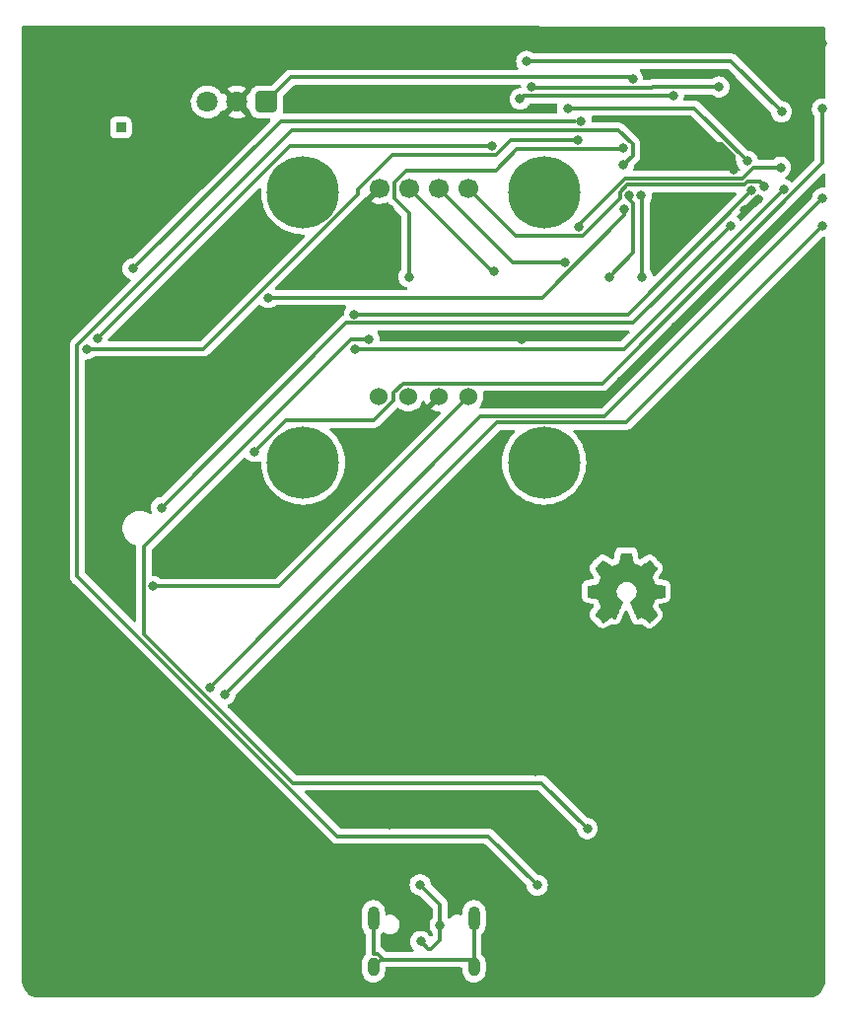
<source format=gbr>
G04 #@! TF.GenerationSoftware,KiCad,Pcbnew,6.0.11-2627ca5db0~126~ubuntu20.04.1*
G04 #@! TF.CreationDate,2023-07-03T19:36:09-05:00*
G04 #@! TF.ProjectId,iot-badge-915,696f742d-6261-4646-9765-2d3931352e6b,rev?*
G04 #@! TF.SameCoordinates,Original*
G04 #@! TF.FileFunction,Copper,L2,Bot*
G04 #@! TF.FilePolarity,Positive*
%FSLAX46Y46*%
G04 Gerber Fmt 4.6, Leading zero omitted, Abs format (unit mm)*
G04 Created by KiCad (PCBNEW 6.0.11-2627ca5db0~126~ubuntu20.04.1) date 2023-07-03 19:36:09*
%MOMM*%
%LPD*%
G01*
G04 APERTURE LIST*
G04 Aperture macros list*
%AMRoundRect*
0 Rectangle with rounded corners*
0 $1 Rounding radius*
0 $2 $3 $4 $5 $6 $7 $8 $9 X,Y pos of 4 corners*
0 Add a 4 corners polygon primitive as box body*
4,1,4,$2,$3,$4,$5,$6,$7,$8,$9,$2,$3,0*
0 Add four circle primitives for the rounded corners*
1,1,$1+$1,$2,$3*
1,1,$1+$1,$4,$5*
1,1,$1+$1,$6,$7*
1,1,$1+$1,$8,$9*
0 Add four rect primitives between the rounded corners*
20,1,$1+$1,$2,$3,$4,$5,0*
20,1,$1+$1,$4,$5,$6,$7,0*
20,1,$1+$1,$6,$7,$8,$9,0*
20,1,$1+$1,$8,$9,$2,$3,0*%
G04 Aperture macros list end*
G04 #@! TA.AperFunction,EtchedComponent*
%ADD10C,0.010000*%
G04 #@! TD*
G04 #@! TA.AperFunction,ComponentPad*
%ADD11O,1.000000X2.100000*%
G04 #@! TD*
G04 #@! TA.AperFunction,ComponentPad*
%ADD12O,1.000000X1.600000*%
G04 #@! TD*
G04 #@! TA.AperFunction,ComponentPad*
%ADD13C,6.200000*%
G04 #@! TD*
G04 #@! TA.AperFunction,ComponentPad*
%ADD14C,1.700000*%
G04 #@! TD*
G04 #@! TA.AperFunction,ComponentPad*
%ADD15C,1.524000*%
G04 #@! TD*
G04 #@! TA.AperFunction,ComponentPad*
%ADD16RoundRect,0.248400X0.651600X0.651600X-0.651600X0.651600X-0.651600X-0.651600X0.651600X-0.651600X0*%
G04 #@! TD*
G04 #@! TA.AperFunction,ComponentPad*
%ADD17C,1.800000*%
G04 #@! TD*
G04 #@! TA.AperFunction,ComponentPad*
%ADD18R,0.850000X0.850000*%
G04 #@! TD*
G04 #@! TA.AperFunction,ViaPad*
%ADD19C,0.800000*%
G04 #@! TD*
G04 #@! TA.AperFunction,Conductor*
%ADD20C,0.300000*%
G04 #@! TD*
G04 APERTURE END LIST*
G36*
X152937275Y-111768931D02*
G01*
X153021095Y-112213555D01*
X153639667Y-112468551D01*
X154010707Y-112216246D01*
X154084144Y-112166506D01*
X154181499Y-112101218D01*
X154265787Y-112045454D01*
X154332631Y-112002078D01*
X154377654Y-111973953D01*
X154396478Y-111963942D01*
X154408039Y-111971061D01*
X154442596Y-112000894D01*
X154494894Y-112049852D01*
X154560500Y-112113440D01*
X154634983Y-112187163D01*
X154713913Y-112266525D01*
X154792856Y-112347031D01*
X154867384Y-112424185D01*
X154933063Y-112493493D01*
X154985463Y-112550457D01*
X155020153Y-112590584D01*
X155032701Y-112609377D01*
X155029782Y-112617451D01*
X155009571Y-112653469D01*
X154972663Y-112712744D01*
X154922050Y-112790630D01*
X154860725Y-112882481D01*
X154791679Y-112983650D01*
X154753787Y-113038826D01*
X154688606Y-113134884D01*
X154632723Y-113218717D01*
X154589117Y-113285777D01*
X154560769Y-113331519D01*
X154550657Y-113351396D01*
X154550823Y-113352497D01*
X154559743Y-113377694D01*
X154580206Y-113429147D01*
X154609360Y-113500135D01*
X154644353Y-113583935D01*
X154682332Y-113673828D01*
X154720445Y-113763091D01*
X154755839Y-113845003D01*
X154785662Y-113912843D01*
X154807061Y-113959890D01*
X154817184Y-113979422D01*
X154823174Y-113981155D01*
X154859566Y-113988969D01*
X154924427Y-114001915D01*
X155012565Y-114018979D01*
X155118787Y-114039151D01*
X155237902Y-114061418D01*
X155300683Y-114073223D01*
X155415912Y-114095748D01*
X155516662Y-114116550D01*
X155597426Y-114134435D01*
X155652698Y-114148208D01*
X155676971Y-114156674D01*
X155681331Y-114165066D01*
X155688563Y-114206072D01*
X155694246Y-114274368D01*
X155698382Y-114363529D01*
X155700977Y-114467128D01*
X155702036Y-114578740D01*
X155701561Y-114691938D01*
X155699559Y-114800296D01*
X155696033Y-114897389D01*
X155690987Y-114976790D01*
X155684427Y-115032072D01*
X155676356Y-115056810D01*
X155671458Y-115059600D01*
X155634930Y-115071569D01*
X155571565Y-115087405D01*
X155488686Y-115105374D01*
X155393618Y-115123741D01*
X155361542Y-115129591D01*
X155213393Y-115156798D01*
X155096961Y-115178663D01*
X155008209Y-115196093D01*
X154943103Y-115209996D01*
X154897606Y-115221277D01*
X154867682Y-115230843D01*
X154849294Y-115239601D01*
X154838407Y-115248457D01*
X154837142Y-115249943D01*
X154819338Y-115280931D01*
X154792994Y-115337634D01*
X154760661Y-115413399D01*
X154724893Y-115501574D01*
X154688244Y-115595507D01*
X154653266Y-115688547D01*
X154622513Y-115774041D01*
X154598538Y-115845336D01*
X154583895Y-115895782D01*
X154581136Y-115918726D01*
X154582981Y-115921703D01*
X154602075Y-115950493D01*
X154637984Y-116003595D01*
X154687378Y-116076117D01*
X154746927Y-116163167D01*
X154813303Y-116259854D01*
X154831520Y-116286456D01*
X154895577Y-116381875D01*
X154950937Y-116467212D01*
X154994439Y-116537405D01*
X155022924Y-116587394D01*
X155033232Y-116612116D01*
X155031011Y-116618616D01*
X155007858Y-116650644D01*
X154962177Y-116702945D01*
X154897241Y-116771999D01*
X154816319Y-116854286D01*
X154722685Y-116946286D01*
X154669165Y-116997781D01*
X154584542Y-117077983D01*
X154510475Y-117146678D01*
X154450941Y-117200252D01*
X154409917Y-117235085D01*
X154391381Y-117247563D01*
X154378646Y-117242938D01*
X154339436Y-117221057D01*
X154282495Y-117185273D01*
X154215250Y-117140117D01*
X154167438Y-117107165D01*
X154071985Y-117041727D01*
X153970125Y-116972228D01*
X153877088Y-116909075D01*
X153694832Y-116785800D01*
X153541841Y-116868520D01*
X153505817Y-116887613D01*
X153440303Y-116920272D01*
X153389640Y-116942819D01*
X153362564Y-116951226D01*
X153353703Y-116940430D01*
X153331699Y-116899323D01*
X153299199Y-116831549D01*
X153258010Y-116741409D01*
X153209942Y-116633205D01*
X153156802Y-116511237D01*
X153100399Y-116379808D01*
X153042542Y-116243218D01*
X152985038Y-116105767D01*
X152929697Y-115971758D01*
X152878326Y-115845491D01*
X152832735Y-115731268D01*
X152794732Y-115633390D01*
X152766124Y-115556157D01*
X152748721Y-115503871D01*
X152744331Y-115480833D01*
X152744628Y-115480160D01*
X152765077Y-115458863D01*
X152807850Y-115425508D01*
X152864117Y-115387011D01*
X152881877Y-115375256D01*
X153017014Y-115263735D01*
X153128856Y-115130906D01*
X153214755Y-114982298D01*
X153272062Y-114823440D01*
X153298131Y-114659860D01*
X153290313Y-114497088D01*
X153258644Y-114352315D01*
X153201782Y-114206124D01*
X153118888Y-114075703D01*
X153005131Y-113951813D01*
X152960433Y-113912235D01*
X152815935Y-113814723D01*
X152659838Y-113749050D01*
X152496667Y-113714630D01*
X152330943Y-113710874D01*
X152167192Y-113737194D01*
X152009936Y-113793003D01*
X151863698Y-113877714D01*
X151733004Y-113990737D01*
X151622374Y-114131487D01*
X151601105Y-114166342D01*
X151528810Y-114325655D01*
X151490415Y-114491552D01*
X151484914Y-114659737D01*
X151511301Y-114825913D01*
X151568570Y-114985784D01*
X151655717Y-115135053D01*
X151771736Y-115269423D01*
X151915622Y-115384599D01*
X151920294Y-115387702D01*
X151975964Y-115426933D01*
X152017689Y-115460286D01*
X152036746Y-115480833D01*
X152034342Y-115496941D01*
X152019391Y-115543844D01*
X151992881Y-115616539D01*
X151956620Y-115710725D01*
X151912416Y-115822098D01*
X151862076Y-115946358D01*
X151807407Y-116079202D01*
X151750218Y-116216327D01*
X151692316Y-116353432D01*
X151635510Y-116486215D01*
X151581606Y-116610374D01*
X151532412Y-116721606D01*
X151489737Y-116815609D01*
X151455387Y-116888082D01*
X151431171Y-116934722D01*
X151418897Y-116951226D01*
X151408689Y-116948991D01*
X151368586Y-116932926D01*
X151309318Y-116904759D01*
X151239619Y-116868520D01*
X151086629Y-116785800D01*
X150904373Y-116909075D01*
X150850527Y-116945579D01*
X150750374Y-117013784D01*
X150650525Y-117082098D01*
X150566211Y-117140117D01*
X150519679Y-117171736D01*
X150459200Y-117211020D01*
X150414357Y-117237912D01*
X150392455Y-117247883D01*
X150383045Y-117243650D01*
X150349031Y-117217721D01*
X150296595Y-117172070D01*
X150230301Y-117111186D01*
X150154713Y-117039561D01*
X150074396Y-116961683D01*
X149993913Y-116882045D01*
X149917829Y-116805135D01*
X149850707Y-116735445D01*
X149797112Y-116677464D01*
X149761608Y-116635684D01*
X149748759Y-116614593D01*
X149749500Y-116610581D01*
X149764793Y-116577920D01*
X149797462Y-116521412D01*
X149844350Y-116446163D01*
X149902301Y-116357275D01*
X149968157Y-116259854D01*
X149986627Y-116232982D01*
X150051482Y-116138423D01*
X150108609Y-116054827D01*
X150154678Y-115987084D01*
X150186359Y-115940086D01*
X150200324Y-115918726D01*
X150200668Y-115917811D01*
X150196546Y-115891678D01*
X150180807Y-115838740D01*
X150156004Y-115765647D01*
X150124689Y-115679052D01*
X150089417Y-115585608D01*
X150052740Y-115491965D01*
X150017212Y-115404777D01*
X149985386Y-115330695D01*
X149959816Y-115276371D01*
X149943053Y-115248457D01*
X149941374Y-115246724D01*
X149929372Y-115237956D01*
X149909103Y-115229115D01*
X149876529Y-115219292D01*
X149827616Y-115207583D01*
X149758327Y-115193080D01*
X149664625Y-115174876D01*
X149542476Y-115152066D01*
X149387842Y-115123741D01*
X149355770Y-115117780D01*
X149263893Y-115099352D01*
X149186607Y-115081892D01*
X149131236Y-115067133D01*
X149105105Y-115056810D01*
X149100733Y-115048197D01*
X149093445Y-115006826D01*
X149087669Y-114938241D01*
X149083410Y-114848868D01*
X149080673Y-114745135D01*
X149079462Y-114633465D01*
X149079782Y-114520287D01*
X149081636Y-114412026D01*
X149085030Y-114315108D01*
X149089967Y-114235959D01*
X149096452Y-114181006D01*
X149104489Y-114156674D01*
X149112696Y-114153079D01*
X149153519Y-114141748D01*
X149222524Y-114125722D01*
X149314203Y-114106195D01*
X149423050Y-114084362D01*
X149543558Y-114061418D01*
X149609357Y-114049159D01*
X149722135Y-114027901D01*
X149819207Y-114009287D01*
X149895382Y-113994328D01*
X149945469Y-113984036D01*
X149964276Y-113979422D01*
X149964983Y-113978471D01*
X149976961Y-113954310D01*
X149999794Y-113903694D01*
X150030630Y-113833338D01*
X150066613Y-113749958D01*
X150104891Y-113660270D01*
X150142609Y-113570989D01*
X150176913Y-113488832D01*
X150204949Y-113420513D01*
X150223864Y-113372748D01*
X150230803Y-113352254D01*
X150227742Y-113345043D01*
X150207372Y-113310728D01*
X150170422Y-113252970D01*
X150119860Y-113176299D01*
X150058657Y-113085248D01*
X149989781Y-112984350D01*
X149951994Y-112929093D01*
X149886782Y-112832215D01*
X149830871Y-112747193D01*
X149787241Y-112678662D01*
X149758877Y-112631260D01*
X149748759Y-112609623D01*
X149755790Y-112597887D01*
X149785197Y-112562818D01*
X149833441Y-112509745D01*
X149896093Y-112443164D01*
X149968725Y-112367574D01*
X150046908Y-112287472D01*
X150126214Y-112207354D01*
X150202213Y-112131718D01*
X150270478Y-112065062D01*
X150326580Y-112011882D01*
X150366090Y-111976676D01*
X150384579Y-111963942D01*
X150394843Y-111968893D01*
X150432530Y-111991857D01*
X150493348Y-112030938D01*
X150572913Y-112083272D01*
X150666843Y-112145996D01*
X150770754Y-112216246D01*
X151141794Y-112468551D01*
X151451080Y-112341053D01*
X151760365Y-112213555D01*
X151844186Y-111768931D01*
X151928006Y-111324307D01*
X152853454Y-111324307D01*
X152937275Y-111768931D01*
G37*
D10*
X152937275Y-111768931D02*
X153021095Y-112213555D01*
X153639667Y-112468551D01*
X154010707Y-112216246D01*
X154084144Y-112166506D01*
X154181499Y-112101218D01*
X154265787Y-112045454D01*
X154332631Y-112002078D01*
X154377654Y-111973953D01*
X154396478Y-111963942D01*
X154408039Y-111971061D01*
X154442596Y-112000894D01*
X154494894Y-112049852D01*
X154560500Y-112113440D01*
X154634983Y-112187163D01*
X154713913Y-112266525D01*
X154792856Y-112347031D01*
X154867384Y-112424185D01*
X154933063Y-112493493D01*
X154985463Y-112550457D01*
X155020153Y-112590584D01*
X155032701Y-112609377D01*
X155029782Y-112617451D01*
X155009571Y-112653469D01*
X154972663Y-112712744D01*
X154922050Y-112790630D01*
X154860725Y-112882481D01*
X154791679Y-112983650D01*
X154753787Y-113038826D01*
X154688606Y-113134884D01*
X154632723Y-113218717D01*
X154589117Y-113285777D01*
X154560769Y-113331519D01*
X154550657Y-113351396D01*
X154550823Y-113352497D01*
X154559743Y-113377694D01*
X154580206Y-113429147D01*
X154609360Y-113500135D01*
X154644353Y-113583935D01*
X154682332Y-113673828D01*
X154720445Y-113763091D01*
X154755839Y-113845003D01*
X154785662Y-113912843D01*
X154807061Y-113959890D01*
X154817184Y-113979422D01*
X154823174Y-113981155D01*
X154859566Y-113988969D01*
X154924427Y-114001915D01*
X155012565Y-114018979D01*
X155118787Y-114039151D01*
X155237902Y-114061418D01*
X155300683Y-114073223D01*
X155415912Y-114095748D01*
X155516662Y-114116550D01*
X155597426Y-114134435D01*
X155652698Y-114148208D01*
X155676971Y-114156674D01*
X155681331Y-114165066D01*
X155688563Y-114206072D01*
X155694246Y-114274368D01*
X155698382Y-114363529D01*
X155700977Y-114467128D01*
X155702036Y-114578740D01*
X155701561Y-114691938D01*
X155699559Y-114800296D01*
X155696033Y-114897389D01*
X155690987Y-114976790D01*
X155684427Y-115032072D01*
X155676356Y-115056810D01*
X155671458Y-115059600D01*
X155634930Y-115071569D01*
X155571565Y-115087405D01*
X155488686Y-115105374D01*
X155393618Y-115123741D01*
X155361542Y-115129591D01*
X155213393Y-115156798D01*
X155096961Y-115178663D01*
X155008209Y-115196093D01*
X154943103Y-115209996D01*
X154897606Y-115221277D01*
X154867682Y-115230843D01*
X154849294Y-115239601D01*
X154838407Y-115248457D01*
X154837142Y-115249943D01*
X154819338Y-115280931D01*
X154792994Y-115337634D01*
X154760661Y-115413399D01*
X154724893Y-115501574D01*
X154688244Y-115595507D01*
X154653266Y-115688547D01*
X154622513Y-115774041D01*
X154598538Y-115845336D01*
X154583895Y-115895782D01*
X154581136Y-115918726D01*
X154582981Y-115921703D01*
X154602075Y-115950493D01*
X154637984Y-116003595D01*
X154687378Y-116076117D01*
X154746927Y-116163167D01*
X154813303Y-116259854D01*
X154831520Y-116286456D01*
X154895577Y-116381875D01*
X154950937Y-116467212D01*
X154994439Y-116537405D01*
X155022924Y-116587394D01*
X155033232Y-116612116D01*
X155031011Y-116618616D01*
X155007858Y-116650644D01*
X154962177Y-116702945D01*
X154897241Y-116771999D01*
X154816319Y-116854286D01*
X154722685Y-116946286D01*
X154669165Y-116997781D01*
X154584542Y-117077983D01*
X154510475Y-117146678D01*
X154450941Y-117200252D01*
X154409917Y-117235085D01*
X154391381Y-117247563D01*
X154378646Y-117242938D01*
X154339436Y-117221057D01*
X154282495Y-117185273D01*
X154215250Y-117140117D01*
X154167438Y-117107165D01*
X154071985Y-117041727D01*
X153970125Y-116972228D01*
X153877088Y-116909075D01*
X153694832Y-116785800D01*
X153541841Y-116868520D01*
X153505817Y-116887613D01*
X153440303Y-116920272D01*
X153389640Y-116942819D01*
X153362564Y-116951226D01*
X153353703Y-116940430D01*
X153331699Y-116899323D01*
X153299199Y-116831549D01*
X153258010Y-116741409D01*
X153209942Y-116633205D01*
X153156802Y-116511237D01*
X153100399Y-116379808D01*
X153042542Y-116243218D01*
X152985038Y-116105767D01*
X152929697Y-115971758D01*
X152878326Y-115845491D01*
X152832735Y-115731268D01*
X152794732Y-115633390D01*
X152766124Y-115556157D01*
X152748721Y-115503871D01*
X152744331Y-115480833D01*
X152744628Y-115480160D01*
X152765077Y-115458863D01*
X152807850Y-115425508D01*
X152864117Y-115387011D01*
X152881877Y-115375256D01*
X153017014Y-115263735D01*
X153128856Y-115130906D01*
X153214755Y-114982298D01*
X153272062Y-114823440D01*
X153298131Y-114659860D01*
X153290313Y-114497088D01*
X153258644Y-114352315D01*
X153201782Y-114206124D01*
X153118888Y-114075703D01*
X153005131Y-113951813D01*
X152960433Y-113912235D01*
X152815935Y-113814723D01*
X152659838Y-113749050D01*
X152496667Y-113714630D01*
X152330943Y-113710874D01*
X152167192Y-113737194D01*
X152009936Y-113793003D01*
X151863698Y-113877714D01*
X151733004Y-113990737D01*
X151622374Y-114131487D01*
X151601105Y-114166342D01*
X151528810Y-114325655D01*
X151490415Y-114491552D01*
X151484914Y-114659737D01*
X151511301Y-114825913D01*
X151568570Y-114985784D01*
X151655717Y-115135053D01*
X151771736Y-115269423D01*
X151915622Y-115384599D01*
X151920294Y-115387702D01*
X151975964Y-115426933D01*
X152017689Y-115460286D01*
X152036746Y-115480833D01*
X152034342Y-115496941D01*
X152019391Y-115543844D01*
X151992881Y-115616539D01*
X151956620Y-115710725D01*
X151912416Y-115822098D01*
X151862076Y-115946358D01*
X151807407Y-116079202D01*
X151750218Y-116216327D01*
X151692316Y-116353432D01*
X151635510Y-116486215D01*
X151581606Y-116610374D01*
X151532412Y-116721606D01*
X151489737Y-116815609D01*
X151455387Y-116888082D01*
X151431171Y-116934722D01*
X151418897Y-116951226D01*
X151408689Y-116948991D01*
X151368586Y-116932926D01*
X151309318Y-116904759D01*
X151239619Y-116868520D01*
X151086629Y-116785800D01*
X150904373Y-116909075D01*
X150850527Y-116945579D01*
X150750374Y-117013784D01*
X150650525Y-117082098D01*
X150566211Y-117140117D01*
X150519679Y-117171736D01*
X150459200Y-117211020D01*
X150414357Y-117237912D01*
X150392455Y-117247883D01*
X150383045Y-117243650D01*
X150349031Y-117217721D01*
X150296595Y-117172070D01*
X150230301Y-117111186D01*
X150154713Y-117039561D01*
X150074396Y-116961683D01*
X149993913Y-116882045D01*
X149917829Y-116805135D01*
X149850707Y-116735445D01*
X149797112Y-116677464D01*
X149761608Y-116635684D01*
X149748759Y-116614593D01*
X149749500Y-116610581D01*
X149764793Y-116577920D01*
X149797462Y-116521412D01*
X149844350Y-116446163D01*
X149902301Y-116357275D01*
X149968157Y-116259854D01*
X149986627Y-116232982D01*
X150051482Y-116138423D01*
X150108609Y-116054827D01*
X150154678Y-115987084D01*
X150186359Y-115940086D01*
X150200324Y-115918726D01*
X150200668Y-115917811D01*
X150196546Y-115891678D01*
X150180807Y-115838740D01*
X150156004Y-115765647D01*
X150124689Y-115679052D01*
X150089417Y-115585608D01*
X150052740Y-115491965D01*
X150017212Y-115404777D01*
X149985386Y-115330695D01*
X149959816Y-115276371D01*
X149943053Y-115248457D01*
X149941374Y-115246724D01*
X149929372Y-115237956D01*
X149909103Y-115229115D01*
X149876529Y-115219292D01*
X149827616Y-115207583D01*
X149758327Y-115193080D01*
X149664625Y-115174876D01*
X149542476Y-115152066D01*
X149387842Y-115123741D01*
X149355770Y-115117780D01*
X149263893Y-115099352D01*
X149186607Y-115081892D01*
X149131236Y-115067133D01*
X149105105Y-115056810D01*
X149100733Y-115048197D01*
X149093445Y-115006826D01*
X149087669Y-114938241D01*
X149083410Y-114848868D01*
X149080673Y-114745135D01*
X149079462Y-114633465D01*
X149079782Y-114520287D01*
X149081636Y-114412026D01*
X149085030Y-114315108D01*
X149089967Y-114235959D01*
X149096452Y-114181006D01*
X149104489Y-114156674D01*
X149112696Y-114153079D01*
X149153519Y-114141748D01*
X149222524Y-114125722D01*
X149314203Y-114106195D01*
X149423050Y-114084362D01*
X149543558Y-114061418D01*
X149609357Y-114049159D01*
X149722135Y-114027901D01*
X149819207Y-114009287D01*
X149895382Y-113994328D01*
X149945469Y-113984036D01*
X149964276Y-113979422D01*
X149964983Y-113978471D01*
X149976961Y-113954310D01*
X149999794Y-113903694D01*
X150030630Y-113833338D01*
X150066613Y-113749958D01*
X150104891Y-113660270D01*
X150142609Y-113570989D01*
X150176913Y-113488832D01*
X150204949Y-113420513D01*
X150223864Y-113372748D01*
X150230803Y-113352254D01*
X150227742Y-113345043D01*
X150207372Y-113310728D01*
X150170422Y-113252970D01*
X150119860Y-113176299D01*
X150058657Y-113085248D01*
X149989781Y-112984350D01*
X149951994Y-112929093D01*
X149886782Y-112832215D01*
X149830871Y-112747193D01*
X149787241Y-112678662D01*
X149758877Y-112631260D01*
X149748759Y-112609623D01*
X149755790Y-112597887D01*
X149785197Y-112562818D01*
X149833441Y-112509745D01*
X149896093Y-112443164D01*
X149968725Y-112367574D01*
X150046908Y-112287472D01*
X150126214Y-112207354D01*
X150202213Y-112131718D01*
X150270478Y-112065062D01*
X150326580Y-112011882D01*
X150366090Y-111976676D01*
X150384579Y-111963942D01*
X150394843Y-111968893D01*
X150432530Y-111991857D01*
X150493348Y-112030938D01*
X150572913Y-112083272D01*
X150666843Y-112145996D01*
X150770754Y-112216246D01*
X151141794Y-112468551D01*
X151451080Y-112341053D01*
X151760365Y-112213555D01*
X151844186Y-111768931D01*
X151928006Y-111324307D01*
X152853454Y-111324307D01*
X152937275Y-111768931D01*
D11*
X130680000Y-142666000D03*
D12*
X139320000Y-146846000D03*
X130680000Y-146846000D03*
D11*
X139320000Y-142666000D03*
D13*
X145350000Y-103548000D03*
X145350000Y-80348000D03*
X124650000Y-80348000D03*
X124650000Y-103548000D03*
D14*
X131190000Y-79998000D03*
X133730000Y-79998000D03*
X136270000Y-79998000D03*
X138810000Y-79998000D03*
D15*
X131137000Y-97898000D03*
X133677000Y-97898000D03*
X136323000Y-97898000D03*
X138863000Y-97898000D03*
D16*
X121500000Y-72600000D03*
D17*
X118960000Y-72600000D03*
X116420000Y-72600000D03*
D18*
X109000000Y-74800000D03*
D19*
X147116000Y-86392900D03*
X164268000Y-79838700D03*
X169245000Y-73198500D03*
X120475000Y-102603000D03*
X148533000Y-74251000D03*
X110058000Y-86919000D03*
X106046000Y-93800400D03*
X148247000Y-75839700D03*
X140894000Y-76375600D03*
X106985000Y-92933800D03*
X121662000Y-89393800D03*
X152227000Y-81771600D03*
X129115000Y-93792800D03*
X165896000Y-80128600D03*
X148340000Y-83339700D03*
X165651000Y-78222100D03*
X129052000Y-90819600D03*
X163124000Y-80213500D03*
X111725000Y-114177000D03*
X140000000Y-103000000D03*
X104600000Y-79200000D03*
X110500000Y-76400000D03*
X107200000Y-69088000D03*
X125816000Y-137063000D03*
X158000000Y-75345000D03*
X161624000Y-78450200D03*
X132080000Y-81800000D03*
X104600000Y-78000000D03*
X106772000Y-141286000D03*
X167640000Y-88900000D03*
X152550000Y-148077000D03*
X127000000Y-124600000D03*
X124460000Y-127000000D03*
X109728000Y-68072000D03*
X113700000Y-75700000D03*
X167640000Y-99060000D03*
X114300000Y-70800000D03*
X137534000Y-132943000D03*
X104600000Y-75600000D03*
X107000000Y-86360000D03*
X106000000Y-80800000D03*
X109100000Y-73000000D03*
X103700000Y-73400000D03*
X163462600Y-96968100D03*
X105800000Y-79600000D03*
X160090000Y-148077000D03*
X143424700Y-92967100D03*
X162560000Y-73660000D03*
X121920000Y-148500000D03*
X107400000Y-71800000D03*
X116945000Y-140822000D03*
X116909500Y-86099700D03*
X144272000Y-132588000D03*
X116840000Y-134620000D03*
X103632000Y-70104000D03*
X105800000Y-86360000D03*
X107200000Y-70600000D03*
X142240000Y-126300000D03*
X168230000Y-144367000D03*
X117250000Y-98072300D03*
X104600000Y-76800000D03*
X149860000Y-129540000D03*
X102500000Y-70600000D03*
X154940000Y-148500000D03*
X114300000Y-73200000D03*
X105200000Y-83750500D03*
X169245000Y-67547500D03*
X109800000Y-70600000D03*
X127000000Y-137160000D03*
X157250000Y-100118200D03*
X108800000Y-84500000D03*
X112500000Y-69700000D03*
X109300000Y-79700000D03*
X113700000Y-69700000D03*
X108204000Y-68072000D03*
X129540000Y-139700000D03*
X108100000Y-85600000D03*
X105156000Y-67564000D03*
X163775109Y-80971829D03*
X106000000Y-83100000D03*
X164250000Y-118159000D03*
X110200000Y-77600000D03*
X160020000Y-81280000D03*
X168000000Y-148500000D03*
X112500000Y-75700000D03*
X104140000Y-83750500D03*
X116942000Y-129040000D03*
X114214000Y-148873000D03*
X104600000Y-74300000D03*
X110236000Y-66548000D03*
X156611400Y-91849400D03*
X160020000Y-114300000D03*
X122160000Y-141328000D03*
X152550000Y-133745000D03*
X108800000Y-82100000D03*
X114435000Y-133659000D03*
X107500000Y-73000000D03*
X106172000Y-66548000D03*
X129540000Y-85500000D03*
X144611000Y-130084000D03*
X111760000Y-137160000D03*
X101505000Y-86510600D03*
X114300000Y-74400000D03*
X108800000Y-83300000D03*
X108800000Y-80900000D03*
X167307000Y-101749100D03*
X157984000Y-133745000D03*
X144750000Y-148077000D03*
X132080000Y-134620000D03*
X106000000Y-82000000D03*
X102500000Y-71800000D03*
X152000000Y-96520000D03*
X110200000Y-78800000D03*
X104648000Y-69088000D03*
X111300000Y-75700000D03*
X162540425Y-81857040D03*
X114300000Y-72000000D03*
X134300000Y-71640900D03*
X109229000Y-136724000D03*
X102500000Y-73200000D03*
X109100000Y-71800000D03*
X165100000Y-67000000D03*
X101905000Y-101749000D03*
X153691000Y-80656000D03*
X153755000Y-87630600D03*
X134750000Y-144650000D03*
X134700000Y-139782000D03*
X136415000Y-143256000D03*
X141009000Y-87136600D03*
X152632000Y-80644300D03*
X150927000Y-87646300D03*
X165735000Y-73438000D03*
X143850000Y-69107100D03*
X144288000Y-71273300D03*
X160364000Y-71306500D03*
X156450000Y-72064900D03*
X143278000Y-72336000D03*
X147357000Y-73140100D03*
X162801000Y-77678900D03*
X152161000Y-76523900D03*
X133742000Y-87610200D03*
X130308000Y-92967100D03*
X149053000Y-134955000D03*
X152158000Y-77986800D03*
X144750000Y-139819000D03*
X161368000Y-83217900D03*
X112486000Y-107420000D03*
X169245000Y-83235000D03*
X117957000Y-123448000D03*
X116667000Y-122824000D03*
X169245000Y-80862400D03*
X152944000Y-70648800D03*
D20*
X136270000Y-79998000D02*
X142665000Y-86392900D01*
X142665000Y-86392900D02*
X147116000Y-86392900D01*
X148626000Y-84115200D02*
X151882000Y-80859400D01*
X142927000Y-84115200D02*
X148626000Y-84115200D01*
X162577000Y-79699800D02*
X162814000Y-79463400D01*
X162814000Y-79463400D02*
X163893000Y-79463400D01*
X151882000Y-80333700D02*
X152516000Y-79699800D01*
X163893000Y-79463400D02*
X164268000Y-79838700D01*
X138810000Y-79998000D02*
X142927000Y-84115200D01*
X151882000Y-80859400D02*
X151882000Y-80333700D01*
X152516000Y-79699800D02*
X162577000Y-79699800D01*
X123169000Y-99909400D02*
X130707000Y-99909400D01*
X133237000Y-96756900D02*
X150328000Y-96756900D01*
X132407000Y-97586700D02*
X133237000Y-96756900D01*
X150328000Y-96756900D02*
X169245000Y-77840400D01*
X169245000Y-77840400D02*
X169245000Y-73198500D01*
X132407000Y-98209700D02*
X132407000Y-97586700D01*
X130707000Y-99909400D02*
X132407000Y-98209700D01*
X120475000Y-102603000D02*
X123169000Y-99909400D01*
X110058000Y-86919000D02*
X122726000Y-74251000D01*
X122726000Y-74251000D02*
X148000000Y-74251000D01*
X132312000Y-77125700D02*
X141205000Y-77125700D01*
X129323000Y-80554000D02*
X129323000Y-80114800D01*
X129323000Y-80114800D02*
X132312000Y-77125700D01*
X141205000Y-77125700D02*
X142491000Y-75839700D01*
X142491000Y-75839700D02*
X148247000Y-75839700D01*
X116077000Y-93800400D02*
X129323000Y-80554000D01*
X106046000Y-93800400D02*
X116077000Y-93800400D01*
X106985000Y-92933800D02*
X123544000Y-76375600D01*
X123544000Y-76375600D02*
X140894000Y-76375600D01*
X152227000Y-82343000D02*
X152227000Y-81771600D01*
X121662000Y-89393800D02*
X145176000Y-89393800D01*
X145176000Y-89393800D02*
X152227000Y-82343000D01*
X152232000Y-93792800D02*
X129115000Y-93792800D01*
X165896000Y-80128600D02*
X152232000Y-93792800D01*
X152309000Y-79199700D02*
X162370000Y-79199700D01*
X148340000Y-83168900D02*
X152309000Y-79199700D01*
X162370000Y-79199700D02*
X163348000Y-78222100D01*
X148340000Y-83339700D02*
X148340000Y-83168900D01*
X163348000Y-78222100D02*
X165651000Y-78222100D01*
X129052000Y-90819600D02*
X152518000Y-90819600D01*
X152518000Y-90819600D02*
X163124000Y-80213500D01*
X138863000Y-97898000D02*
X122584000Y-114177000D01*
X122584000Y-114177000D02*
X111725000Y-114177000D01*
X160615000Y-76200000D02*
X158855000Y-76200000D01*
X163775109Y-80971829D02*
X163425636Y-80971829D01*
X161624000Y-78450200D02*
X161624000Y-77209400D01*
X158855000Y-76200000D02*
X158000000Y-75345000D01*
X161624000Y-77209400D02*
X160615000Y-76200000D01*
X167640000Y-99060000D02*
X167640000Y-88900000D01*
X163425636Y-80971829D02*
X162540425Y-81857040D01*
X131528000Y-146192000D02*
X131032000Y-145696000D01*
X131334000Y-146192000D02*
X130680000Y-146846000D01*
X131528000Y-146192000D02*
X131334000Y-146192000D01*
X139320000Y-146192000D02*
X131528000Y-146192000D01*
X139320000Y-142666000D02*
X139320000Y-146192000D01*
X130680000Y-145696000D02*
X130680000Y-142666000D01*
X131032000Y-145696000D02*
X130680000Y-145696000D01*
X139320000Y-146192000D02*
X139320000Y-146846000D01*
X153755000Y-87630600D02*
X153755000Y-80720000D01*
X153755000Y-80720000D02*
X153691000Y-80656000D01*
X136415000Y-141497000D02*
X134700000Y-139782000D01*
X134750000Y-144650000D02*
X135388000Y-145288000D01*
X135388000Y-145288000D02*
X135636000Y-145288000D01*
X136415000Y-143256000D02*
X136415000Y-141497000D01*
X135636000Y-145288000D02*
X136415000Y-144509000D01*
X136415000Y-144509000D02*
X136415000Y-143256000D01*
X140869000Y-87136600D02*
X141009000Y-87136600D01*
X133730000Y-79998000D02*
X140869000Y-87136600D01*
X152632000Y-80644300D02*
X152632000Y-80925500D01*
X153020000Y-81313700D02*
X153020000Y-85553000D01*
X152632000Y-80925500D02*
X153020000Y-81313700D01*
X153020000Y-85553000D02*
X150927000Y-87646300D01*
X165735000Y-73438000D02*
X161404000Y-69107100D01*
X161404000Y-69107100D02*
X143850000Y-69107100D01*
X154600000Y-71399000D02*
X154693000Y-71306500D01*
X144414000Y-71399000D02*
X154600000Y-71399000D01*
X144288000Y-71273300D02*
X144414000Y-71399000D01*
X154693000Y-71306500D02*
X160364000Y-71306500D01*
X143549000Y-72064900D02*
X143278000Y-72336000D01*
X156450000Y-72064900D02*
X143549000Y-72064900D01*
X158263000Y-73140100D02*
X147357000Y-73140100D01*
X162801000Y-77678900D02*
X158263000Y-73140100D01*
X132527000Y-80904200D02*
X132527000Y-79496100D01*
X141181000Y-78496900D02*
X143008000Y-76670400D01*
X145149000Y-131051000D02*
X123766000Y-131051000D01*
X133742000Y-82119900D02*
X132527000Y-80904200D01*
X149053000Y-134955000D02*
X145149000Y-131051000D01*
X128789000Y-92967100D02*
X130308000Y-92967100D01*
X123766000Y-131051000D02*
X110970000Y-118254000D01*
X152014000Y-76670400D02*
X152161000Y-76523900D01*
X143008000Y-76670400D02*
X152014000Y-76670400D01*
X133526000Y-78496900D02*
X141181000Y-78496900D01*
X133742000Y-87610200D02*
X133742000Y-82119900D01*
X110970000Y-118254000D02*
X110970000Y-110786000D01*
X110970000Y-110786000D02*
X128789000Y-92967100D01*
X132527000Y-79496100D02*
X133526000Y-78496900D01*
X123711000Y-75045400D02*
X151752000Y-75045400D01*
X152954000Y-76248200D02*
X152954000Y-77190100D01*
X152954000Y-77190100D02*
X152158000Y-77986800D01*
X144750000Y-139819000D02*
X140546000Y-135615000D01*
X105258000Y-113293000D02*
X105258000Y-93497800D01*
X140546000Y-135615000D02*
X127580000Y-135615000D01*
X151752000Y-75045400D02*
X152954000Y-76248200D01*
X127580000Y-135615000D02*
X105258000Y-113293000D01*
X105258000Y-93497800D02*
X123711000Y-75045400D01*
X161368000Y-83217900D02*
X153016000Y-91569800D01*
X153016000Y-91569800D02*
X128337000Y-91569800D01*
X128337000Y-91569800D02*
X112486000Y-107420000D01*
X141309000Y-100096000D02*
X152384000Y-100096000D01*
X117957000Y-123448000D02*
X141309000Y-100096000D01*
X152384000Y-100096000D02*
X169245000Y-83235000D01*
X139895000Y-99596000D02*
X150511000Y-99596000D01*
X150511000Y-99596000D02*
X169245000Y-80862400D01*
X116667000Y-122824000D02*
X139895000Y-99596000D01*
X152777000Y-70481800D02*
X152944000Y-70648800D01*
X121500000Y-72600000D02*
X123618000Y-70481800D01*
X123618000Y-70481800D02*
X152777000Y-70481800D01*
G04 #@! TA.AperFunction,Conductor*
G36*
X144952692Y-66060002D02*
G01*
X144999185Y-66113658D01*
X145000000Y-66115844D01*
X145000000Y-66129999D01*
X169365500Y-66129999D01*
X169433621Y-66150001D01*
X169480114Y-66203657D01*
X169491500Y-66255999D01*
X169491500Y-72166629D01*
X169471498Y-72234750D01*
X169417842Y-72281243D01*
X169352329Y-72291939D01*
X169346949Y-72291374D01*
X169340487Y-72290000D01*
X169149513Y-72290000D01*
X169143061Y-72291372D01*
X169143056Y-72291372D01*
X169056113Y-72309853D01*
X168962712Y-72329706D01*
X168956682Y-72332391D01*
X168956681Y-72332391D01*
X168794278Y-72404697D01*
X168794276Y-72404698D01*
X168788248Y-72407382D01*
X168633747Y-72519634D01*
X168629326Y-72524544D01*
X168629325Y-72524545D01*
X168519173Y-72646882D01*
X168505960Y-72661556D01*
X168410473Y-72826944D01*
X168351458Y-73008572D01*
X168331496Y-73198500D01*
X168332186Y-73205065D01*
X168346296Y-73339310D01*
X168351458Y-73388428D01*
X168410473Y-73570056D01*
X168413776Y-73575778D01*
X168413777Y-73575779D01*
X168422365Y-73590654D01*
X168505960Y-73735444D01*
X168510378Y-73740351D01*
X168510379Y-73740352D01*
X168554136Y-73788949D01*
X168584854Y-73852956D01*
X168586500Y-73873259D01*
X168586500Y-77515443D01*
X168566498Y-77583564D01*
X168549594Y-77604540D01*
X166694523Y-79459562D01*
X166632211Y-79493586D01*
X166561395Y-79488520D01*
X166517154Y-79458423D01*
X166516580Y-79459061D01*
X166511907Y-79454854D01*
X166511793Y-79454776D01*
X166511673Y-79454643D01*
X166507253Y-79449734D01*
X166499787Y-79444309D01*
X166358094Y-79341363D01*
X166358093Y-79341362D01*
X166352752Y-79337482D01*
X166346724Y-79334798D01*
X166346722Y-79334797D01*
X166184319Y-79262491D01*
X166184318Y-79262491D01*
X166178288Y-79259806D01*
X166134618Y-79250524D01*
X166072146Y-79216796D01*
X166037824Y-79154646D01*
X166042552Y-79083807D01*
X166084827Y-79026770D01*
X166097815Y-79018159D01*
X166101726Y-79015901D01*
X166107752Y-79013218D01*
X166117397Y-79006211D01*
X166210763Y-78938376D01*
X166262253Y-78900966D01*
X166282682Y-78878277D01*
X166385621Y-78763952D01*
X166385622Y-78763951D01*
X166390040Y-78759044D01*
X166485527Y-78593656D01*
X166544542Y-78412028D01*
X166546094Y-78397268D01*
X166563814Y-78228665D01*
X166564504Y-78222100D01*
X166563814Y-78215535D01*
X166545232Y-78038735D01*
X166545232Y-78038733D01*
X166544542Y-78032172D01*
X166485527Y-77850544D01*
X166390040Y-77685156D01*
X166369805Y-77662682D01*
X166266675Y-77548145D01*
X166266674Y-77548144D01*
X166262253Y-77543234D01*
X166107752Y-77430982D01*
X166101724Y-77428298D01*
X166101722Y-77428297D01*
X165939319Y-77355991D01*
X165939318Y-77355991D01*
X165933288Y-77353306D01*
X165821441Y-77329532D01*
X165752944Y-77314972D01*
X165752939Y-77314972D01*
X165746487Y-77313600D01*
X165555513Y-77313600D01*
X165549061Y-77314972D01*
X165549056Y-77314972D01*
X165480559Y-77329532D01*
X165368712Y-77353306D01*
X165362682Y-77355991D01*
X165362681Y-77355991D01*
X165200278Y-77428297D01*
X165200276Y-77428298D01*
X165194248Y-77430982D01*
X165188907Y-77434862D01*
X165188906Y-77434863D01*
X165126789Y-77479994D01*
X165045092Y-77539351D01*
X165044837Y-77539536D01*
X164977969Y-77563394D01*
X164970776Y-77563600D01*
X163810334Y-77563600D01*
X163742213Y-77543598D01*
X163695720Y-77489942D01*
X163690501Y-77476536D01*
X163689298Y-77472832D01*
X163635527Y-77307344D01*
X163540040Y-77141956D01*
X163412253Y-77000034D01*
X163257752Y-76887782D01*
X163251724Y-76885098D01*
X163251722Y-76885097D01*
X163089319Y-76812791D01*
X163089318Y-76812791D01*
X163083288Y-76810106D01*
X162989887Y-76790253D01*
X162902944Y-76771772D01*
X162902939Y-76771772D01*
X162896487Y-76770400D01*
X162876035Y-76770400D01*
X162807914Y-76750398D01*
X162786932Y-76733488D01*
X162374525Y-76321008D01*
X158786682Y-72732533D01*
X158778704Y-72723764D01*
X158778667Y-72723719D01*
X158774416Y-72717020D01*
X158768634Y-72711590D01*
X158768632Y-72711588D01*
X158722782Y-72668532D01*
X158719930Y-72665769D01*
X158702179Y-72648014D01*
X158699377Y-72645212D01*
X158695837Y-72642465D01*
X158686835Y-72634775D01*
X158658911Y-72608553D01*
X158658907Y-72608550D01*
X158653133Y-72603128D01*
X158634370Y-72592813D01*
X158617835Y-72581950D01*
X158600919Y-72568826D01*
X158558492Y-72550462D01*
X158547840Y-72545243D01*
X158546227Y-72544356D01*
X158507337Y-72522976D01*
X158486594Y-72517650D01*
X158467888Y-72511244D01*
X158460919Y-72508228D01*
X158455509Y-72505886D01*
X158455507Y-72505885D01*
X158448233Y-72502737D01*
X158402571Y-72495500D01*
X158390964Y-72493096D01*
X158353872Y-72483572D01*
X158353865Y-72483571D01*
X158346188Y-72481600D01*
X158324774Y-72481600D01*
X158305053Y-72480047D01*
X158291733Y-72477936D01*
X158291732Y-72477936D01*
X158283907Y-72476696D01*
X158270777Y-72477936D01*
X158237888Y-72481042D01*
X158226041Y-72481600D01*
X157443283Y-72481600D01*
X157375162Y-72461598D01*
X157328669Y-72407942D01*
X157318565Y-72337668D01*
X157323450Y-72316663D01*
X157341503Y-72261103D01*
X157343542Y-72254828D01*
X157346025Y-72231210D01*
X157362145Y-72077830D01*
X157389158Y-72012173D01*
X157447380Y-71971543D01*
X157487455Y-71965000D01*
X159683776Y-71965000D01*
X159751897Y-71985002D01*
X159757834Y-71989062D01*
X159789644Y-72012173D01*
X159890937Y-72085767D01*
X159907248Y-72097618D01*
X159913276Y-72100302D01*
X159913278Y-72100303D01*
X160062250Y-72166629D01*
X160081712Y-72175294D01*
X160175112Y-72195147D01*
X160262056Y-72213628D01*
X160262061Y-72213628D01*
X160268513Y-72215000D01*
X160459487Y-72215000D01*
X160465939Y-72213628D01*
X160465944Y-72213628D01*
X160552888Y-72195147D01*
X160646288Y-72175294D01*
X160665750Y-72166629D01*
X160814722Y-72100303D01*
X160814724Y-72100302D01*
X160820752Y-72097618D01*
X160837064Y-72085767D01*
X160938356Y-72012173D01*
X160975253Y-71985366D01*
X161085524Y-71862898D01*
X161098621Y-71848352D01*
X161098622Y-71848351D01*
X161103040Y-71843444D01*
X161166321Y-71733838D01*
X161195223Y-71683779D01*
X161195224Y-71683778D01*
X161198527Y-71678056D01*
X161257542Y-71496428D01*
X161260224Y-71470916D01*
X161276814Y-71313065D01*
X161277504Y-71306500D01*
X161272439Y-71258309D01*
X161258232Y-71123135D01*
X161258232Y-71123133D01*
X161257542Y-71116572D01*
X161198527Y-70934944D01*
X161103040Y-70769556D01*
X161026165Y-70684177D01*
X160979675Y-70632545D01*
X160979674Y-70632544D01*
X160975253Y-70627634D01*
X160820752Y-70515382D01*
X160814724Y-70512698D01*
X160814722Y-70512697D01*
X160652319Y-70440391D01*
X160652318Y-70440391D01*
X160646288Y-70437706D01*
X160552887Y-70417853D01*
X160465944Y-70399372D01*
X160465939Y-70399372D01*
X160459487Y-70398000D01*
X160268513Y-70398000D01*
X160262061Y-70399372D01*
X160262056Y-70399372D01*
X160175113Y-70417853D01*
X160081712Y-70437706D01*
X160075682Y-70440391D01*
X160075681Y-70440391D01*
X159913278Y-70512697D01*
X159913276Y-70512698D01*
X159907248Y-70515382D01*
X159758092Y-70623751D01*
X159757837Y-70623936D01*
X159690969Y-70647794D01*
X159683776Y-70648000D01*
X154774871Y-70648000D01*
X154764343Y-70647489D01*
X154757244Y-70645882D01*
X154685333Y-70647948D01*
X154681715Y-70648000D01*
X154651568Y-70648000D01*
X154647649Y-70648495D01*
X154645708Y-70648617D01*
X154636057Y-70649363D01*
X154598861Y-70650432D01*
X154598859Y-70650432D01*
X154590937Y-70650660D01*
X154569294Y-70656885D01*
X154550283Y-70660795D01*
X154527936Y-70663618D01*
X154520570Y-70666534D01*
X154520564Y-70666536D01*
X154485964Y-70680236D01*
X154474420Y-70684171D01*
X154431043Y-70696647D01*
X154424211Y-70700663D01*
X154424210Y-70700663D01*
X154411644Y-70708049D01*
X154394182Y-70716575D01*
X154380613Y-70721947D01*
X154380611Y-70721948D01*
X154373244Y-70724865D01*
X154372059Y-70725726D01*
X154314514Y-70740500D01*
X153980593Y-70740500D01*
X153912472Y-70720498D01*
X153865979Y-70666842D01*
X153855283Y-70627670D01*
X153838232Y-70465435D01*
X153838232Y-70465433D01*
X153837542Y-70458872D01*
X153778527Y-70277244D01*
X153683040Y-70111856D01*
X153560634Y-69975910D01*
X153529916Y-69911903D01*
X153538681Y-69841449D01*
X153584144Y-69786918D01*
X153654270Y-69765600D01*
X161079056Y-69765600D01*
X161147177Y-69785602D01*
X161168149Y-69802503D01*
X161806052Y-70440391D01*
X164792031Y-73426302D01*
X164826057Y-73488613D01*
X164828247Y-73502225D01*
X164841458Y-73627928D01*
X164900473Y-73809556D01*
X164995960Y-73974944D01*
X165000378Y-73979851D01*
X165000379Y-73979852D01*
X165026173Y-74008499D01*
X165123747Y-74116866D01*
X165278248Y-74229118D01*
X165284276Y-74231802D01*
X165284278Y-74231803D01*
X165446681Y-74304109D01*
X165452712Y-74306794D01*
X165546112Y-74326647D01*
X165633056Y-74345128D01*
X165633061Y-74345128D01*
X165639513Y-74346500D01*
X165830487Y-74346500D01*
X165836939Y-74345128D01*
X165836944Y-74345128D01*
X165923888Y-74326647D01*
X166017288Y-74306794D01*
X166023319Y-74304109D01*
X166185722Y-74231803D01*
X166185724Y-74231802D01*
X166191752Y-74229118D01*
X166346253Y-74116866D01*
X166443827Y-74008499D01*
X166469621Y-73979852D01*
X166469622Y-73979851D01*
X166474040Y-73974944D01*
X166569527Y-73809556D01*
X166628542Y-73627928D01*
X166633466Y-73581085D01*
X166647814Y-73444565D01*
X166648504Y-73438000D01*
X166628542Y-73248072D01*
X166569527Y-73066444D01*
X166474040Y-72901056D01*
X166443580Y-72867226D01*
X166350675Y-72764045D01*
X166350674Y-72764044D01*
X166346253Y-72759134D01*
X166191752Y-72646882D01*
X166185724Y-72644198D01*
X166185722Y-72644197D01*
X166023319Y-72571891D01*
X166023318Y-72571891D01*
X166017288Y-72569206D01*
X165923887Y-72549353D01*
X165836944Y-72530872D01*
X165836939Y-72530872D01*
X165830487Y-72529500D01*
X165809938Y-72529500D01*
X165741817Y-72509498D01*
X165720844Y-72492596D01*
X165565913Y-72337668D01*
X161927651Y-68699490D01*
X161919663Y-68690712D01*
X161915416Y-68684020D01*
X161863734Y-68635487D01*
X161860924Y-68632764D01*
X161840327Y-68612168D01*
X161837203Y-68609745D01*
X161837195Y-68609738D01*
X161836825Y-68609451D01*
X161827796Y-68601740D01*
X161799912Y-68575555D01*
X161794133Y-68570128D01*
X161775335Y-68559794D01*
X161758812Y-68548940D01*
X161748126Y-68540651D01*
X161741862Y-68535792D01*
X161699452Y-68517440D01*
X161688823Y-68512233D01*
X161648337Y-68489976D01*
X161640664Y-68488006D01*
X161640662Y-68488005D01*
X161627564Y-68484642D01*
X161608864Y-68478240D01*
X161605863Y-68476942D01*
X161589169Y-68469718D01*
X161543548Y-68462493D01*
X161531925Y-68460086D01*
X161494867Y-68450571D01*
X161494863Y-68450570D01*
X161487188Y-68448600D01*
X161465734Y-68448600D01*
X161446027Y-68447049D01*
X161424841Y-68443694D01*
X161416950Y-68444440D01*
X161416949Y-68444440D01*
X161378859Y-68448041D01*
X161367000Y-68448600D01*
X144530224Y-68448600D01*
X144462103Y-68428598D01*
X144456163Y-68424536D01*
X144455909Y-68424351D01*
X144306752Y-68315982D01*
X144300724Y-68313298D01*
X144300722Y-68313297D01*
X144138319Y-68240991D01*
X144138318Y-68240991D01*
X144132288Y-68238306D01*
X144038888Y-68218453D01*
X143951944Y-68199972D01*
X143951939Y-68199972D01*
X143945487Y-68198600D01*
X143754513Y-68198600D01*
X143748061Y-68199972D01*
X143748056Y-68199972D01*
X143661112Y-68218453D01*
X143567712Y-68238306D01*
X143561682Y-68240991D01*
X143561681Y-68240991D01*
X143399278Y-68313297D01*
X143399276Y-68313298D01*
X143393248Y-68315982D01*
X143238747Y-68428234D01*
X143110960Y-68570156D01*
X143015473Y-68735544D01*
X142956458Y-68917172D01*
X142936496Y-69107100D01*
X142956458Y-69297028D01*
X143015473Y-69478656D01*
X143018776Y-69484378D01*
X143018777Y-69484379D01*
X143105334Y-69634300D01*
X143122072Y-69703295D01*
X143098852Y-69770387D01*
X143043044Y-69814274D01*
X142996215Y-69823300D01*
X123700070Y-69823300D01*
X123688218Y-69822741D01*
X123688164Y-69822736D01*
X123680432Y-69821008D01*
X123672516Y-69821257D01*
X123672514Y-69821257D01*
X123609581Y-69823238D01*
X123605617Y-69823300D01*
X123576568Y-69823300D01*
X123572162Y-69823856D01*
X123560342Y-69824788D01*
X123514138Y-69826242D01*
X123506527Y-69828454D01*
X123506524Y-69828454D01*
X123493556Y-69832222D01*
X123474190Y-69836233D01*
X123452936Y-69838918D01*
X123445564Y-69841837D01*
X123445559Y-69841838D01*
X123409971Y-69855928D01*
X123398749Y-69859771D01*
X123376957Y-69866104D01*
X123354371Y-69872667D01*
X123347549Y-69876702D01*
X123347542Y-69876705D01*
X123335921Y-69883578D01*
X123318167Y-69892276D01*
X123305621Y-69897244D01*
X123298244Y-69900165D01*
X123291829Y-69904826D01*
X123291827Y-69904827D01*
X123260866Y-69927322D01*
X123250952Y-69933836D01*
X123211168Y-69957366D01*
X123196010Y-69972526D01*
X123180975Y-69985367D01*
X123163643Y-69997959D01*
X123134192Y-70033560D01*
X123126207Y-70042335D01*
X122014056Y-71154591D01*
X121951745Y-71188619D01*
X121924956Y-71191500D01*
X120867558Y-71191501D01*
X120798106Y-71191501D01*
X120794862Y-71191838D01*
X120794854Y-71191838D01*
X120741113Y-71197414D01*
X120692563Y-71202451D01*
X120625411Y-71224855D01*
X120532082Y-71255992D01*
X120532080Y-71255993D01*
X120525138Y-71258309D01*
X120476631Y-71288326D01*
X120436155Y-71313373D01*
X120375052Y-71351184D01*
X120369880Y-71356365D01*
X120324236Y-71402089D01*
X120250359Y-71476096D01*
X120246519Y-71482326D01*
X120246518Y-71482327D01*
X120192364Y-71570181D01*
X120157745Y-71626342D01*
X120102180Y-71793865D01*
X120100633Y-71793352D01*
X120070526Y-71848685D01*
X119332021Y-72587189D01*
X119324408Y-72601132D01*
X119324539Y-72602966D01*
X119328790Y-72609580D01*
X120070534Y-73351323D01*
X120101325Y-73407813D01*
X120102451Y-73407437D01*
X120104633Y-73413977D01*
X120104634Y-73413982D01*
X120155992Y-73567918D01*
X120158309Y-73574862D01*
X120187086Y-73621365D01*
X120223057Y-73679494D01*
X120251184Y-73724948D01*
X120376096Y-73849641D01*
X120382326Y-73853481D01*
X120382327Y-73853482D01*
X120497352Y-73924385D01*
X120526342Y-73942255D01*
X120693865Y-73997820D01*
X120700701Y-73998520D01*
X120700704Y-73998521D01*
X120745165Y-74003076D01*
X120798105Y-74008500D01*
X120811073Y-74008500D01*
X121733053Y-74008499D01*
X121801173Y-74028501D01*
X121847666Y-74082157D01*
X121857770Y-74152431D01*
X121828277Y-74217011D01*
X121822147Y-74223594D01*
X115943885Y-80101855D01*
X110072145Y-85973595D01*
X110009833Y-86007621D01*
X109983050Y-86010500D01*
X109962513Y-86010500D01*
X109956061Y-86011872D01*
X109956056Y-86011872D01*
X109869112Y-86030353D01*
X109775712Y-86050206D01*
X109769682Y-86052891D01*
X109769681Y-86052891D01*
X109607278Y-86125197D01*
X109607276Y-86125198D01*
X109601248Y-86127882D01*
X109446747Y-86240134D01*
X109318960Y-86382056D01*
X109223473Y-86547444D01*
X109164458Y-86729072D01*
X109163768Y-86735633D01*
X109163768Y-86735635D01*
X109150224Y-86864499D01*
X109144496Y-86919000D01*
X109145186Y-86925565D01*
X109158575Y-87052951D01*
X109164458Y-87108928D01*
X109223473Y-87290556D01*
X109318960Y-87455944D01*
X109323378Y-87460851D01*
X109323379Y-87460852D01*
X109360313Y-87501871D01*
X109446747Y-87597866D01*
X109601248Y-87710118D01*
X109607276Y-87712802D01*
X109607278Y-87712803D01*
X109769683Y-87785110D01*
X109769685Y-87785111D01*
X109775712Y-87787794D01*
X109778881Y-87788468D01*
X109836458Y-87827837D01*
X109864095Y-87893234D01*
X109851988Y-87963190D01*
X109828011Y-87996692D01*
X106783302Y-91041303D01*
X104850398Y-92974144D01*
X104841618Y-92982133D01*
X104841615Y-92982136D01*
X104834920Y-92986384D01*
X104829494Y-92992162D01*
X104829488Y-92992167D01*
X104786401Y-93038051D01*
X104783677Y-93040863D01*
X104763080Y-93061459D01*
X104760658Y-93064581D01*
X104760652Y-93064588D01*
X104760352Y-93064975D01*
X104752646Y-93073997D01*
X104721028Y-93107667D01*
X104717210Y-93114612D01*
X104717207Y-93114616D01*
X104710700Y-93126451D01*
X104699846Y-93142975D01*
X104691561Y-93153656D01*
X104691559Y-93153659D01*
X104686701Y-93159922D01*
X104683553Y-93167197D01*
X104668348Y-93202331D01*
X104663127Y-93212988D01*
X104640876Y-93253463D01*
X104635545Y-93274227D01*
X104629141Y-93292929D01*
X104620623Y-93312613D01*
X104619383Y-93320442D01*
X104619382Y-93320445D01*
X104613393Y-93358258D01*
X104610985Y-93369881D01*
X104599500Y-93414612D01*
X104599500Y-93436048D01*
X104597948Y-93455760D01*
X104595834Y-93469105D01*
X104595834Y-93469114D01*
X104594594Y-93476941D01*
X104595340Y-93484833D01*
X104598941Y-93522934D01*
X104599500Y-93534790D01*
X104599500Y-113210944D01*
X104598941Y-113222800D01*
X104597212Y-113230537D01*
X104597461Y-113238459D01*
X104599438Y-113301369D01*
X104599500Y-113305327D01*
X104599500Y-113334432D01*
X104600056Y-113338832D01*
X104600988Y-113350664D01*
X104602438Y-113396831D01*
X104607274Y-113413474D01*
X104608419Y-113417416D01*
X104612430Y-113436782D01*
X104615118Y-113458064D01*
X104618034Y-113465429D01*
X104618035Y-113465433D01*
X104632126Y-113501021D01*
X104635965Y-113512231D01*
X104648855Y-113556600D01*
X104659775Y-113575065D01*
X104668466Y-113592805D01*
X104676365Y-113612756D01*
X104703516Y-113650126D01*
X104710033Y-113660048D01*
X104729507Y-113692977D01*
X104729510Y-113692981D01*
X104733547Y-113699807D01*
X104748711Y-113714971D01*
X104761551Y-113730004D01*
X104774159Y-113747357D01*
X104796314Y-113765685D01*
X104809752Y-113776802D01*
X104818532Y-113784792D01*
X127056345Y-136022605D01*
X127064335Y-136031385D01*
X127068584Y-136038080D01*
X127074362Y-136043506D01*
X127074363Y-136043507D01*
X127120257Y-136086604D01*
X127123099Y-136089359D01*
X127143667Y-136109927D01*
X127147170Y-136112644D01*
X127156195Y-136120352D01*
X127189867Y-136151972D01*
X127196818Y-136155793D01*
X127196819Y-136155794D01*
X127208658Y-136162303D01*
X127225182Y-136173157D01*
X127235865Y-136181443D01*
X127242132Y-136186304D01*
X127249407Y-136189452D01*
X127284536Y-136204654D01*
X127295181Y-136209869D01*
X127335663Y-136232124D01*
X127343337Y-136234094D01*
X127343344Y-136234097D01*
X127356426Y-136237455D01*
X127375134Y-136243860D01*
X127394823Y-136252380D01*
X127402649Y-136253619D01*
X127402651Y-136253620D01*
X127427159Y-136257501D01*
X127440459Y-136259608D01*
X127452070Y-136262012D01*
X127483107Y-136269981D01*
X127489135Y-136271529D01*
X127489136Y-136271529D01*
X127496812Y-136273500D01*
X127518258Y-136273500D01*
X127537968Y-136275051D01*
X127551322Y-136277166D01*
X127551323Y-136277166D01*
X127559152Y-136278406D01*
X127605141Y-136274059D01*
X127616996Y-136273500D01*
X140221050Y-136273500D01*
X140289171Y-136293502D01*
X140310145Y-136310405D01*
X143807030Y-139807290D01*
X143841056Y-139869602D01*
X143843244Y-139883211D01*
X143856458Y-140008928D01*
X143915473Y-140190556D01*
X144010960Y-140355944D01*
X144138747Y-140497866D01*
X144293248Y-140610118D01*
X144299276Y-140612802D01*
X144299278Y-140612803D01*
X144461681Y-140685109D01*
X144467712Y-140687794D01*
X144561112Y-140707647D01*
X144648056Y-140726128D01*
X144648061Y-140726128D01*
X144654513Y-140727500D01*
X144845487Y-140727500D01*
X144851939Y-140726128D01*
X144851944Y-140726128D01*
X144938888Y-140707647D01*
X145032288Y-140687794D01*
X145038319Y-140685109D01*
X145200722Y-140612803D01*
X145200724Y-140612802D01*
X145206752Y-140610118D01*
X145361253Y-140497866D01*
X145489040Y-140355944D01*
X145584527Y-140190556D01*
X145643542Y-140008928D01*
X145663504Y-139819000D01*
X145643542Y-139629072D01*
X145584527Y-139447444D01*
X145489040Y-139282056D01*
X145361253Y-139140134D01*
X145206752Y-139027882D01*
X145200724Y-139025198D01*
X145200722Y-139025197D01*
X145038319Y-138952891D01*
X145038318Y-138952891D01*
X145032288Y-138950206D01*
X144938888Y-138930353D01*
X144851944Y-138911872D01*
X144851939Y-138911872D01*
X144845487Y-138910500D01*
X144824950Y-138910500D01*
X144756829Y-138890498D01*
X144735855Y-138873595D01*
X141069655Y-135207395D01*
X141061665Y-135198615D01*
X141061663Y-135198613D01*
X141057416Y-135191920D01*
X141005742Y-135143395D01*
X141002901Y-135140641D01*
X140982333Y-135120073D01*
X140978826Y-135117353D01*
X140969804Y-135109647D01*
X140941913Y-135083456D01*
X140936133Y-135078028D01*
X140929181Y-135074206D01*
X140917342Y-135067697D01*
X140900818Y-135056843D01*
X140890132Y-135048555D01*
X140883868Y-135043696D01*
X140876596Y-135040549D01*
X140876594Y-135040548D01*
X140841465Y-135025346D01*
X140830805Y-135020124D01*
X140797284Y-135001695D01*
X140797282Y-135001694D01*
X140790337Y-134997876D01*
X140769559Y-134992541D01*
X140750869Y-134986142D01*
X140731176Y-134977620D01*
X140685552Y-134970394D01*
X140673929Y-134967987D01*
X140645928Y-134960798D01*
X140629188Y-134956500D01*
X140607741Y-134956500D01*
X140588031Y-134954949D01*
X140574677Y-134952834D01*
X140566848Y-134951594D01*
X140520859Y-134955941D01*
X140509004Y-134956500D01*
X127904950Y-134956500D01*
X127836829Y-134936498D01*
X127815855Y-134919595D01*
X124820855Y-131924595D01*
X124786829Y-131862283D01*
X124791894Y-131791468D01*
X124834441Y-131734632D01*
X124900961Y-131709821D01*
X124909950Y-131709500D01*
X144824050Y-131709500D01*
X144892171Y-131729502D01*
X144913145Y-131746405D01*
X148110030Y-134943290D01*
X148144056Y-135005602D01*
X148146244Y-135019211D01*
X148159458Y-135144928D01*
X148218473Y-135326556D01*
X148313960Y-135491944D01*
X148441747Y-135633866D01*
X148596248Y-135746118D01*
X148602276Y-135748802D01*
X148602278Y-135748803D01*
X148764681Y-135821109D01*
X148770712Y-135823794D01*
X148864112Y-135843647D01*
X148951056Y-135862128D01*
X148951061Y-135862128D01*
X148957513Y-135863500D01*
X149148487Y-135863500D01*
X149154939Y-135862128D01*
X149154944Y-135862128D01*
X149241888Y-135843647D01*
X149335288Y-135823794D01*
X149341319Y-135821109D01*
X149503722Y-135748803D01*
X149503724Y-135748802D01*
X149509752Y-135746118D01*
X149664253Y-135633866D01*
X149792040Y-135491944D01*
X149887527Y-135326556D01*
X149946542Y-135144928D01*
X149949155Y-135120073D01*
X149965814Y-134961565D01*
X149966504Y-134955000D01*
X149946542Y-134765072D01*
X149887527Y-134583444D01*
X149792040Y-134418056D01*
X149664253Y-134276134D01*
X149509752Y-134163882D01*
X149503724Y-134161198D01*
X149503722Y-134161197D01*
X149341319Y-134088891D01*
X149341318Y-134088891D01*
X149335288Y-134086206D01*
X149241887Y-134066353D01*
X149154944Y-134047872D01*
X149154939Y-134047872D01*
X149148487Y-134046500D01*
X149127950Y-134046500D01*
X149059829Y-134026498D01*
X149038855Y-134009595D01*
X145672655Y-130643395D01*
X145664665Y-130634615D01*
X145664663Y-130634613D01*
X145660416Y-130627920D01*
X145608742Y-130579395D01*
X145605901Y-130576641D01*
X145585333Y-130556073D01*
X145581826Y-130553353D01*
X145572804Y-130545647D01*
X145544913Y-130519456D01*
X145539133Y-130514028D01*
X145532181Y-130510206D01*
X145520342Y-130503697D01*
X145503818Y-130492843D01*
X145493132Y-130484555D01*
X145486868Y-130479696D01*
X145479596Y-130476549D01*
X145479594Y-130476548D01*
X145444465Y-130461346D01*
X145433805Y-130456124D01*
X145400284Y-130437695D01*
X145400282Y-130437694D01*
X145393337Y-130433876D01*
X145372559Y-130428541D01*
X145353869Y-130422142D01*
X145334176Y-130413620D01*
X145288552Y-130406394D01*
X145276929Y-130403987D01*
X145248928Y-130396798D01*
X145232188Y-130392500D01*
X145210741Y-130392500D01*
X145191031Y-130390949D01*
X145177677Y-130388834D01*
X145169848Y-130387594D01*
X145123859Y-130391941D01*
X145112004Y-130392500D01*
X124090969Y-130392500D01*
X124022848Y-130372498D01*
X124001870Y-130355592D01*
X118175957Y-124529224D01*
X118141934Y-124466910D01*
X118147002Y-124396095D01*
X118189551Y-124339261D01*
X118227192Y-124322190D01*
X118226548Y-124320208D01*
X118232832Y-124318166D01*
X118239288Y-124316794D01*
X118245319Y-124314109D01*
X118407722Y-124241803D01*
X118407724Y-124241802D01*
X118413752Y-124239118D01*
X118568253Y-124126866D01*
X118696040Y-123984944D01*
X118791527Y-123819556D01*
X118850542Y-123637928D01*
X118863755Y-123512213D01*
X118890768Y-123446558D01*
X118899970Y-123436290D01*
X127737223Y-114599037D01*
X148565558Y-114599037D01*
X148565611Y-114603897D01*
X148565945Y-114634767D01*
X148565952Y-114636397D01*
X148565860Y-114668882D01*
X148566255Y-114671698D01*
X148566381Y-114674857D01*
X148566505Y-114686311D01*
X148566781Y-114711854D01*
X148566708Y-114715498D01*
X148566297Y-114718694D01*
X148566425Y-114723554D01*
X148566425Y-114723559D01*
X148567219Y-114753636D01*
X148567256Y-114755593D01*
X148567544Y-114782087D01*
X148567603Y-114787571D01*
X148568094Y-114790752D01*
X148568297Y-114794503D01*
X148568518Y-114802874D01*
X148569060Y-114823430D01*
X148569051Y-114829037D01*
X148568588Y-114833357D01*
X148568820Y-114838222D01*
X148570169Y-114866535D01*
X148570268Y-114869210D01*
X148571061Y-114899268D01*
X148571788Y-114903535D01*
X148572209Y-114909346D01*
X148572861Y-114923009D01*
X148572936Y-114924593D01*
X148572854Y-114931758D01*
X148572933Y-114931757D01*
X148572966Y-114936625D01*
X148572624Y-114941476D01*
X148573032Y-114946320D01*
X148575005Y-114969749D01*
X148575306Y-114974326D01*
X148576506Y-114999510D01*
X148577353Y-115003916D01*
X148577883Y-115008363D01*
X148577876Y-115008364D01*
X148578853Y-115015456D01*
X148579983Y-115028865D01*
X148580402Y-115036927D01*
X148580793Y-115056521D01*
X148581636Y-115061307D01*
X148581637Y-115061318D01*
X148582716Y-115067442D01*
X148584181Y-115078714D01*
X148584850Y-115086658D01*
X148585855Y-115091024D01*
X148585869Y-115091085D01*
X148585890Y-115091251D01*
X148586548Y-115095456D01*
X148586436Y-115095474D01*
X148589019Y-115115470D01*
X148589697Y-115137502D01*
X148592480Y-115146037D01*
X148592481Y-115146040D01*
X148601301Y-115173085D01*
X148601366Y-115173310D01*
X148601416Y-115173594D01*
X148606241Y-115188321D01*
X148610313Y-115204162D01*
X148614129Y-115224369D01*
X148618204Y-115232368D01*
X148620697Y-115237263D01*
X148628158Y-115255217D01*
X148632821Y-115269448D01*
X148632823Y-115269453D01*
X148635617Y-115277979D01*
X148640690Y-115285376D01*
X148640693Y-115285383D01*
X148653591Y-115304191D01*
X148662026Y-115318409D01*
X148663902Y-115322104D01*
X148661974Y-115323083D01*
X148661998Y-115323175D01*
X148663953Y-115322179D01*
X148680893Y-115355434D01*
X148687048Y-115361967D01*
X148699765Y-115375465D01*
X148711191Y-115389486D01*
X148714841Y-115394686D01*
X148727008Y-115412022D01*
X148734021Y-115417628D01*
X148734024Y-115417631D01*
X148749225Y-115429782D01*
X148762256Y-115441795D01*
X148781757Y-115462493D01*
X148805505Y-115476429D01*
X148820405Y-115486679D01*
X148834888Y-115498257D01*
X148834891Y-115498258D01*
X148841903Y-115503864D01*
X148874527Y-115517269D01*
X148876942Y-115518352D01*
X148879235Y-115519698D01*
X148883759Y-115521485D01*
X148883767Y-115521489D01*
X148909645Y-115531712D01*
X148911238Y-115532354D01*
X148942636Y-115545255D01*
X148945544Y-115546493D01*
X148955872Y-115551043D01*
X148955880Y-115551046D01*
X148960332Y-115553007D01*
X148963374Y-115553818D01*
X148964755Y-115554344D01*
X148969647Y-115556354D01*
X148969651Y-115556355D01*
X148977955Y-115559767D01*
X148986883Y-115560711D01*
X148993026Y-115562264D01*
X148995217Y-115562639D01*
X149005411Y-115565069D01*
X149008637Y-115565883D01*
X149018087Y-115568402D01*
X149025243Y-115570763D01*
X149025254Y-115570728D01*
X149029914Y-115572166D01*
X149034436Y-115573955D01*
X149039180Y-115575027D01*
X149039181Y-115575027D01*
X149061492Y-115580067D01*
X149066178Y-115581221D01*
X149085637Y-115586408D01*
X149085649Y-115586410D01*
X149089977Y-115587564D01*
X149094425Y-115588092D01*
X149097262Y-115588636D01*
X149106285Y-115590187D01*
X149112477Y-115591586D01*
X149118943Y-115593228D01*
X149119123Y-115593279D01*
X149123692Y-115594959D01*
X149155412Y-115601321D01*
X149158218Y-115601920D01*
X149186701Y-115608354D01*
X149191169Y-115608712D01*
X149192791Y-115608959D01*
X149198572Y-115609978D01*
X149216665Y-115613606D01*
X149219824Y-115614344D01*
X149222611Y-115615325D01*
X149227396Y-115616214D01*
X149227406Y-115616217D01*
X149254980Y-115621342D01*
X149255462Y-115621450D01*
X149255977Y-115621630D01*
X149257530Y-115621914D01*
X149257532Y-115621915D01*
X149262909Y-115622900D01*
X149264922Y-115623286D01*
X149290936Y-115628503D01*
X149293875Y-115628667D01*
X149297161Y-115629181D01*
X149330256Y-115635332D01*
X149330818Y-115635355D01*
X149331279Y-115635423D01*
X149448828Y-115656955D01*
X149449131Y-115657011D01*
X149473829Y-115661623D01*
X149506413Y-115667708D01*
X149569705Y-115699876D01*
X149600605Y-115745615D01*
X149609807Y-115769109D01*
X149610364Y-115770559D01*
X149612252Y-115775560D01*
X149617599Y-115846355D01*
X149598281Y-115891329D01*
X149567203Y-115936641D01*
X149566210Y-115937985D01*
X149565140Y-115939136D01*
X149544019Y-115970380D01*
X149543587Y-115971013D01*
X149526517Y-115995847D01*
X149526503Y-115995869D01*
X149524094Y-115999374D01*
X149523369Y-116000838D01*
X149522516Y-116002190D01*
X149506912Y-116025273D01*
X149498647Y-116037499D01*
X149496296Y-116040761D01*
X149493990Y-116043326D01*
X149475567Y-116071585D01*
X149475088Y-116072319D01*
X149473939Y-116074051D01*
X149456235Y-116100240D01*
X149454731Y-116103334D01*
X149452559Y-116106873D01*
X149437830Y-116129466D01*
X149435471Y-116133084D01*
X149432430Y-116137471D01*
X149429685Y-116140655D01*
X149427113Y-116144782D01*
X149427109Y-116144788D01*
X149411985Y-116169059D01*
X149410599Y-116171233D01*
X149394058Y-116196605D01*
X149392291Y-116200402D01*
X149389493Y-116205158D01*
X149382374Y-116216584D01*
X149378611Y-116221875D01*
X149378742Y-116221965D01*
X149375986Y-116225981D01*
X149372928Y-116229773D01*
X149365379Y-116242831D01*
X149358195Y-116255256D01*
X149356054Y-116258822D01*
X149342146Y-116281143D01*
X149340337Y-116285249D01*
X149338246Y-116289206D01*
X149338178Y-116289170D01*
X149335235Y-116294971D01*
X149331443Y-116301531D01*
X149326916Y-116308778D01*
X149316709Y-116323945D01*
X149314647Y-116328349D01*
X149314640Y-116328361D01*
X149311443Y-116335189D01*
X149306423Y-116344808D01*
X149302152Y-116352195D01*
X149295507Y-116362500D01*
X149289188Y-116371321D01*
X149275404Y-116410650D01*
X149270615Y-116422386D01*
X149268828Y-116426204D01*
X149268767Y-116426175D01*
X149267300Y-116429514D01*
X149260065Y-116444089D01*
X149260064Y-116444092D01*
X149256072Y-116452134D01*
X149254498Y-116460970D01*
X149254497Y-116460974D01*
X149250555Y-116483110D01*
X149247041Y-116497725D01*
X149236814Y-116531299D01*
X149236714Y-116540279D01*
X149236585Y-116551773D01*
X149234641Y-116572455D01*
X149230279Y-116596945D01*
X149231861Y-116611506D01*
X149233080Y-116622731D01*
X149233714Y-116641425D01*
X149233029Y-116658368D01*
X149233029Y-116658372D01*
X149232667Y-116667340D01*
X149234837Y-116676050D01*
X149235181Y-116677432D01*
X149234983Y-116677481D01*
X149235078Y-116678413D01*
X149235171Y-116678387D01*
X149236891Y-116684525D01*
X149237827Y-116688058D01*
X149238174Y-116689449D01*
X149239924Y-116696476D01*
X149242923Y-116713324D01*
X149244395Y-116726868D01*
X149246166Y-116743174D01*
X149249603Y-116751471D01*
X149249604Y-116751475D01*
X149256092Y-116767139D01*
X149261948Y-116784904D01*
X149268216Y-116810070D01*
X149272742Y-116817820D01*
X149283552Y-116836330D01*
X149284464Y-116838134D01*
X149285342Y-116841362D01*
X149289649Y-116848389D01*
X149289653Y-116848396D01*
X149308968Y-116879904D01*
X149310349Y-116882213D01*
X149337866Y-116929331D01*
X149337868Y-116929334D01*
X149342395Y-116937085D01*
X149348918Y-116943256D01*
X149351028Y-116945915D01*
X149354343Y-116949412D01*
X149365526Y-116962571D01*
X149366614Y-116963872D01*
X149386141Y-116987560D01*
X149387759Y-116989564D01*
X149390163Y-116992605D01*
X149392880Y-116996648D01*
X149396911Y-117001009D01*
X149397414Y-117001553D01*
X149402108Y-117006929D01*
X149406713Y-117012516D01*
X149406717Y-117012520D01*
X149412131Y-117019088D01*
X149414839Y-117020928D01*
X149417139Y-117023309D01*
X149429689Y-117038078D01*
X149433044Y-117041045D01*
X149433088Y-117041084D01*
X149442147Y-117049947D01*
X149447196Y-117055410D01*
X149450697Y-117059420D01*
X149453110Y-117062857D01*
X149476317Y-117086952D01*
X149478055Y-117088795D01*
X149495611Y-117107788D01*
X149495624Y-117107800D01*
X149498652Y-117111076D01*
X149501891Y-117113709D01*
X149505842Y-117117608D01*
X149520982Y-117133327D01*
X149523013Y-117135575D01*
X149524644Y-117137833D01*
X149528058Y-117141284D01*
X149528063Y-117141290D01*
X149549765Y-117163228D01*
X149550937Y-117164429D01*
X149570444Y-117184682D01*
X149570458Y-117184695D01*
X149573556Y-117187911D01*
X149575745Y-117189617D01*
X149577988Y-117191757D01*
X149601400Y-117215423D01*
X149602972Y-117217121D01*
X149604302Y-117218922D01*
X149607751Y-117222335D01*
X149607759Y-117222344D01*
X149630324Y-117244672D01*
X149631275Y-117245622D01*
X149642197Y-117256662D01*
X149654788Y-117269390D01*
X149656569Y-117270739D01*
X149658280Y-117272333D01*
X149685464Y-117299233D01*
X149686940Y-117300795D01*
X149688221Y-117302492D01*
X149691709Y-117305874D01*
X149691716Y-117305882D01*
X149714599Y-117328070D01*
X149715512Y-117328964D01*
X149739425Y-117352626D01*
X149741136Y-117353894D01*
X149742758Y-117355374D01*
X149769268Y-117381078D01*
X149771007Y-117382879D01*
X149772482Y-117384788D01*
X149798898Y-117409819D01*
X149799849Y-117410732D01*
X149820496Y-117430752D01*
X149820504Y-117430758D01*
X149823723Y-117433880D01*
X149825670Y-117435293D01*
X149827584Y-117437001D01*
X149840081Y-117448842D01*
X149845851Y-117454309D01*
X149848889Y-117457188D01*
X149851483Y-117459803D01*
X149853502Y-117462333D01*
X149873848Y-117481018D01*
X149879267Y-117485995D01*
X149880705Y-117487337D01*
X149900614Y-117506203D01*
X149900625Y-117506212D01*
X149903867Y-117509284D01*
X149906501Y-117511150D01*
X149909345Y-117513619D01*
X149920181Y-117523570D01*
X149924758Y-117527993D01*
X149926109Y-117529366D01*
X149929250Y-117533096D01*
X149953052Y-117553818D01*
X149955510Y-117556017D01*
X149976411Y-117575212D01*
X149980122Y-117577754D01*
X149982823Y-117579902D01*
X149987121Y-117583478D01*
X149989934Y-117585927D01*
X149998090Y-117593697D01*
X150002539Y-117598332D01*
X150002543Y-117598336D01*
X150005914Y-117601847D01*
X150009780Y-117604794D01*
X150009790Y-117604803D01*
X150017894Y-117610980D01*
X150029493Y-117621928D01*
X150035348Y-117627057D01*
X150041192Y-117633868D01*
X150048713Y-117638765D01*
X150048714Y-117638766D01*
X150083407Y-117661356D01*
X150091037Y-117666737D01*
X150097494Y-117671659D01*
X150101060Y-117674377D01*
X150104971Y-117676560D01*
X150113749Y-117681460D01*
X150121069Y-117685879D01*
X150135907Y-117695540D01*
X150140340Y-117697534D01*
X150143660Y-117699348D01*
X150152376Y-117704576D01*
X150172206Y-117717588D01*
X150180791Y-117720208D01*
X150182610Y-117721061D01*
X150183389Y-117721329D01*
X150189134Y-117723536D01*
X150196975Y-117727913D01*
X150225734Y-117734483D01*
X150232516Y-117736233D01*
X150240514Y-117738537D01*
X150245510Y-117739977D01*
X150247406Y-117740540D01*
X150292122Y-117754187D01*
X150312889Y-117760525D01*
X150317010Y-117760573D01*
X150320970Y-117761714D01*
X150376362Y-117761491D01*
X150389452Y-117761439D01*
X150391438Y-117761447D01*
X150401399Y-117761564D01*
X150459968Y-117762252D01*
X150463941Y-117761141D01*
X150468060Y-117761124D01*
X150532016Y-117742143D01*
X150532338Y-117743229D01*
X150535017Y-117741838D01*
X150539429Y-117741390D01*
X150547746Y-117738013D01*
X150550576Y-117737310D01*
X150557101Y-117735081D01*
X150564122Y-117733117D01*
X150564126Y-117733115D01*
X150568814Y-117731804D01*
X150571751Y-117730467D01*
X150575198Y-117729328D01*
X150600459Y-117721831D01*
X150600461Y-117721830D01*
X150609070Y-117719275D01*
X150625979Y-117708365D01*
X150638012Y-117701508D01*
X150639632Y-117700699D01*
X150644147Y-117698866D01*
X150648325Y-117696360D01*
X150650964Y-117695043D01*
X150652724Y-117694119D01*
X150652652Y-117693987D01*
X150656598Y-117691840D01*
X150660675Y-117689984D01*
X150684573Y-117674685D01*
X150687664Y-117672770D01*
X150690435Y-117671108D01*
X150696701Y-117667838D01*
X150696657Y-117667758D01*
X150700932Y-117665429D01*
X150705371Y-117663438D01*
X150709448Y-117660790D01*
X150709455Y-117660786D01*
X150729291Y-117647901D01*
X150733100Y-117645522D01*
X150754913Y-117632441D01*
X150758400Y-117629607D01*
X150762061Y-117627041D01*
X150762195Y-117627232D01*
X150772252Y-117620336D01*
X150775199Y-117618940D01*
X150802777Y-117600201D01*
X150804956Y-117598753D01*
X150812740Y-117593697D01*
X150830313Y-117582282D01*
X150832993Y-117579940D01*
X150835147Y-117578386D01*
X150855805Y-117564170D01*
X150856289Y-117563839D01*
X150885310Y-117544119D01*
X150886229Y-117543282D01*
X150887171Y-117542587D01*
X150941065Y-117505500D01*
X150941184Y-117505418D01*
X151039864Y-117437904D01*
X151060573Y-117423801D01*
X151128136Y-117401992D01*
X151177349Y-117410588D01*
X151177429Y-117410619D01*
X151181471Y-117412540D01*
X151185743Y-117413868D01*
X151185746Y-117413869D01*
X151188561Y-117414744D01*
X151196711Y-117417587D01*
X151221555Y-117427224D01*
X151223156Y-117427845D01*
X151224441Y-117428352D01*
X151247796Y-117437708D01*
X151247802Y-117437710D01*
X151251961Y-117439376D01*
X151254006Y-117439874D01*
X151254858Y-117440175D01*
X151255245Y-117440292D01*
X151259788Y-117442054D01*
X151264549Y-117443096D01*
X151269206Y-117444500D01*
X151269184Y-117444572D01*
X151280828Y-117448024D01*
X151297876Y-117454462D01*
X151297877Y-117454462D01*
X151306276Y-117457634D01*
X151315227Y-117458321D01*
X151315232Y-117458322D01*
X151326288Y-117459171D01*
X151346441Y-117462374D01*
X151358689Y-117465356D01*
X151379994Y-117464381D01*
X151381179Y-117464327D01*
X151396580Y-117464564D01*
X151401545Y-117464945D01*
X151452934Y-117468889D01*
X151453778Y-117468711D01*
X151454635Y-117468774D01*
X151463189Y-117466940D01*
X151463191Y-117466940D01*
X151500930Y-117458849D01*
X151500943Y-117458911D01*
X151501102Y-117458841D01*
X151505626Y-117458634D01*
X151511795Y-117456520D01*
X151525641Y-117453551D01*
X151596856Y-117438528D01*
X151597615Y-117438121D01*
X151598458Y-117437940D01*
X151662377Y-117403379D01*
X151699164Y-117383644D01*
X151718730Y-117373148D01*
X151718731Y-117373147D01*
X151726473Y-117368994D01*
X151727088Y-117368389D01*
X151727845Y-117367980D01*
X151779516Y-117316847D01*
X151779659Y-117316707D01*
X151783211Y-117313214D01*
X151794065Y-117303790D01*
X151794450Y-117303398D01*
X151801579Y-117297945D01*
X151806890Y-117290712D01*
X151811744Y-117285762D01*
X151816512Y-117280236D01*
X151826014Y-117270833D01*
X151826015Y-117270831D01*
X151832396Y-117264517D01*
X151836747Y-117256667D01*
X151836751Y-117256662D01*
X151847499Y-117237271D01*
X151856600Y-117223158D01*
X151863457Y-117213938D01*
X151865216Y-117211573D01*
X151865831Y-117210440D01*
X151868472Y-117206843D01*
X151873131Y-117197871D01*
X151883190Y-117178496D01*
X151884243Y-117176511D01*
X151899933Y-117147601D01*
X151899933Y-117147600D01*
X151900473Y-117147893D01*
X151901044Y-117145967D01*
X151902274Y-117144157D01*
X151904353Y-117139771D01*
X151904540Y-117139444D01*
X151907170Y-117134265D01*
X151917609Y-117115029D01*
X151918447Y-117111148D01*
X151920125Y-117107359D01*
X151926045Y-117095958D01*
X151926048Y-117095952D01*
X151928109Y-117091982D01*
X151929588Y-117087757D01*
X151931368Y-117083636D01*
X151931376Y-117083640D01*
X151934091Y-117077028D01*
X151937112Y-117070654D01*
X151938909Y-117067143D01*
X151940776Y-117064297D01*
X151943413Y-117058489D01*
X151955130Y-117032679D01*
X151956003Y-117030797D01*
X151967629Y-117006269D01*
X151967630Y-117006266D01*
X151969546Y-117002224D01*
X151970551Y-116998980D01*
X151972129Y-116995235D01*
X151983830Y-116969458D01*
X151984742Y-116967616D01*
X151985855Y-116965884D01*
X152000844Y-116931991D01*
X152001262Y-116931061D01*
X152013375Y-116904381D01*
X152013380Y-116904366D01*
X152015226Y-116900301D01*
X152015799Y-116898338D01*
X152016587Y-116896397D01*
X152035336Y-116854005D01*
X152035929Y-116852783D01*
X152036701Y-116851561D01*
X152051831Y-116816711D01*
X152052075Y-116816155D01*
X152064597Y-116787843D01*
X152064605Y-116787823D01*
X152066140Y-116784352D01*
X152066528Y-116782973D01*
X152067038Y-116781687D01*
X152090837Y-116726868D01*
X152091286Y-116725927D01*
X152091888Y-116724964D01*
X152106980Y-116689688D01*
X152107222Y-116689127D01*
X152119986Y-116659727D01*
X152119989Y-116659719D01*
X152121216Y-116656893D01*
X152121514Y-116655803D01*
X152121901Y-116654811D01*
X152148895Y-116591712D01*
X152149279Y-116590898D01*
X152149800Y-116590056D01*
X152164736Y-116554689D01*
X152164963Y-116554154D01*
X152177856Y-116524018D01*
X152177859Y-116524009D01*
X152178929Y-116521509D01*
X152179186Y-116520553D01*
X152179509Y-116519710D01*
X152207897Y-116452490D01*
X152208258Y-116451716D01*
X152208756Y-116450902D01*
X152223722Y-116415018D01*
X152237607Y-116382139D01*
X152237848Y-116381223D01*
X152238156Y-116380409D01*
X152266142Y-116313304D01*
X152266526Y-116312469D01*
X152267047Y-116311610D01*
X152270682Y-116302777D01*
X152274210Y-116294206D01*
X152318633Y-116238824D01*
X152385946Y-116216251D01*
X152454776Y-116233653D01*
X152503272Y-116285505D01*
X152506961Y-116293522D01*
X152507574Y-116294987D01*
X152510662Y-116302368D01*
X152510884Y-116302901D01*
X152521293Y-116328106D01*
X152524489Y-116335846D01*
X152524989Y-116336691D01*
X152525365Y-116337512D01*
X152553581Y-116404959D01*
X152553881Y-116405756D01*
X152554110Y-116406669D01*
X152555130Y-116409076D01*
X152555133Y-116409085D01*
X152557789Y-116415354D01*
X152569271Y-116442460D01*
X152583057Y-116475414D01*
X152583542Y-116476226D01*
X152583900Y-116476997D01*
X152612168Y-116543735D01*
X152612495Y-116544593D01*
X152612743Y-116545560D01*
X152613833Y-116548100D01*
X152613838Y-116548113D01*
X152627947Y-116580988D01*
X152628116Y-116581383D01*
X152641948Y-116614039D01*
X152642469Y-116614903D01*
X152642846Y-116615705D01*
X152668743Y-116676050D01*
X152669381Y-116677537D01*
X152669768Y-116678535D01*
X152670066Y-116679672D01*
X152678559Y-116699164D01*
X152685320Y-116714683D01*
X152685596Y-116715321D01*
X152699460Y-116747627D01*
X152700070Y-116748627D01*
X152700536Y-116749607D01*
X152705429Y-116760837D01*
X152723086Y-116801362D01*
X152723501Y-116802315D01*
X152724030Y-116803657D01*
X152724425Y-116805121D01*
X152726054Y-116808788D01*
X152726058Y-116808798D01*
X152739757Y-116839635D01*
X152740117Y-116840454D01*
X152753909Y-116872110D01*
X152754710Y-116873407D01*
X152755330Y-116874692D01*
X152772893Y-116914226D01*
X152773734Y-116916303D01*
X152774336Y-116918444D01*
X152776360Y-116922873D01*
X152776362Y-116922879D01*
X152789520Y-116951673D01*
X152790068Y-116952888D01*
X152800046Y-116975349D01*
X152803699Y-116983573D01*
X152804878Y-116985453D01*
X152805899Y-116987518D01*
X152815999Y-117009621D01*
X152817786Y-117013859D01*
X152818888Y-117017515D01*
X152832630Y-117046171D01*
X152833613Y-117048221D01*
X152834602Y-117050335D01*
X152843887Y-117070654D01*
X152847472Y-117078499D01*
X152849525Y-117081695D01*
X152851701Y-117085942D01*
X152853279Y-117089232D01*
X152858225Y-117101192D01*
X152858493Y-117101802D01*
X152860102Y-117106393D01*
X152862397Y-117110680D01*
X152862399Y-117110685D01*
X152866968Y-117119220D01*
X152871889Y-117129644D01*
X152873991Y-117137937D01*
X152879690Y-117147601D01*
X152891690Y-117167950D01*
X152889672Y-117169140D01*
X152891648Y-117171485D01*
X152892578Y-117170876D01*
X152899437Y-117181357D01*
X152902544Y-117186356D01*
X152903461Y-117187911D01*
X152905132Y-117190745D01*
X152907676Y-117195272D01*
X152916259Y-117211307D01*
X152916270Y-117211324D01*
X152918382Y-117215270D01*
X152921039Y-117218885D01*
X152921666Y-117219880D01*
X152927750Y-117229099D01*
X152931403Y-117235294D01*
X152934491Y-117239056D01*
X152943509Y-117250044D01*
X152951545Y-117260989D01*
X152968201Y-117286443D01*
X152968203Y-117286445D01*
X152973119Y-117293958D01*
X152979946Y-117299789D01*
X152979948Y-117299791D01*
X152981404Y-117301034D01*
X152981226Y-117301242D01*
X152983230Y-117303519D01*
X152983426Y-117303786D01*
X152992120Y-117310431D01*
X152997423Y-117314717D01*
X153000078Y-117316984D01*
X153020668Y-117334570D01*
X153023914Y-117337440D01*
X153070053Y-117379677D01*
X153077838Y-117383503D01*
X153078368Y-117383852D01*
X153084965Y-117389486D01*
X153093151Y-117393165D01*
X153093154Y-117393167D01*
X153142032Y-117415135D01*
X153145954Y-117416979D01*
X153159836Y-117423801D01*
X153202064Y-117444554D01*
X153210610Y-117446041D01*
X153211214Y-117446226D01*
X153219128Y-117449783D01*
X153281098Y-117458383D01*
X153285331Y-117459044D01*
X153346975Y-117469772D01*
X153355595Y-117468801D01*
X153356233Y-117468809D01*
X153364822Y-117470001D01*
X153373701Y-117468690D01*
X153373706Y-117468690D01*
X153426692Y-117460866D01*
X153430968Y-117460309D01*
X153464597Y-117456520D01*
X153484223Y-117454309D01*
X153484225Y-117454308D01*
X153493140Y-117453304D01*
X153529154Y-117438218D01*
X153544920Y-117432810D01*
X153547918Y-117431999D01*
X153561881Y-117428221D01*
X153566337Y-117426238D01*
X153566874Y-117426047D01*
X153570517Y-117424526D01*
X153572834Y-117423621D01*
X153577119Y-117422291D01*
X153595253Y-117413681D01*
X153665365Y-117402530D01*
X153720311Y-117423419D01*
X153781896Y-117465438D01*
X153782126Y-117465596D01*
X153876517Y-117530305D01*
X153876666Y-117530407D01*
X153891791Y-117540832D01*
X153893912Y-117542398D01*
X153895776Y-117544120D01*
X153925834Y-117564305D01*
X153927004Y-117565101D01*
X153954207Y-117583849D01*
X153956473Y-117584975D01*
X153958762Y-117586416D01*
X153962956Y-117589232D01*
X153967665Y-117592865D01*
X153967812Y-117592667D01*
X153971731Y-117595575D01*
X153975399Y-117598763D01*
X153979514Y-117601349D01*
X153979518Y-117601352D01*
X154001046Y-117614881D01*
X154004245Y-117616960D01*
X154023100Y-117629622D01*
X154023119Y-117629633D01*
X154026836Y-117632129D01*
X154030878Y-117634077D01*
X154034516Y-117636161D01*
X154049490Y-117646228D01*
X154050441Y-117646972D01*
X154050445Y-117646975D01*
X154054277Y-117649970D01*
X154058526Y-117652342D01*
X154058533Y-117652346D01*
X154064570Y-117655715D01*
X154065722Y-117656465D01*
X154066728Y-117657474D01*
X154070241Y-117659406D01*
X154080280Y-117664927D01*
X154086602Y-117668647D01*
X154097424Y-117675449D01*
X154101521Y-117677273D01*
X154104204Y-117678704D01*
X154110252Y-117682197D01*
X154116835Y-117687741D01*
X154125049Y-117691364D01*
X154125050Y-117691365D01*
X154135906Y-117696154D01*
X154146441Y-117701402D01*
X154160610Y-117709309D01*
X154161831Y-117709778D01*
X154165762Y-117711940D01*
X154170333Y-117713600D01*
X154170344Y-117713605D01*
X154195357Y-117722689D01*
X154203196Y-117725837D01*
X154243199Y-117743482D01*
X154243201Y-117743482D01*
X154251413Y-117747105D01*
X154260313Y-117748277D01*
X154262963Y-117748626D01*
X154262913Y-117749006D01*
X154264039Y-117749321D01*
X154264111Y-117748777D01*
X154273827Y-117750057D01*
X154273830Y-117750057D01*
X154275925Y-117750333D01*
X154300489Y-117753568D01*
X154309824Y-117755156D01*
X154343274Y-117762150D01*
X154358268Y-117765285D01*
X154367215Y-117764582D01*
X154374468Y-117765046D01*
X154381089Y-117765220D01*
X154388346Y-117765138D01*
X154397244Y-117766310D01*
X154407408Y-117764737D01*
X154446170Y-117758739D01*
X154455573Y-117757644D01*
X154495960Y-117754472D01*
X154495962Y-117754472D01*
X154504907Y-117753769D01*
X154513296Y-117750584D01*
X154520377Y-117748996D01*
X154526796Y-117747301D01*
X154533736Y-117745186D01*
X154542603Y-117743814D01*
X154550729Y-117740008D01*
X154550732Y-117740007D01*
X154587429Y-117722819D01*
X154596148Y-117719128D01*
X154634025Y-117704747D01*
X154642419Y-117701560D01*
X154666247Y-117683545D01*
X154683951Y-117670160D01*
X154694133Y-117663218D01*
X154707629Y-117654953D01*
X154707635Y-117654949D01*
X154711787Y-117652406D01*
X154715503Y-117649251D01*
X154716694Y-117648388D01*
X154720075Y-117645828D01*
X154720003Y-117645736D01*
X154723527Y-117642981D01*
X154727257Y-117640470D01*
X154741909Y-117627232D01*
X154743864Y-117625466D01*
X154752342Y-117618454D01*
X154754727Y-117616651D01*
X154759750Y-117612853D01*
X154760881Y-117611331D01*
X154761442Y-117610837D01*
X154764698Y-117608711D01*
X154787566Y-117588132D01*
X154790293Y-117585748D01*
X154807982Y-117570729D01*
X154807988Y-117570723D01*
X154811406Y-117567821D01*
X154814380Y-117564461D01*
X154817579Y-117561327D01*
X154817700Y-117561451D01*
X154821713Y-117557404D01*
X154825087Y-117554369D01*
X154827750Y-117552119D01*
X154830337Y-117550374D01*
X154833892Y-117547077D01*
X154833897Y-117547073D01*
X154856163Y-117526422D01*
X154857518Y-117525184D01*
X154881371Y-117503718D01*
X154883369Y-117501326D01*
X154885934Y-117498810D01*
X154905125Y-117481010D01*
X154906876Y-117479491D01*
X154908743Y-117478203D01*
X154935374Y-117452963D01*
X154936122Y-117452262D01*
X154960763Y-117429408D01*
X154962190Y-117427646D01*
X154963855Y-117425970D01*
X154965379Y-117424526D01*
X154993924Y-117397472D01*
X154995064Y-117396464D01*
X154996373Y-117395546D01*
X154999427Y-117392608D01*
X155023494Y-117369452D01*
X155024181Y-117368796D01*
X155049159Y-117345123D01*
X155049179Y-117345144D01*
X155053539Y-117340962D01*
X155054043Y-117340601D01*
X155080250Y-117314851D01*
X155081142Y-117313985D01*
X155102045Y-117293873D01*
X155102049Y-117293869D01*
X155105285Y-117290755D01*
X155106636Y-117289023D01*
X155108215Y-117287374D01*
X155125050Y-117270833D01*
X155148498Y-117247795D01*
X155151550Y-117244971D01*
X155154396Y-117242855D01*
X155157809Y-117239384D01*
X155157814Y-117239380D01*
X155178582Y-117218261D01*
X155180077Y-117216766D01*
X155202507Y-117194728D01*
X155204654Y-117191915D01*
X155207587Y-117188767D01*
X155235976Y-117159900D01*
X155240332Y-117155708D01*
X155243922Y-117152912D01*
X155248642Y-117147893D01*
X155266414Y-117128994D01*
X155268369Y-117126960D01*
X155280103Y-117115029D01*
X155289216Y-117105762D01*
X155291880Y-117102145D01*
X155292004Y-117101999D01*
X155296107Y-117097417D01*
X155309063Y-117083640D01*
X155310211Y-117082420D01*
X155315459Y-117077459D01*
X155315409Y-117077408D01*
X155318887Y-117073998D01*
X155322614Y-117070868D01*
X155341220Y-117049566D01*
X155344298Y-117046171D01*
X155358444Y-117031128D01*
X155358451Y-117031119D01*
X155361516Y-117027860D01*
X155364090Y-117024197D01*
X155366921Y-117020721D01*
X155371383Y-117015033D01*
X155381041Y-117003974D01*
X155386406Y-116998205D01*
X155387948Y-116996648D01*
X155400575Y-116983894D01*
X155406762Y-116975335D01*
X155413968Y-116966276D01*
X155418862Y-116960672D01*
X155421302Y-116956913D01*
X155424005Y-116953333D01*
X155424144Y-116953438D01*
X155436028Y-116938500D01*
X155445190Y-116929018D01*
X155445195Y-116929011D01*
X155451431Y-116922557D01*
X155468756Y-116889578D01*
X155468761Y-116889571D01*
X155473342Y-116880850D01*
X155481816Y-116866977D01*
X155490447Y-116854704D01*
X155490448Y-116854702D01*
X155495609Y-116847363D01*
X155501080Y-116831306D01*
X155508800Y-116813349D01*
X155515670Y-116800272D01*
X155515670Y-116800271D01*
X155519843Y-116792328D01*
X155523180Y-116775800D01*
X155526200Y-116760837D01*
X155530443Y-116745130D01*
X155534151Y-116734247D01*
X155543049Y-116708134D01*
X155543443Y-116699170D01*
X155543444Y-116699164D01*
X155544267Y-116680444D01*
X155546342Y-116662552D01*
X155549822Y-116644157D01*
X155551492Y-116635332D01*
X155550260Y-116622731D01*
X155548743Y-116607211D01*
X155548266Y-116589423D01*
X155549112Y-116570153D01*
X155549506Y-116561186D01*
X155542904Y-116534275D01*
X155539873Y-116516514D01*
X155538050Y-116497872D01*
X155537177Y-116488940D01*
X155524035Y-116456222D01*
X155523184Y-116453892D01*
X155522577Y-116451417D01*
X155509979Y-116421203D01*
X155509359Y-116419689D01*
X155494902Y-116383699D01*
X155494085Y-116381609D01*
X155490544Y-116372299D01*
X155490544Y-116372298D01*
X155488878Y-116367919D01*
X155487833Y-116366085D01*
X155487768Y-116365936D01*
X155485699Y-116360784D01*
X155485695Y-116360777D01*
X155482350Y-116352450D01*
X155476801Y-116345395D01*
X155474189Y-116340878D01*
X155471461Y-116336907D01*
X155466197Y-116328071D01*
X155464987Y-116325993D01*
X155459390Y-116316169D01*
X155456178Y-116309673D01*
X155456118Y-116309704D01*
X155453882Y-116305385D01*
X155451984Y-116300900D01*
X155437120Y-116276915D01*
X155434755Y-116272937D01*
X155426711Y-116258822D01*
X155422336Y-116251144D01*
X155419582Y-116247597D01*
X155417158Y-116243969D01*
X155412951Y-116237916D01*
X155407938Y-116229828D01*
X155405226Y-116225164D01*
X155403498Y-116221304D01*
X155385308Y-116193264D01*
X155383949Y-116191121D01*
X155367989Y-116165369D01*
X155365288Y-116162142D01*
X155362127Y-116157530D01*
X155353861Y-116144788D01*
X155347511Y-116134999D01*
X155345591Y-116131830D01*
X155344210Y-116128873D01*
X155324749Y-116099884D01*
X155323656Y-116098228D01*
X155308743Y-116075239D01*
X155308740Y-116075235D01*
X155306304Y-116071480D01*
X155304160Y-116069024D01*
X155301932Y-116065897D01*
X155279660Y-116032719D01*
X155278640Y-116031082D01*
X155277799Y-116029324D01*
X155259505Y-116002609D01*
X155259394Y-116002433D01*
X155259284Y-116002204D01*
X155254640Y-115995439D01*
X155253997Y-115994493D01*
X155237309Y-115969634D01*
X155236011Y-115968193D01*
X155234862Y-115966622D01*
X155216565Y-115939904D01*
X155216151Y-115939299D01*
X155215980Y-115939113D01*
X155215858Y-115938948D01*
X155214275Y-115936641D01*
X155183202Y-115891378D01*
X155161138Y-115823898D01*
X155169697Y-115774271D01*
X155180825Y-115745751D01*
X155224216Y-115689561D01*
X155274951Y-115667714D01*
X155306896Y-115661715D01*
X155307391Y-115661623D01*
X155447320Y-115635925D01*
X155449627Y-115635582D01*
X155451751Y-115635505D01*
X155456531Y-115634582D01*
X155456536Y-115634581D01*
X155487781Y-115628545D01*
X155489070Y-115628303D01*
X155517608Y-115623098D01*
X155517609Y-115623098D01*
X155522021Y-115622293D01*
X155524105Y-115621596D01*
X155526317Y-115621099D01*
X155541436Y-115618178D01*
X155547712Y-115616966D01*
X155553794Y-115615962D01*
X155558399Y-115615690D01*
X155563153Y-115614659D01*
X155563155Y-115614659D01*
X155590429Y-115608746D01*
X155593224Y-115608173D01*
X155617899Y-115603406D01*
X155617903Y-115603405D01*
X155622292Y-115602557D01*
X155626515Y-115601096D01*
X155626959Y-115600977D01*
X155632880Y-115599542D01*
X155641536Y-115597665D01*
X155647646Y-115596730D01*
X155647613Y-115596534D01*
X155652416Y-115595721D01*
X155657263Y-115595281D01*
X155677646Y-115590187D01*
X155686333Y-115588016D01*
X155690185Y-115587117D01*
X155694695Y-115586139D01*
X155716401Y-115581433D01*
X155720597Y-115579874D01*
X155724908Y-115578613D01*
X155724939Y-115578720D01*
X155730834Y-115576895D01*
X155733278Y-115576284D01*
X155743487Y-115574176D01*
X155756812Y-115571996D01*
X155761426Y-115570484D01*
X155761431Y-115570483D01*
X155762388Y-115570169D01*
X155773990Y-115566973D01*
X155776268Y-115566461D01*
X155785216Y-115565754D01*
X155831487Y-115548162D01*
X155845369Y-115543785D01*
X155873467Y-115536685D01*
X155912779Y-115513546D01*
X155920880Y-115509168D01*
X155931616Y-115503864D01*
X155964867Y-115487436D01*
X155971479Y-115481358D01*
X155978877Y-115476284D01*
X155978910Y-115476333D01*
X155990134Y-115468017D01*
X155992492Y-115466629D01*
X155992497Y-115466625D01*
X156000229Y-115462074D01*
X156016263Y-115445011D01*
X156030831Y-115431756D01*
X156033375Y-115429782D01*
X156049326Y-115417402D01*
X156062079Y-115399774D01*
X156066555Y-115393956D01*
X156073153Y-115387889D01*
X156077791Y-115380202D01*
X156079221Y-115378453D01*
X156084965Y-115371902D01*
X156094806Y-115361429D01*
X156094807Y-115361427D01*
X156100955Y-115354885D01*
X156111555Y-115334008D01*
X156121814Y-115317202D01*
X156130282Y-115305497D01*
X156130283Y-115305495D01*
X156135541Y-115298227D01*
X156146802Y-115266572D01*
X156148572Y-115262904D01*
X156149147Y-115261951D01*
X156149287Y-115261422D01*
X156151324Y-115257199D01*
X156150846Y-115256988D01*
X156152044Y-115254268D01*
X156152125Y-115254108D01*
X156152156Y-115254013D01*
X156154465Y-115248769D01*
X156159209Y-115241153D01*
X156170369Y-115201226D01*
X156173007Y-115192912D01*
X156181832Y-115168106D01*
X156184842Y-115159646D01*
X156185356Y-115150680D01*
X156186688Y-115144095D01*
X156187993Y-115138673D01*
X156188327Y-115136983D01*
X156189636Y-115132302D01*
X156192190Y-115110780D01*
X156193196Y-115103925D01*
X156201413Y-115056937D01*
X156202960Y-115048091D01*
X156201963Y-115039169D01*
X156202240Y-115030197D01*
X156203037Y-115030222D01*
X156203055Y-115019218D01*
X156205254Y-115000687D01*
X156205141Y-114995979D01*
X156205043Y-114991961D01*
X156205260Y-114980925D01*
X156205529Y-114976689D01*
X156205989Y-114969457D01*
X156206545Y-114963190D01*
X156206820Y-114960777D01*
X156207743Y-114955997D01*
X156208095Y-114946320D01*
X156208879Y-114924710D01*
X156209050Y-114921289D01*
X156210554Y-114897632D01*
X156210554Y-114897631D01*
X156210838Y-114893162D01*
X156210486Y-114888701D01*
X156210455Y-114884686D01*
X156210534Y-114879156D01*
X156211310Y-114857769D01*
X156211599Y-114853399D01*
X156212232Y-114849774D01*
X156212785Y-114819882D01*
X156212865Y-114815541D01*
X156212926Y-114813299D01*
X156213896Y-114786574D01*
X156214059Y-114782087D01*
X156213671Y-114778434D01*
X156213634Y-114773881D01*
X156213703Y-114770181D01*
X156213990Y-114754648D01*
X156214255Y-114740326D01*
X156214419Y-114737029D01*
X156214889Y-114734091D01*
X156215038Y-114698617D01*
X156215058Y-114696836D01*
X156215382Y-114679275D01*
X156215654Y-114664561D01*
X156215289Y-114661624D01*
X156215207Y-114658263D01*
X156215368Y-114619788D01*
X156215479Y-114616688D01*
X156215892Y-114613865D01*
X156215798Y-114603897D01*
X156215695Y-114593092D01*
X156215554Y-114578219D01*
X156215549Y-114576568D01*
X156215555Y-114575303D01*
X156215686Y-114544026D01*
X156215294Y-114541204D01*
X156215172Y-114538017D01*
X156214845Y-114503499D01*
X156214822Y-114501136D01*
X156214901Y-114497461D01*
X156215318Y-114494256D01*
X156214439Y-114459130D01*
X156214406Y-114457198D01*
X156214147Y-114429877D01*
X156214147Y-114429872D01*
X156214104Y-114425389D01*
X156213617Y-114422201D01*
X156213420Y-114418490D01*
X156212697Y-114389632D01*
X156212714Y-114384023D01*
X156213184Y-114379691D01*
X156212959Y-114374833D01*
X156212959Y-114374819D01*
X156211647Y-114346557D01*
X156211550Y-114343867D01*
X156211199Y-114329815D01*
X156210798Y-114313813D01*
X156210075Y-114309536D01*
X156209658Y-114303692D01*
X156208957Y-114288574D01*
X156209048Y-114281370D01*
X156208974Y-114281370D01*
X156208946Y-114276508D01*
X156209294Y-114271647D01*
X156206952Y-114243495D01*
X156206653Y-114238890D01*
X156205694Y-114218222D01*
X156205694Y-114218219D01*
X156205486Y-114213744D01*
X156204645Y-114209338D01*
X156204120Y-114204893D01*
X156204122Y-114204893D01*
X156203143Y-114197731D01*
X156202775Y-114193305D01*
X156202015Y-114184174D01*
X156201608Y-114176283D01*
X156201304Y-114161139D01*
X156201304Y-114161136D01*
X156201206Y-114156277D01*
X156199345Y-114145723D01*
X156197866Y-114134304D01*
X156197609Y-114131215D01*
X156197609Y-114131213D01*
X156197237Y-114126748D01*
X156195612Y-114119655D01*
X156192532Y-114096583D01*
X156191861Y-114079904D01*
X156191861Y-114079902D01*
X156191500Y-114070938D01*
X156170248Y-114007804D01*
X156166909Y-113996010D01*
X156162758Y-113978058D01*
X156162756Y-113978052D01*
X156160733Y-113969306D01*
X156156335Y-113961476D01*
X156153095Y-113953111D01*
X156153253Y-113953050D01*
X156149336Y-113944141D01*
X156149201Y-113943728D01*
X156149199Y-113943724D01*
X156146402Y-113935193D01*
X156141322Y-113927789D01*
X156141320Y-113927784D01*
X156126730Y-113906517D01*
X156118824Y-113893336D01*
X156117709Y-113891190D01*
X156117704Y-113891182D01*
X156115644Y-113887217D01*
X156113043Y-113883585D01*
X156110692Y-113879752D01*
X156110782Y-113879697D01*
X156107531Y-113874587D01*
X156105796Y-113871497D01*
X156088700Y-113841061D01*
X156076197Y-113828827D01*
X156061878Y-113812127D01*
X156056919Y-113805200D01*
X156056917Y-113805198D01*
X156051696Y-113797906D01*
X156034969Y-113784792D01*
X156021440Y-113774186D01*
X156011055Y-113765083D01*
X156007649Y-113761750D01*
X155983570Y-113738188D01*
X155973759Y-113732954D01*
X155968129Y-113729951D01*
X155949696Y-113717940D01*
X155943004Y-113712694D01*
X155935938Y-113707154D01*
X155926094Y-113703217D01*
X155900227Y-113692872D01*
X155889211Y-113687751D01*
X155888146Y-113687284D01*
X155883848Y-113684992D01*
X155860453Y-113676832D01*
X155855179Y-113674858D01*
X155799364Y-113652538D01*
X155790428Y-113651678D01*
X155788364Y-113651177D01*
X155782346Y-113650301D01*
X155766541Y-113647206D01*
X155760272Y-113645811D01*
X155759859Y-113645708D01*
X155753696Y-113644004D01*
X155752031Y-113643498D01*
X155747503Y-113641729D01*
X155742753Y-113640677D01*
X155742746Y-113640675D01*
X155716616Y-113634888D01*
X155713425Y-113634138D01*
X155685811Y-113627257D01*
X155681353Y-113626801D01*
X155678119Y-113626235D01*
X155672592Y-113625140D01*
X155665668Y-113623607D01*
X155662458Y-113622789D01*
X155659668Y-113621745D01*
X155654908Y-113620762D01*
X155654904Y-113620761D01*
X155624986Y-113614584D01*
X155623223Y-113614207D01*
X155620334Y-113613567D01*
X155591689Y-113607224D01*
X155588726Y-113606999D01*
X155585393Y-113606409D01*
X155580443Y-113605387D01*
X155557963Y-113600745D01*
X155555774Y-113600217D01*
X155553683Y-113599460D01*
X155548914Y-113598528D01*
X155548911Y-113598527D01*
X155517748Y-113592436D01*
X155516441Y-113592173D01*
X155488026Y-113586306D01*
X155488025Y-113586306D01*
X155483638Y-113585400D01*
X155481428Y-113585264D01*
X155479153Y-113584890D01*
X155437722Y-113576792D01*
X155436320Y-113576467D01*
X155434886Y-113575959D01*
X155397897Y-113569004D01*
X155397009Y-113568834D01*
X155363013Y-113562188D01*
X155361603Y-113562117D01*
X155360636Y-113561967D01*
X155332822Y-113556767D01*
X155332693Y-113556743D01*
X155297215Y-113550072D01*
X155297216Y-113550072D01*
X155296561Y-113549949D01*
X155296333Y-113549939D01*
X155296139Y-113549910D01*
X155260986Y-113543338D01*
X155246943Y-113540713D01*
X155183658Y-113508534D01*
X155147817Y-113447248D01*
X155150799Y-113376314D01*
X155165833Y-113346113D01*
X155177708Y-113328612D01*
X155178107Y-113328027D01*
X155189876Y-113310891D01*
X155192518Y-113307043D01*
X155192840Y-113306610D01*
X155193268Y-113306154D01*
X155195188Y-113303342D01*
X155215247Y-113273949D01*
X155215454Y-113273646D01*
X155234853Y-113245399D01*
X155234857Y-113245392D01*
X155235845Y-113243954D01*
X155236120Y-113243397D01*
X155236412Y-113242936D01*
X155244875Y-113230537D01*
X155262862Y-113204182D01*
X155264125Y-113202458D01*
X155265577Y-113200878D01*
X155285942Y-113170375D01*
X155286651Y-113169324D01*
X155303121Y-113145192D01*
X155305645Y-113141494D01*
X155306587Y-113139578D01*
X155307758Y-113137702D01*
X155327492Y-113108145D01*
X155329094Y-113105906D01*
X155330828Y-113103971D01*
X155350447Y-113073781D01*
X155351307Y-113072475D01*
X155367093Y-113048831D01*
X155367095Y-113048828D01*
X155369585Y-113045098D01*
X155370704Y-113042761D01*
X155372176Y-113040343D01*
X155382039Y-113025166D01*
X155384835Y-113021124D01*
X155387426Y-113018118D01*
X155405309Y-112989397D01*
X155406619Y-112987339D01*
X155420884Y-112965388D01*
X155420885Y-112965387D01*
X155423326Y-112961630D01*
X155424571Y-112958945D01*
X155432137Y-112947533D01*
X155432104Y-112947511D01*
X155434803Y-112943467D01*
X155437812Y-112939637D01*
X155440196Y-112935389D01*
X155442003Y-112932169D01*
X155443194Y-112930342D01*
X155444770Y-112928767D01*
X155447684Y-112923450D01*
X155447688Y-112923444D01*
X155455644Y-112908927D01*
X155459195Y-112902856D01*
X155459861Y-112901787D01*
X155461921Y-112898964D01*
X155466033Y-112892427D01*
X155471838Y-112885586D01*
X155475489Y-112877393D01*
X155475491Y-112877390D01*
X155483735Y-112858890D01*
X155488940Y-112848523D01*
X155493453Y-112840480D01*
X155493456Y-112840473D01*
X155495639Y-112836583D01*
X155496323Y-112834816D01*
X155496566Y-112834338D01*
X155496757Y-112833915D01*
X155499092Y-112829654D01*
X155507564Y-112806223D01*
X155510961Y-112797794D01*
X155528057Y-112759430D01*
X155531710Y-112751233D01*
X155532916Y-112742336D01*
X155533339Y-112739218D01*
X155533371Y-112739043D01*
X155535269Y-112734137D01*
X155537079Y-112712802D01*
X155537769Y-112706536D01*
X155538583Y-112700529D01*
X155540072Y-112691840D01*
X155548646Y-112650535D01*
X155548646Y-112650531D01*
X155550471Y-112641740D01*
X155549755Y-112632790D01*
X155550315Y-112623831D01*
X155550461Y-112623840D01*
X155550475Y-112623343D01*
X155550328Y-112623344D01*
X155550261Y-112614370D01*
X155551466Y-112605476D01*
X155548704Y-112587171D01*
X155543832Y-112554881D01*
X155542822Y-112546126D01*
X155539458Y-112504064D01*
X155539457Y-112504062D01*
X155538742Y-112495117D01*
X155535544Y-112486730D01*
X155533567Y-112477975D01*
X155533710Y-112477943D01*
X155533584Y-112477462D01*
X155533443Y-112477504D01*
X155530859Y-112468908D01*
X155529520Y-112460033D01*
X155525745Y-112451894D01*
X155525744Y-112451890D01*
X155507990Y-112413609D01*
X155504566Y-112405494D01*
X155489531Y-112366067D01*
X155489531Y-112366066D01*
X155486333Y-112357681D01*
X155478147Y-112346885D01*
X155454792Y-112316087D01*
X155448332Y-112306716D01*
X155437357Y-112289149D01*
X155437350Y-112289140D01*
X155434774Y-112285016D01*
X155431590Y-112281333D01*
X155431355Y-112281015D01*
X155428886Y-112278001D01*
X155426735Y-112274779D01*
X155423741Y-112271440D01*
X155423738Y-112271436D01*
X155409007Y-112255008D01*
X155402416Y-112247020D01*
X155401546Y-112245873D01*
X155397456Y-112240479D01*
X155395317Y-112238894D01*
X155394447Y-112237920D01*
X155393172Y-112236299D01*
X155390466Y-112232251D01*
X155385701Y-112227071D01*
X155370049Y-112210056D01*
X155367463Y-112207156D01*
X155352749Y-112190136D01*
X155352746Y-112190133D01*
X155349812Y-112186739D01*
X155346425Y-112183794D01*
X155343265Y-112180625D01*
X155343355Y-112180535D01*
X155338988Y-112176289D01*
X155337270Y-112174422D01*
X155335059Y-112171861D01*
X155333303Y-112169317D01*
X155309044Y-112143718D01*
X155307767Y-112142350D01*
X155289057Y-112122010D01*
X155286026Y-112118715D01*
X155283648Y-112116772D01*
X155281151Y-112114282D01*
X155267006Y-112099356D01*
X155265663Y-112097840D01*
X155264504Y-112096194D01*
X155261127Y-112092698D01*
X155261122Y-112092692D01*
X155238774Y-112069556D01*
X155238011Y-112068759D01*
X155214750Y-112044213D01*
X155213173Y-112042963D01*
X155211703Y-112041532D01*
X155189452Y-112018497D01*
X155188424Y-112017356D01*
X155187502Y-112016068D01*
X155184564Y-112013072D01*
X155184556Y-112013063D01*
X155161134Y-111989177D01*
X155160474Y-111988499D01*
X155139461Y-111966746D01*
X155136571Y-111963754D01*
X155135310Y-111962774D01*
X155134221Y-111961732D01*
X155108033Y-111935026D01*
X155107092Y-111933996D01*
X155106208Y-111932779D01*
X155103400Y-111929956D01*
X155103393Y-111929948D01*
X155079505Y-111905930D01*
X155079074Y-111905495D01*
X155054740Y-111880678D01*
X155053554Y-111879771D01*
X155052506Y-111878783D01*
X155026727Y-111852863D01*
X155025632Y-111851682D01*
X155024644Y-111850345D01*
X155021541Y-111847274D01*
X155021532Y-111847264D01*
X154997945Y-111823918D01*
X154997360Y-111823336D01*
X154973073Y-111798915D01*
X154971746Y-111797915D01*
X154970566Y-111796819D01*
X154963749Y-111790072D01*
X154949471Y-111775939D01*
X154947937Y-111774316D01*
X154946606Y-111772552D01*
X154931636Y-111758043D01*
X154920309Y-111747064D01*
X154919364Y-111746139D01*
X154898717Y-111725703D01*
X154895529Y-111722547D01*
X154893762Y-111721237D01*
X154892066Y-111719690D01*
X154880190Y-111708179D01*
X154877237Y-111705141D01*
X154875026Y-111702315D01*
X154871471Y-111698987D01*
X154849877Y-111678772D01*
X154848338Y-111677307D01*
X154825804Y-111655466D01*
X154823967Y-111654133D01*
X154815150Y-111645366D01*
X154815011Y-111645504D01*
X154811584Y-111642050D01*
X154808432Y-111638339D01*
X154804297Y-111634769D01*
X154798978Y-111630176D01*
X154798056Y-111629263D01*
X154797325Y-111628147D01*
X154794456Y-111625699D01*
X154794451Y-111625694D01*
X154782281Y-111615310D01*
X154777960Y-111611448D01*
X154769882Y-111603886D01*
X154769881Y-111603885D01*
X154766612Y-111600825D01*
X154762943Y-111598259D01*
X154760176Y-111596016D01*
X154754759Y-111591826D01*
X154738555Y-111578000D01*
X154729644Y-111569615D01*
X154715121Y-111554553D01*
X154707327Y-111550099D01*
X154707324Y-111550097D01*
X154669548Y-111528511D01*
X154664078Y-111525198D01*
X154650298Y-111516367D01*
X154623207Y-111499006D01*
X154614588Y-111496477D01*
X154614391Y-111496387D01*
X154604144Y-111491138D01*
X154587411Y-111481576D01*
X154578680Y-111479489D01*
X154578678Y-111479488D01*
X154570460Y-111477523D01*
X154549572Y-111470551D01*
X154541813Y-111467182D01*
X154541812Y-111467182D01*
X154533578Y-111463606D01*
X154524675Y-111462485D01*
X154524673Y-111462485D01*
X154495362Y-111458796D01*
X154481806Y-111456330D01*
X154444353Y-111447376D01*
X154435388Y-111447823D01*
X154435386Y-111447823D01*
X154426940Y-111448244D01*
X154404933Y-111447414D01*
X154404631Y-111447376D01*
X154387639Y-111445237D01*
X154349605Y-111451347D01*
X154335917Y-111452783D01*
X154310532Y-111454049D01*
X154306407Y-111454255D01*
X154297446Y-111454702D01*
X154280973Y-111460424D01*
X154259627Y-111465801D01*
X154251274Y-111467143D01*
X154251273Y-111467143D01*
X154242411Y-111468567D01*
X154207611Y-111485110D01*
X154196224Y-111489778D01*
X154195280Y-111490190D01*
X154190680Y-111491788D01*
X154186390Y-111494070D01*
X154186382Y-111494073D01*
X154168863Y-111503390D01*
X154163804Y-111505936D01*
X154146531Y-111514148D01*
X154144695Y-111514977D01*
X154144011Y-111515334D01*
X154139532Y-111517249D01*
X154139346Y-111516813D01*
X154137512Y-111517176D01*
X154138001Y-111518204D01*
X154123289Y-111525198D01*
X154109569Y-111531720D01*
X154102868Y-111537696D01*
X154098674Y-111540480D01*
X154086388Y-111549126D01*
X154086663Y-111549549D01*
X154057705Y-111568341D01*
X154055934Y-111569469D01*
X154029307Y-111586102D01*
X154026591Y-111588393D01*
X154023047Y-111590831D01*
X154019088Y-111593400D01*
X154017518Y-111594344D01*
X154015815Y-111595125D01*
X154011782Y-111597793D01*
X154011779Y-111597795D01*
X153984755Y-111615673D01*
X153983853Y-111616265D01*
X153955337Y-111634769D01*
X153953936Y-111635993D01*
X153952411Y-111637071D01*
X153930979Y-111651251D01*
X153929918Y-111651900D01*
X153928715Y-111652461D01*
X153901255Y-111670876D01*
X153897238Y-111673570D01*
X153896583Y-111674006D01*
X153870392Y-111691334D01*
X153870373Y-111691348D01*
X153867419Y-111693302D01*
X153866433Y-111694179D01*
X153865409Y-111694915D01*
X153830938Y-111718032D01*
X153830183Y-111718500D01*
X153829296Y-111718918D01*
X153799147Y-111739338D01*
X153797346Y-111740558D01*
X153796901Y-111740857D01*
X153767519Y-111760562D01*
X153766786Y-111761223D01*
X153766078Y-111761738D01*
X153755662Y-111768792D01*
X153755399Y-111768956D01*
X153755038Y-111769127D01*
X153728841Y-111786941D01*
X153722584Y-111791196D01*
X153722385Y-111791331D01*
X153692216Y-111811765D01*
X153691926Y-111812029D01*
X153691654Y-111812228D01*
X153652437Y-111838895D01*
X153584860Y-111860659D01*
X153516243Y-111842434D01*
X153468372Y-111790004D01*
X153457768Y-111758045D01*
X153442539Y-111677265D01*
X153435056Y-111637571D01*
X153435055Y-111637569D01*
X153434567Y-111634977D01*
X153413871Y-111525198D01*
X153369538Y-111290038D01*
X153367360Y-111265926D01*
X153367375Y-111263618D01*
X153367434Y-111253900D01*
X153355193Y-111211070D01*
X153352531Y-111199818D01*
X153351235Y-111192946D01*
X153344696Y-111173765D01*
X153342812Y-111167748D01*
X153329480Y-111121101D01*
X153327014Y-111112473D01*
X153322225Y-111104883D01*
X153320544Y-111101125D01*
X153318685Y-111097473D01*
X153315789Y-111088978D01*
X153310626Y-111081640D01*
X153310625Y-111081637D01*
X153282705Y-111041951D01*
X153279196Y-111036687D01*
X153275938Y-111031523D01*
X153248525Y-110988075D01*
X153241794Y-110982131D01*
X153239132Y-110979003D01*
X153236318Y-110976014D01*
X153231155Y-110968675D01*
X153186207Y-110932827D01*
X153181376Y-110928771D01*
X153145004Y-110896649D01*
X153138276Y-110890707D01*
X153130152Y-110886893D01*
X153126698Y-110884624D01*
X153123172Y-110882554D01*
X153116160Y-110876961D01*
X153084582Y-110864027D01*
X153062958Y-110855169D01*
X153057169Y-110852626D01*
X153013255Y-110832009D01*
X153013254Y-110832009D01*
X153005131Y-110828195D01*
X152996268Y-110826815D01*
X152992360Y-110825620D01*
X152988355Y-110824612D01*
X152980046Y-110821209D01*
X152922858Y-110815225D01*
X152916587Y-110814409D01*
X152893453Y-110810807D01*
X152887215Y-110810807D01*
X152874102Y-110810123D01*
X152842681Y-110806835D01*
X152833755Y-110805901D01*
X152824924Y-110807510D01*
X152818031Y-110808766D01*
X152795445Y-110810807D01*
X151989942Y-110810807D01*
X151965844Y-110808481D01*
X151965687Y-110808450D01*
X151954035Y-110806180D01*
X151909687Y-110810274D01*
X151898105Y-110810807D01*
X151891137Y-110810807D01*
X151886707Y-110811441D01*
X151886700Y-110811442D01*
X151871105Y-110813676D01*
X151864823Y-110814416D01*
X151816504Y-110818876D01*
X151816503Y-110818876D01*
X151807568Y-110819701D01*
X151799222Y-110823001D01*
X151795227Y-110823955D01*
X151791288Y-110825107D01*
X151782402Y-110826379D01*
X151774232Y-110830094D01*
X151774231Y-110830094D01*
X151730057Y-110850179D01*
X151724234Y-110852651D01*
X151670783Y-110873786D01*
X151663693Y-110879300D01*
X151660124Y-110881338D01*
X151656673Y-110883545D01*
X151648502Y-110887260D01*
X151641703Y-110893118D01*
X151641702Y-110893119D01*
X151604949Y-110924788D01*
X151600055Y-110928795D01*
X151561761Y-110958577D01*
X151561758Y-110958580D01*
X151554676Y-110964088D01*
X151549422Y-110971365D01*
X151546568Y-110974324D01*
X151543871Y-110977416D01*
X151537072Y-110983274D01*
X151532190Y-110990806D01*
X151532189Y-110990807D01*
X151505798Y-111031523D01*
X151502245Y-111036715D01*
X151468581Y-111083348D01*
X151465581Y-111091807D01*
X151463673Y-111095446D01*
X151461952Y-111099171D01*
X151457069Y-111106704D01*
X151440595Y-111161789D01*
X151438632Y-111167799D01*
X151430805Y-111189871D01*
X151429903Y-111194657D01*
X151429652Y-111195989D01*
X151426550Y-111208752D01*
X151414924Y-111247626D01*
X151414869Y-111256601D01*
X151414869Y-111256603D01*
X151414826Y-111263618D01*
X151412647Y-111286188D01*
X151334240Y-111702098D01*
X151323693Y-111758043D01*
X151291417Y-111821279D01*
X151230077Y-111857027D01*
X151159148Y-111853938D01*
X151129022Y-111838893D01*
X151092318Y-111813934D01*
X151091911Y-111813635D01*
X151091489Y-111813243D01*
X151058877Y-111791196D01*
X151036454Y-111775948D01*
X151030362Y-111771805D01*
X151030355Y-111771800D01*
X151029010Y-111770886D01*
X151028497Y-111770635D01*
X151028075Y-111770370D01*
X150987062Y-111742643D01*
X150986163Y-111741987D01*
X150985273Y-111741170D01*
X150980643Y-111738078D01*
X150953543Y-111719981D01*
X150952947Y-111719581D01*
X150951966Y-111718918D01*
X150923898Y-111699942D01*
X150922808Y-111699412D01*
X150921853Y-111698819D01*
X150890742Y-111678044D01*
X150889613Y-111677231D01*
X150888517Y-111676238D01*
X150856822Y-111655391D01*
X150856297Y-111655042D01*
X150830661Y-111637923D01*
X150830650Y-111637916D01*
X150827418Y-111635758D01*
X150826088Y-111635122D01*
X150824888Y-111634386D01*
X150808131Y-111623364D01*
X150806267Y-111622047D01*
X150804595Y-111620564D01*
X150797936Y-111616285D01*
X150773850Y-111600807D01*
X150772725Y-111600076D01*
X150748473Y-111584124D01*
X150744730Y-111581662D01*
X150744238Y-111581431D01*
X150737082Y-111576867D01*
X150733884Y-111574164D01*
X150729735Y-111571636D01*
X150729731Y-111571633D01*
X150706239Y-111557319D01*
X150703686Y-111555721D01*
X150679111Y-111539929D01*
X150679367Y-111539531D01*
X150666577Y-111530880D01*
X150665896Y-111530319D01*
X150654431Y-111520870D01*
X150646181Y-111517335D01*
X150646179Y-111517334D01*
X150599118Y-111497170D01*
X150593997Y-111494839D01*
X150578511Y-111487369D01*
X150578508Y-111487368D01*
X150574468Y-111485419D01*
X150569639Y-111483887D01*
X150558118Y-111479603D01*
X150534132Y-111469326D01*
X150519230Y-111462941D01*
X150505715Y-111461307D01*
X150482744Y-111456321D01*
X150478322Y-111454918D01*
X150478321Y-111454918D01*
X150469766Y-111452204D01*
X150460795Y-111452000D01*
X150460793Y-111452000D01*
X150446929Y-111451686D01*
X150427456Y-111451243D01*
X150415210Y-111450366D01*
X150373203Y-111445287D01*
X150364347Y-111446754D01*
X150364345Y-111446754D01*
X150359777Y-111447511D01*
X150336327Y-111449173D01*
X150335280Y-111449149D01*
X150322713Y-111448864D01*
X150281840Y-111459815D01*
X150269845Y-111462409D01*
X150259951Y-111464048D01*
X150236950Y-111467858D01*
X150236947Y-111467859D01*
X150228091Y-111469326D01*
X150215824Y-111475232D01*
X150193778Y-111483409D01*
X150189303Y-111484608D01*
X150189301Y-111484609D01*
X150180634Y-111486931D01*
X150151282Y-111504777D01*
X150149731Y-111502225D01*
X150148136Y-111503579D01*
X150149290Y-111505366D01*
X150144376Y-111508540D01*
X150130656Y-111516233D01*
X150130640Y-111516240D01*
X150130634Y-111516243D01*
X150126254Y-111518352D01*
X150113804Y-111526927D01*
X150108879Y-111530319D01*
X150102869Y-111534210D01*
X150062626Y-111558677D01*
X150062618Y-111558683D01*
X150054951Y-111563345D01*
X150048895Y-111569977D01*
X150048870Y-111569998D01*
X150041369Y-111577539D01*
X150031123Y-111586996D01*
X150020170Y-111597105D01*
X150018557Y-111598568D01*
X150014770Y-111601943D01*
X150009996Y-111605691D01*
X150010131Y-111605858D01*
X150006343Y-111608930D01*
X150002345Y-111611690D01*
X149998821Y-111615031D01*
X149998813Y-111615037D01*
X149980451Y-111632443D01*
X149977601Y-111635063D01*
X149957437Y-111653030D01*
X149954552Y-111656450D01*
X149951421Y-111659667D01*
X149951332Y-111659580D01*
X149947172Y-111663989D01*
X149945423Y-111665647D01*
X149942859Y-111667929D01*
X149940353Y-111669715D01*
X149936873Y-111673113D01*
X149915171Y-111694303D01*
X149913828Y-111695596D01*
X149907314Y-111701771D01*
X149890456Y-111717751D01*
X149888550Y-111720157D01*
X149886087Y-111722701D01*
X149871443Y-111737000D01*
X149869958Y-111738355D01*
X149868335Y-111739535D01*
X149847207Y-111760562D01*
X149842158Y-111765587D01*
X149841302Y-111766431D01*
X149817090Y-111790072D01*
X149815866Y-111791665D01*
X149814477Y-111793135D01*
X149791793Y-111815711D01*
X149790683Y-111816741D01*
X149789409Y-111817682D01*
X149786473Y-111820648D01*
X149762958Y-111844403D01*
X149762294Y-111845068D01*
X149737852Y-111869394D01*
X149736898Y-111870660D01*
X149735849Y-111871790D01*
X149709591Y-111898317D01*
X149708563Y-111899285D01*
X149707372Y-111900177D01*
X149680971Y-111927226D01*
X149680430Y-111927776D01*
X149658792Y-111949636D01*
X149658783Y-111949645D01*
X149656027Y-111952430D01*
X149655142Y-111953624D01*
X149654175Y-111954680D01*
X149628640Y-111980841D01*
X149627486Y-111981944D01*
X149626167Y-111982949D01*
X149600127Y-112010050D01*
X149599570Y-112010625D01*
X149575498Y-112035288D01*
X149574521Y-112036626D01*
X149573449Y-112037814D01*
X149552851Y-112059252D01*
X149551275Y-112060785D01*
X149549539Y-112062136D01*
X149542895Y-112069197D01*
X149524400Y-112088851D01*
X149523502Y-112089794D01*
X149500276Y-112113967D01*
X149498996Y-112115748D01*
X149497489Y-112117450D01*
X149486097Y-112129556D01*
X149483147Y-112132509D01*
X149480372Y-112134746D01*
X149457181Y-112160258D01*
X149455745Y-112161811D01*
X149437283Y-112181431D01*
X149434209Y-112184698D01*
X149432935Y-112186510D01*
X149424350Y-112195399D01*
X149424497Y-112195543D01*
X149421092Y-112199020D01*
X149417427Y-112202225D01*
X149414297Y-112205958D01*
X149409488Y-112211693D01*
X149408881Y-112212323D01*
X149408159Y-112212808D01*
X149406555Y-112214735D01*
X149406552Y-112214738D01*
X149396285Y-112227071D01*
X149392684Y-112231211D01*
X149380423Y-112244699D01*
X149377905Y-112248415D01*
X149377415Y-112249038D01*
X149366381Y-112260629D01*
X149363042Y-112264491D01*
X149356270Y-112270381D01*
X149351424Y-112277933D01*
X149351422Y-112277935D01*
X149347151Y-112284590D01*
X149341759Y-112291949D01*
X149341778Y-112291962D01*
X149339585Y-112295054D01*
X149338629Y-112296194D01*
X149338291Y-112296738D01*
X149335848Y-112299673D01*
X149333346Y-112303850D01*
X149333345Y-112303851D01*
X149319216Y-112327436D01*
X149318175Y-112329143D01*
X149307160Y-112346885D01*
X149306158Y-112348472D01*
X149281680Y-112386619D01*
X149281679Y-112386622D01*
X149276832Y-112394175D01*
X149274301Y-112402780D01*
X149274300Y-112402783D01*
X149266150Y-112430496D01*
X149261445Y-112443722D01*
X149246789Y-112478629D01*
X149245777Y-112487547D01*
X149245776Y-112487550D01*
X149244749Y-112496602D01*
X149240434Y-112517940D01*
X149235332Y-112535289D01*
X149235318Y-112544265D01*
X149235318Y-112544266D01*
X149235274Y-112573154D01*
X149234470Y-112587165D01*
X149230201Y-112624781D01*
X149231733Y-112633626D01*
X149233286Y-112642596D01*
X149235134Y-112664291D01*
X149235106Y-112682378D01*
X149237611Y-112690995D01*
X149237612Y-112690999D01*
X149245677Y-112718738D01*
X149248839Y-112732415D01*
X149255298Y-112769714D01*
X149285436Y-112831165D01*
X149289089Y-112839338D01*
X149292141Y-112846874D01*
X149297700Y-112860602D01*
X149300199Y-112864778D01*
X149300203Y-112864786D01*
X149301510Y-112866971D01*
X149307203Y-112877686D01*
X149307442Y-112878115D01*
X149309341Y-112882176D01*
X149311796Y-112885926D01*
X149313980Y-112889844D01*
X149313788Y-112889951D01*
X149315026Y-112892122D01*
X149316110Y-112893713D01*
X149320065Y-112901777D01*
X149325374Y-112907586D01*
X149330747Y-112916470D01*
X149332595Y-112920693D01*
X149335211Y-112924802D01*
X149349311Y-112946950D01*
X149351143Y-112949918D01*
X149363226Y-112970111D01*
X149363231Y-112970119D01*
X149365533Y-112973965D01*
X149368360Y-112977450D01*
X149370902Y-112981084D01*
X149373947Y-112985646D01*
X149376830Y-112990175D01*
X149378577Y-112993118D01*
X149379850Y-112995914D01*
X149382524Y-112999981D01*
X149382525Y-112999982D01*
X149399214Y-113025360D01*
X149400224Y-113026922D01*
X149415095Y-113050280D01*
X149415102Y-113050290D01*
X149417507Y-113054067D01*
X149419503Y-113056394D01*
X149421507Y-113059260D01*
X149436301Y-113081756D01*
X149437502Y-113083724D01*
X149438464Y-113085777D01*
X149441179Y-113089810D01*
X149441189Y-113089828D01*
X149458940Y-113116198D01*
X149459691Y-113117326D01*
X149475525Y-113141405D01*
X149475533Y-113141415D01*
X149477996Y-113145161D01*
X149479489Y-113146849D01*
X149480861Y-113148760D01*
X149504101Y-113183287D01*
X149504880Y-113184536D01*
X149505547Y-113185934D01*
X149526871Y-113217117D01*
X149527201Y-113217603D01*
X149546600Y-113246422D01*
X149547641Y-113247574D01*
X149548532Y-113248792D01*
X149565214Y-113273187D01*
X149565272Y-113273272D01*
X149614874Y-113345935D01*
X149636760Y-113413474D01*
X149618658Y-113482124D01*
X149566314Y-113530089D01*
X149534150Y-113540792D01*
X149514846Y-113544431D01*
X149514579Y-113544481D01*
X149488398Y-113549358D01*
X149487649Y-113549469D01*
X149486809Y-113549498D01*
X149448526Y-113556786D01*
X149448121Y-113556862D01*
X149413261Y-113563357D01*
X149412462Y-113563627D01*
X149411722Y-113563794D01*
X149365403Y-113572613D01*
X149363340Y-113572934D01*
X149361279Y-113573024D01*
X149356509Y-113573981D01*
X149356507Y-113573981D01*
X149325076Y-113580285D01*
X149323866Y-113580521D01*
X149317160Y-113581798D01*
X149290790Y-113586819D01*
X149288837Y-113587489D01*
X149286785Y-113587966D01*
X149251429Y-113595058D01*
X149248837Y-113595491D01*
X149246352Y-113595628D01*
X149241594Y-113596642D01*
X149241590Y-113596642D01*
X149210870Y-113603185D01*
X149209402Y-113603488D01*
X149177066Y-113609974D01*
X149174716Y-113610806D01*
X149172143Y-113611434D01*
X149153558Y-113615393D01*
X149149092Y-113616207D01*
X149145321Y-113616485D01*
X149140584Y-113617585D01*
X149140572Y-113617587D01*
X149112087Y-113624203D01*
X149109831Y-113624706D01*
X149107794Y-113625140D01*
X149079491Y-113631168D01*
X149077044Y-113632067D01*
X149064312Y-113634631D01*
X149064337Y-113634756D01*
X149059561Y-113635692D01*
X149054724Y-113636257D01*
X149029261Y-113643324D01*
X149024145Y-113644628D01*
X149001440Y-113649901D01*
X148996963Y-113651640D01*
X148985029Y-113655601D01*
X148982336Y-113656349D01*
X148980868Y-113656746D01*
X148948009Y-113665431D01*
X148947993Y-113665437D01*
X148943300Y-113666677D01*
X148940608Y-113667856D01*
X148932626Y-113670236D01*
X148917850Y-113673912D01*
X148917843Y-113673915D01*
X148909132Y-113676082D01*
X148901377Y-113680609D01*
X148901376Y-113680609D01*
X148877497Y-113694547D01*
X148864549Y-113701135D01*
X148847446Y-113708629D01*
X148847445Y-113708630D01*
X148839224Y-113712232D01*
X148829100Y-113720716D01*
X148811705Y-113732949D01*
X148782099Y-113750229D01*
X148777284Y-113755315D01*
X148771333Y-113759006D01*
X148740751Y-113793097D01*
X148738116Y-113795644D01*
X148733365Y-113800942D01*
X148726485Y-113806707D01*
X148721500Y-113814171D01*
X148721344Y-113814345D01*
X148719056Y-113816828D01*
X148680982Y-113857050D01*
X148677788Y-113863283D01*
X148673112Y-113868496D01*
X148669237Y-113876585D01*
X148669236Y-113876587D01*
X148645028Y-113927125D01*
X148643571Y-113930067D01*
X148629444Y-113957639D01*
X148629443Y-113957641D01*
X148629358Y-113957597D01*
X148626274Y-113964613D01*
X148621535Y-113972232D01*
X148619125Y-113980878D01*
X148618211Y-113982956D01*
X148616500Y-113986684D01*
X148609569Y-114001152D01*
X148608119Y-114010012D01*
X148608118Y-114010015D01*
X148605761Y-114024413D01*
X148601060Y-114043574D01*
X148597299Y-114054961D01*
X148596511Y-114059373D01*
X148596272Y-114060710D01*
X148593606Y-114072394D01*
X148591178Y-114081102D01*
X148590608Y-114085933D01*
X148588792Y-114101321D01*
X148587696Y-114108712D01*
X148577981Y-114163093D01*
X148578946Y-114172019D01*
X148578636Y-114180988D01*
X148578500Y-114180983D01*
X148578607Y-114185638D01*
X148578567Y-114186287D01*
X148577937Y-114193305D01*
X148576570Y-114204893D01*
X148575685Y-114212393D01*
X148575796Y-114216871D01*
X148575796Y-114216874D01*
X148575906Y-114221286D01*
X148575700Y-114232258D01*
X148575144Y-114241176D01*
X148574993Y-114243593D01*
X148574445Y-114249858D01*
X148574161Y-114252381D01*
X148573244Y-114257163D01*
X148572605Y-114275433D01*
X148572150Y-114288422D01*
X148571982Y-114291862D01*
X148570814Y-114310594D01*
X148570231Y-114319938D01*
X148570589Y-114324406D01*
X148570625Y-114328476D01*
X148570553Y-114333998D01*
X148569811Y-114355202D01*
X148569526Y-114359608D01*
X148568896Y-114363240D01*
X148568813Y-114368104D01*
X148568310Y-114397486D01*
X148568251Y-114399739D01*
X148567160Y-114430901D01*
X148567554Y-114434559D01*
X148567597Y-114439092D01*
X148567254Y-114459156D01*
X148567023Y-114472618D01*
X148566864Y-114475892D01*
X148566397Y-114478837D01*
X148566383Y-114483707D01*
X148566383Y-114483709D01*
X148566297Y-114514202D01*
X148566280Y-114515967D01*
X148565726Y-114548358D01*
X148566096Y-114551304D01*
X148566183Y-114554676D01*
X148566116Y-114578295D01*
X148566074Y-114593092D01*
X148565966Y-114596214D01*
X148565558Y-114599037D01*
X127737223Y-114599037D01*
X141544855Y-100791405D01*
X141607167Y-100757379D01*
X141633950Y-100754500D01*
X142736121Y-100754500D01*
X142804242Y-100774502D01*
X142850735Y-100828158D01*
X142860839Y-100898432D01*
X142831345Y-100963012D01*
X142825216Y-100969595D01*
X142664682Y-101130129D01*
X142426656Y-101424066D01*
X142220659Y-101741274D01*
X142048947Y-102078277D01*
X141913403Y-102431382D01*
X141815511Y-102796721D01*
X141814995Y-102799982D01*
X141760836Y-103141926D01*
X141756343Y-103170291D01*
X141736548Y-103548000D01*
X141756343Y-103925709D01*
X141815511Y-104299279D01*
X141913403Y-104664618D01*
X142048947Y-105017723D01*
X142220659Y-105354726D01*
X142426656Y-105671934D01*
X142664682Y-105965871D01*
X142932129Y-106233318D01*
X143226066Y-106471344D01*
X143228841Y-106473146D01*
X143468654Y-106628882D01*
X143543274Y-106677341D01*
X143546208Y-106678836D01*
X143546215Y-106678840D01*
X143877337Y-106847555D01*
X143880277Y-106849053D01*
X144233382Y-106984597D01*
X144598721Y-107082489D01*
X144797158Y-107113918D01*
X144969043Y-107141143D01*
X144969051Y-107141144D01*
X144972291Y-107141657D01*
X145350000Y-107161452D01*
X145727709Y-107141657D01*
X145730949Y-107141144D01*
X145730957Y-107141143D01*
X145902842Y-107113918D01*
X146101279Y-107082489D01*
X146466618Y-106984597D01*
X146819723Y-106849053D01*
X146822663Y-106847555D01*
X147153785Y-106678840D01*
X147153792Y-106678836D01*
X147156726Y-106677341D01*
X147231347Y-106628882D01*
X147471159Y-106473146D01*
X147473934Y-106471344D01*
X147767871Y-106233318D01*
X148035318Y-105965871D01*
X148273344Y-105671934D01*
X148479341Y-105354726D01*
X148651053Y-105017723D01*
X148786597Y-104664618D01*
X148884489Y-104299279D01*
X148943657Y-103925709D01*
X148963452Y-103548000D01*
X148943657Y-103170291D01*
X148939165Y-103141926D01*
X148885005Y-102799982D01*
X148884489Y-102796721D01*
X148786597Y-102431382D01*
X148651053Y-102078277D01*
X148479341Y-101741274D01*
X148273344Y-101424066D01*
X148035318Y-101130129D01*
X147874784Y-100969595D01*
X147840758Y-100907283D01*
X147845823Y-100836468D01*
X147888370Y-100779632D01*
X147954890Y-100754821D01*
X147963879Y-100754500D01*
X152301944Y-100754500D01*
X152313800Y-100755059D01*
X152313803Y-100755059D01*
X152321537Y-100756788D01*
X152392369Y-100754562D01*
X152396327Y-100754500D01*
X152425432Y-100754500D01*
X152429832Y-100753944D01*
X152441664Y-100753012D01*
X152487831Y-100751562D01*
X152508421Y-100745580D01*
X152527782Y-100741570D01*
X152534770Y-100740688D01*
X152541204Y-100739875D01*
X152541205Y-100739875D01*
X152549064Y-100738882D01*
X152556429Y-100735966D01*
X152556433Y-100735965D01*
X152592021Y-100721874D01*
X152603231Y-100718035D01*
X152647600Y-100705145D01*
X152666065Y-100694225D01*
X152683805Y-100685534D01*
X152703756Y-100677635D01*
X152741129Y-100650482D01*
X152751048Y-100643967D01*
X152783977Y-100624493D01*
X152783981Y-100624490D01*
X152790807Y-100620453D01*
X152805971Y-100605289D01*
X152821005Y-100592448D01*
X152831943Y-100584501D01*
X152838357Y-100579841D01*
X152867803Y-100544247D01*
X152875792Y-100535468D01*
X169230855Y-84180405D01*
X169293167Y-84146379D01*
X169319950Y-84143500D01*
X169340487Y-84143500D01*
X169346949Y-84142126D01*
X169352329Y-84141561D01*
X169422168Y-84154333D01*
X169474014Y-84202835D01*
X169491500Y-84266871D01*
X169491500Y-147950633D01*
X169490000Y-147970018D01*
X169487690Y-147984851D01*
X169487690Y-147984855D01*
X169486309Y-147993724D01*
X169488136Y-148007693D01*
X169488304Y-148008976D01*
X169489047Y-148034302D01*
X169481510Y-148139691D01*
X169476962Y-148203279D01*
X169474404Y-148221064D01*
X169456598Y-148302919D01*
X169433001Y-148411392D01*
X169427937Y-148428641D01*
X169359864Y-148611150D01*
X169352396Y-148627502D01*
X169259048Y-148798458D01*
X169249328Y-148813582D01*
X169132598Y-148969514D01*
X169120825Y-148983100D01*
X168983100Y-149120825D01*
X168969514Y-149132598D01*
X168813582Y-149249328D01*
X168798458Y-149259048D01*
X168627502Y-149352396D01*
X168611150Y-149359864D01*
X168428641Y-149427937D01*
X168411393Y-149433001D01*
X168221064Y-149474404D01*
X168203285Y-149476961D01*
X168041395Y-149488540D01*
X168023435Y-149487793D01*
X168015155Y-149487692D01*
X168006276Y-149486309D01*
X167974714Y-149490436D01*
X167958379Y-149491500D01*
X102049367Y-149491500D01*
X102029982Y-149490000D01*
X102015149Y-149487690D01*
X102015145Y-149487690D01*
X102006276Y-149486309D01*
X101991019Y-149488304D01*
X101965698Y-149489047D01*
X101796715Y-149476961D01*
X101778936Y-149474404D01*
X101588607Y-149433001D01*
X101571359Y-149427937D01*
X101388850Y-149359864D01*
X101372498Y-149352396D01*
X101201542Y-149259048D01*
X101186418Y-149249328D01*
X101030486Y-149132598D01*
X101016900Y-149120825D01*
X100879175Y-148983100D01*
X100867402Y-148969514D01*
X100750672Y-148813582D01*
X100740952Y-148798458D01*
X100647604Y-148627502D01*
X100640136Y-148611150D01*
X100572063Y-148428641D01*
X100566999Y-148411392D01*
X100543402Y-148302919D01*
X100525596Y-148221064D01*
X100523038Y-148203278D01*
X100518491Y-148139691D01*
X100511719Y-148045011D01*
X100512805Y-148022245D01*
X100512334Y-148022203D01*
X100512770Y-148017345D01*
X100513576Y-148012552D01*
X100513729Y-148000000D01*
X100509773Y-147972376D01*
X100508500Y-147954514D01*
X100508500Y-147195769D01*
X129671500Y-147195769D01*
X129671800Y-147198825D01*
X129671800Y-147198832D01*
X129672530Y-147206273D01*
X129685920Y-147342833D01*
X129743084Y-147532169D01*
X129835934Y-147706796D01*
X129906291Y-147793062D01*
X129957040Y-147855287D01*
X129957043Y-147855290D01*
X129960935Y-147860062D01*
X129965682Y-147863989D01*
X129965684Y-147863991D01*
X130108575Y-147982201D01*
X130108579Y-147982203D01*
X130113325Y-147986130D01*
X130287299Y-148080198D01*
X130476232Y-148138682D01*
X130482357Y-148139326D01*
X130482358Y-148139326D01*
X130666796Y-148158711D01*
X130666798Y-148158711D01*
X130672925Y-148159355D01*
X130755424Y-148151847D01*
X130863749Y-148141989D01*
X130863752Y-148141988D01*
X130869888Y-148141430D01*
X130875794Y-148139692D01*
X130875798Y-148139691D01*
X130980924Y-148108751D01*
X131059619Y-148085590D01*
X131065077Y-148082737D01*
X131065081Y-148082735D01*
X131165992Y-148029979D01*
X131234890Y-147993960D01*
X131389025Y-147870032D01*
X131516154Y-147718526D01*
X131519121Y-147713128D01*
X131519125Y-147713123D01*
X131608467Y-147550608D01*
X131611433Y-147545213D01*
X131613846Y-147537608D01*
X131669373Y-147362564D01*
X131669373Y-147362563D01*
X131671235Y-147356694D01*
X131688500Y-147202773D01*
X131688500Y-146976500D01*
X131708502Y-146908379D01*
X131762158Y-146861886D01*
X131814500Y-146850500D01*
X138185500Y-146850500D01*
X138253621Y-146870502D01*
X138300114Y-146924158D01*
X138311500Y-146976500D01*
X138311500Y-147195769D01*
X138311800Y-147198825D01*
X138311800Y-147198832D01*
X138312530Y-147206273D01*
X138325920Y-147342833D01*
X138383084Y-147532169D01*
X138475934Y-147706796D01*
X138546291Y-147793062D01*
X138597040Y-147855287D01*
X138597043Y-147855290D01*
X138600935Y-147860062D01*
X138605682Y-147863989D01*
X138605684Y-147863991D01*
X138748575Y-147982201D01*
X138748579Y-147982203D01*
X138753325Y-147986130D01*
X138927299Y-148080198D01*
X139116232Y-148138682D01*
X139122357Y-148139326D01*
X139122358Y-148139326D01*
X139306796Y-148158711D01*
X139306798Y-148158711D01*
X139312925Y-148159355D01*
X139395424Y-148151847D01*
X139503749Y-148141989D01*
X139503752Y-148141988D01*
X139509888Y-148141430D01*
X139515794Y-148139692D01*
X139515798Y-148139691D01*
X139620924Y-148108751D01*
X139699619Y-148085590D01*
X139705077Y-148082737D01*
X139705081Y-148082735D01*
X139805992Y-148029979D01*
X139874890Y-147993960D01*
X140029025Y-147870032D01*
X140156154Y-147718526D01*
X140159121Y-147713128D01*
X140159125Y-147713123D01*
X140248467Y-147550608D01*
X140251433Y-147545213D01*
X140253846Y-147537608D01*
X140309373Y-147362564D01*
X140309373Y-147362563D01*
X140311235Y-147356694D01*
X140328500Y-147202773D01*
X140328500Y-146496231D01*
X140327814Y-146489227D01*
X140314681Y-146355301D01*
X140314080Y-146349167D01*
X140256916Y-146159831D01*
X140164066Y-145985204D01*
X140093709Y-145898938D01*
X140042960Y-145836713D01*
X140042957Y-145836710D01*
X140039065Y-145831938D01*
X140029724Y-145824210D01*
X140024183Y-145819626D01*
X139984446Y-145760792D01*
X139978500Y-145722543D01*
X139978500Y-144041025D01*
X139998502Y-143972904D01*
X140020281Y-143948683D01*
X140019816Y-143948208D01*
X140024218Y-143943897D01*
X140029025Y-143940032D01*
X140156154Y-143788526D01*
X140159121Y-143783128D01*
X140159125Y-143783123D01*
X140248467Y-143620608D01*
X140251433Y-143615213D01*
X140253846Y-143607608D01*
X140309373Y-143432564D01*
X140309373Y-143432563D01*
X140311235Y-143426694D01*
X140328500Y-143272773D01*
X140328500Y-142066231D01*
X140327814Y-142059227D01*
X140314681Y-141925301D01*
X140314080Y-141919167D01*
X140256916Y-141729831D01*
X140164066Y-141555204D01*
X140082805Y-141455568D01*
X140042960Y-141406713D01*
X140042957Y-141406710D01*
X140039065Y-141401938D01*
X140028465Y-141393169D01*
X139891425Y-141279799D01*
X139891421Y-141279797D01*
X139886675Y-141275870D01*
X139712701Y-141181802D01*
X139523768Y-141123318D01*
X139517643Y-141122674D01*
X139517642Y-141122674D01*
X139333204Y-141103289D01*
X139333202Y-141103289D01*
X139327075Y-141102645D01*
X139244576Y-141110153D01*
X139136251Y-141120011D01*
X139136248Y-141120012D01*
X139130112Y-141120570D01*
X139124206Y-141122308D01*
X139124202Y-141122309D01*
X139019076Y-141153249D01*
X138940381Y-141176410D01*
X138934923Y-141179263D01*
X138934919Y-141179265D01*
X138900640Y-141197186D01*
X138765110Y-141268040D01*
X138610975Y-141391968D01*
X138483846Y-141543474D01*
X138480879Y-141548872D01*
X138480875Y-141548877D01*
X138402095Y-141692180D01*
X138388567Y-141716787D01*
X138386706Y-141722654D01*
X138386705Y-141722656D01*
X138330627Y-141899436D01*
X138328765Y-141905306D01*
X138311500Y-142059227D01*
X138311500Y-142278862D01*
X138291498Y-142346983D01*
X138237842Y-142393476D01*
X138167568Y-142403580D01*
X138158014Y-142401828D01*
X137988494Y-142363936D01*
X137988495Y-142363936D01*
X137983457Y-142362810D01*
X137977912Y-142362500D01*
X137844756Y-142362500D01*
X137709963Y-142377143D01*
X137591810Y-142416906D01*
X137544796Y-142432728D01*
X137544794Y-142432729D01*
X137538325Y-142434906D01*
X137383095Y-142528177D01*
X137378138Y-142532865D01*
X137378135Y-142532867D01*
X137286073Y-142619927D01*
X137222836Y-142652199D01*
X137152189Y-142645159D01*
X137096563Y-142601043D01*
X137073500Y-142528379D01*
X137073500Y-141579056D01*
X137074059Y-141567200D01*
X137074059Y-141567197D01*
X137075788Y-141559463D01*
X137073562Y-141488631D01*
X137073500Y-141484673D01*
X137073500Y-141455568D01*
X137072944Y-141451168D01*
X137072012Y-141439330D01*
X137070988Y-141406713D01*
X137070562Y-141393169D01*
X137064580Y-141372579D01*
X137060570Y-141353216D01*
X137058875Y-141339796D01*
X137058875Y-141339795D01*
X137057882Y-141331936D01*
X137054966Y-141324571D01*
X137054965Y-141324567D01*
X137040874Y-141288979D01*
X137037035Y-141277769D01*
X137024145Y-141233400D01*
X137013229Y-141214943D01*
X137004534Y-141197193D01*
X136996635Y-141177244D01*
X136969477Y-141139864D01*
X136962960Y-141129943D01*
X136939452Y-141090193D01*
X136924291Y-141075032D01*
X136911449Y-141059997D01*
X136898841Y-141042643D01*
X136892737Y-141037593D01*
X136892735Y-141037591D01*
X136863237Y-141013188D01*
X136854459Y-141005199D01*
X135642970Y-139793710D01*
X135608944Y-139731398D01*
X135606755Y-139717786D01*
X135594232Y-139598636D01*
X135594232Y-139598635D01*
X135593542Y-139592072D01*
X135534527Y-139410444D01*
X135439040Y-139245056D01*
X135311253Y-139103134D01*
X135156752Y-138990882D01*
X135150724Y-138988198D01*
X135150722Y-138988197D01*
X134988319Y-138915891D01*
X134988318Y-138915891D01*
X134982288Y-138913206D01*
X134875456Y-138890498D01*
X134801944Y-138874872D01*
X134801939Y-138874872D01*
X134795487Y-138873500D01*
X134604513Y-138873500D01*
X134598061Y-138874872D01*
X134598056Y-138874872D01*
X134524544Y-138890498D01*
X134417712Y-138913206D01*
X134411682Y-138915891D01*
X134411681Y-138915891D01*
X134249278Y-138988197D01*
X134249276Y-138988198D01*
X134243248Y-138990882D01*
X134088747Y-139103134D01*
X133960960Y-139245056D01*
X133865473Y-139410444D01*
X133806458Y-139592072D01*
X133786496Y-139782000D01*
X133806458Y-139971928D01*
X133865473Y-140153556D01*
X133960960Y-140318944D01*
X134088747Y-140460866D01*
X134243248Y-140573118D01*
X134249276Y-140575802D01*
X134249278Y-140575803D01*
X134332382Y-140612803D01*
X134417712Y-140650794D01*
X134511112Y-140670647D01*
X134598056Y-140689128D01*
X134598061Y-140689128D01*
X134604513Y-140690500D01*
X134625050Y-140690500D01*
X134693171Y-140710502D01*
X134714145Y-140727405D01*
X135719595Y-141732854D01*
X135753620Y-141795166D01*
X135756500Y-141821949D01*
X135756500Y-142581241D01*
X135736498Y-142649362D01*
X135724136Y-142665551D01*
X135675960Y-142719056D01*
X135580473Y-142884444D01*
X135521458Y-143066072D01*
X135501496Y-143256000D01*
X135502186Y-143262565D01*
X135517980Y-143412833D01*
X135521458Y-143445928D01*
X135580473Y-143627556D01*
X135675960Y-143792944D01*
X135680378Y-143797851D01*
X135680379Y-143797852D01*
X135724136Y-143846449D01*
X135754854Y-143910456D01*
X135756500Y-143930759D01*
X135756500Y-144106072D01*
X135736498Y-144174193D01*
X135682842Y-144220686D01*
X135612568Y-144230790D01*
X135547988Y-144201296D01*
X135521381Y-144169072D01*
X135492341Y-144118774D01*
X135489040Y-144113056D01*
X135377957Y-143989685D01*
X135365675Y-143976045D01*
X135365674Y-143976044D01*
X135361253Y-143971134D01*
X135217228Y-143866493D01*
X135212094Y-143862763D01*
X135212093Y-143862762D01*
X135206752Y-143858882D01*
X135200724Y-143856198D01*
X135200722Y-143856197D01*
X135038319Y-143783891D01*
X135038318Y-143783891D01*
X135032288Y-143781206D01*
X134938888Y-143761353D01*
X134851944Y-143742872D01*
X134851939Y-143742872D01*
X134845487Y-143741500D01*
X134654513Y-143741500D01*
X134648061Y-143742872D01*
X134648056Y-143742872D01*
X134561112Y-143761353D01*
X134467712Y-143781206D01*
X134461682Y-143783891D01*
X134461681Y-143783891D01*
X134299278Y-143856197D01*
X134299276Y-143856198D01*
X134293248Y-143858882D01*
X134287907Y-143862762D01*
X134287906Y-143862763D01*
X134282772Y-143866493D01*
X134138747Y-143971134D01*
X134134326Y-143976044D01*
X134134325Y-143976045D01*
X134122044Y-143989685D01*
X134010960Y-144113056D01*
X133915473Y-144278444D01*
X133856458Y-144460072D01*
X133855768Y-144466633D01*
X133855768Y-144466635D01*
X133849124Y-144529849D01*
X133836496Y-144650000D01*
X133837186Y-144656565D01*
X133843208Y-144713857D01*
X133856458Y-144839928D01*
X133915473Y-145021556D01*
X134010960Y-145186944D01*
X134015378Y-145191851D01*
X134015379Y-145191852D01*
X134133636Y-145323190D01*
X134164354Y-145387197D01*
X134155589Y-145457651D01*
X134110126Y-145512182D01*
X134040000Y-145533500D01*
X131852950Y-145533500D01*
X131784829Y-145513498D01*
X131763855Y-145496595D01*
X131555655Y-145288395D01*
X131547665Y-145279615D01*
X131547663Y-145279613D01*
X131543416Y-145272920D01*
X131491742Y-145224395D01*
X131488901Y-145221641D01*
X131468333Y-145201073D01*
X131464826Y-145198353D01*
X131455804Y-145190647D01*
X131427913Y-145164456D01*
X131422133Y-145159028D01*
X131415187Y-145155210D01*
X131415185Y-145155208D01*
X131408845Y-145151723D01*
X131403801Y-145148950D01*
X131353742Y-145098607D01*
X131338500Y-145038535D01*
X131338500Y-144041025D01*
X131358502Y-143972904D01*
X131380281Y-143948683D01*
X131379816Y-143948208D01*
X131384218Y-143943897D01*
X131389025Y-143940032D01*
X131437400Y-143882381D01*
X131496507Y-143843056D01*
X131567494Y-143841930D01*
X131610448Y-143863278D01*
X131670257Y-143909006D01*
X131670261Y-143909009D01*
X131675678Y-143913150D01*
X131751879Y-143948683D01*
X131833631Y-143986805D01*
X131833634Y-143986806D01*
X131839808Y-143989685D01*
X131846456Y-143991171D01*
X131846459Y-143991172D01*
X131952421Y-144014857D01*
X132016543Y-144029190D01*
X132022088Y-144029500D01*
X132155244Y-144029500D01*
X132290037Y-144014857D01*
X132419956Y-143971134D01*
X132455204Y-143959272D01*
X132455206Y-143959271D01*
X132461675Y-143957094D01*
X132616905Y-143863823D01*
X132621862Y-143859135D01*
X132621865Y-143859133D01*
X132743527Y-143744082D01*
X132743529Y-143744080D01*
X132748485Y-143739393D01*
X132752317Y-143733755D01*
X132752320Y-143733751D01*
X132846442Y-143595255D01*
X132850277Y-143589612D01*
X132917530Y-143421466D01*
X132918644Y-143414738D01*
X132918645Y-143414734D01*
X132945993Y-143249539D01*
X132945993Y-143249536D01*
X132947108Y-143242802D01*
X132937630Y-143061953D01*
X132889539Y-142887359D01*
X132805078Y-142727164D01*
X132800673Y-142721951D01*
X132800670Y-142721947D01*
X132692594Y-142594057D01*
X132692590Y-142594053D01*
X132688187Y-142588843D01*
X132678244Y-142581241D01*
X132549743Y-142482994D01*
X132549739Y-142482991D01*
X132544322Y-142478850D01*
X132386478Y-142405246D01*
X132386369Y-142405195D01*
X132386366Y-142405194D01*
X132380192Y-142402315D01*
X132373544Y-142400829D01*
X132373541Y-142400828D01*
X132208494Y-142363936D01*
X132208495Y-142363936D01*
X132203457Y-142362810D01*
X132197912Y-142362500D01*
X132064756Y-142362500D01*
X131929963Y-142377143D01*
X131854688Y-142402476D01*
X131783747Y-142405246D01*
X131722568Y-142369223D01*
X131690577Y-142305842D01*
X131688500Y-142283057D01*
X131688500Y-142066231D01*
X131687814Y-142059227D01*
X131674681Y-141925301D01*
X131674080Y-141919167D01*
X131616916Y-141729831D01*
X131524066Y-141555204D01*
X131442805Y-141455568D01*
X131402960Y-141406713D01*
X131402957Y-141406710D01*
X131399065Y-141401938D01*
X131388465Y-141393169D01*
X131251425Y-141279799D01*
X131251421Y-141279797D01*
X131246675Y-141275870D01*
X131072701Y-141181802D01*
X130883768Y-141123318D01*
X130877643Y-141122674D01*
X130877642Y-141122674D01*
X130693204Y-141103289D01*
X130693202Y-141103289D01*
X130687075Y-141102645D01*
X130604576Y-141110153D01*
X130496251Y-141120011D01*
X130496248Y-141120012D01*
X130490112Y-141120570D01*
X130484206Y-141122308D01*
X130484202Y-141122309D01*
X130379076Y-141153249D01*
X130300381Y-141176410D01*
X130294923Y-141179263D01*
X130294919Y-141179265D01*
X130260640Y-141197186D01*
X130125110Y-141268040D01*
X129970975Y-141391968D01*
X129843846Y-141543474D01*
X129840879Y-141548872D01*
X129840875Y-141548877D01*
X129762095Y-141692180D01*
X129748567Y-141716787D01*
X129746706Y-141722654D01*
X129746705Y-141722656D01*
X129690627Y-141899436D01*
X129688765Y-141905306D01*
X129671500Y-142059227D01*
X129671500Y-143265769D01*
X129671800Y-143268825D01*
X129671800Y-143268832D01*
X129672530Y-143276273D01*
X129685920Y-143412833D01*
X129743084Y-143602169D01*
X129835934Y-143776796D01*
X129892742Y-143846449D01*
X129957040Y-143925287D01*
X129957043Y-143925290D01*
X129960935Y-143930062D01*
X129970276Y-143937790D01*
X129975817Y-143942374D01*
X130015554Y-144001208D01*
X130021500Y-144039457D01*
X130021500Y-145621845D01*
X130019268Y-145645454D01*
X130017576Y-145654324D01*
X130018074Y-145662235D01*
X130021251Y-145712735D01*
X130021500Y-145720647D01*
X130021500Y-145720975D01*
X130001498Y-145789096D01*
X129979719Y-145813317D01*
X129980184Y-145813792D01*
X129975782Y-145818103D01*
X129970975Y-145821968D01*
X129843846Y-145973474D01*
X129840879Y-145978872D01*
X129840875Y-145978877D01*
X129837397Y-145985204D01*
X129748567Y-146146787D01*
X129746706Y-146152654D01*
X129746705Y-146152656D01*
X129690627Y-146329436D01*
X129688765Y-146335306D01*
X129671500Y-146489227D01*
X129671500Y-147195769D01*
X100508500Y-147195769D01*
X100508500Y-75273134D01*
X108066500Y-75273134D01*
X108073255Y-75335316D01*
X108124385Y-75471705D01*
X108211739Y-75588261D01*
X108328295Y-75675615D01*
X108464684Y-75726745D01*
X108526866Y-75733500D01*
X109473134Y-75733500D01*
X109535316Y-75726745D01*
X109671705Y-75675615D01*
X109788261Y-75588261D01*
X109875615Y-75471705D01*
X109926745Y-75335316D01*
X109933500Y-75273134D01*
X109933500Y-74326866D01*
X109926745Y-74264684D01*
X109875615Y-74128295D01*
X109788261Y-74011739D01*
X109671705Y-73924385D01*
X109535316Y-73873255D01*
X109473134Y-73866500D01*
X108526866Y-73866500D01*
X108464684Y-73873255D01*
X108328295Y-73924385D01*
X108211739Y-74011739D01*
X108124385Y-74128295D01*
X108073255Y-74264684D01*
X108066500Y-74326866D01*
X108066500Y-75273134D01*
X100508500Y-75273134D01*
X100508500Y-72565469D01*
X115007095Y-72565469D01*
X115007392Y-72570622D01*
X115007392Y-72570625D01*
X115011634Y-72644197D01*
X115020427Y-72796697D01*
X115021564Y-72801743D01*
X115021565Y-72801749D01*
X115036321Y-72867226D01*
X115071346Y-73022642D01*
X115073288Y-73027424D01*
X115073289Y-73027428D01*
X115144220Y-73202109D01*
X115158484Y-73237237D01*
X115279501Y-73434719D01*
X115431147Y-73609784D01*
X115609349Y-73757730D01*
X115809322Y-73874584D01*
X116025694Y-73957209D01*
X116030760Y-73958240D01*
X116030761Y-73958240D01*
X116056797Y-73963537D01*
X116252656Y-74003385D01*
X116383207Y-74008172D01*
X116478949Y-74011683D01*
X116478953Y-74011683D01*
X116484113Y-74011872D01*
X116489233Y-74011216D01*
X116489235Y-74011216D01*
X116588332Y-73998521D01*
X116713847Y-73982442D01*
X116718795Y-73980957D01*
X116718802Y-73980956D01*
X116930747Y-73917369D01*
X116935690Y-73915886D01*
X117016236Y-73876427D01*
X117139049Y-73816262D01*
X117139052Y-73816260D01*
X117143684Y-73813991D01*
X117217406Y-73761406D01*
X118163423Y-73761406D01*
X118168704Y-73768461D01*
X118345080Y-73871527D01*
X118354363Y-73875974D01*
X118561003Y-73954883D01*
X118570901Y-73957759D01*
X118787653Y-74001857D01*
X118797883Y-74003076D01*
X119018914Y-74011182D01*
X119029223Y-74010714D01*
X119248623Y-73982608D01*
X119258688Y-73980468D01*
X119470557Y-73916905D01*
X119480152Y-73913144D01*
X119678778Y-73815838D01*
X119687636Y-73810559D01*
X119745097Y-73769572D01*
X119753497Y-73758874D01*
X119746510Y-73745721D01*
X118972811Y-72972021D01*
X118958868Y-72964408D01*
X118957034Y-72964539D01*
X118950420Y-72968790D01*
X118170180Y-73749031D01*
X118163423Y-73761406D01*
X117217406Y-73761406D01*
X117332243Y-73679494D01*
X117496303Y-73516005D01*
X117538090Y-73457853D01*
X117587275Y-73389404D01*
X117643270Y-73345756D01*
X117713973Y-73339310D01*
X117776938Y-73372113D01*
X117782142Y-73378584D01*
X117800553Y-73395242D01*
X117809331Y-73391458D01*
X118587979Y-72612811D01*
X118595592Y-72598868D01*
X118595461Y-72597034D01*
X118591210Y-72590420D01*
X117813862Y-71813073D01*
X117802330Y-71806776D01*
X117774674Y-71828444D01*
X117773534Y-71826989D01*
X117739695Y-71854724D01*
X117669171Y-71862898D01*
X117605422Y-71831646D01*
X117584722Y-71807159D01*
X117542575Y-71742009D01*
X117542570Y-71742003D01*
X117539764Y-71737665D01*
X117383887Y-71566358D01*
X117379836Y-71563159D01*
X117379832Y-71563155D01*
X117224790Y-71440711D01*
X118165508Y-71440711D01*
X118172251Y-71453040D01*
X118947189Y-72227979D01*
X118961132Y-72235592D01*
X118962966Y-72235461D01*
X118969580Y-72231210D01*
X119748994Y-71451795D01*
X119756011Y-71438944D01*
X119748237Y-71428274D01*
X119745902Y-71426430D01*
X119737320Y-71420729D01*
X119543678Y-71313833D01*
X119534272Y-71309606D01*
X119325772Y-71235772D01*
X119315809Y-71233140D01*
X119098047Y-71194350D01*
X119087796Y-71193381D01*
X118866616Y-71190679D01*
X118856332Y-71191399D01*
X118637693Y-71224855D01*
X118627666Y-71227244D01*
X118417426Y-71295961D01*
X118407916Y-71299958D01*
X118211725Y-71402089D01*
X118203007Y-71407578D01*
X118173961Y-71429386D01*
X118165508Y-71440711D01*
X117224790Y-71440711D01*
X117206177Y-71426011D01*
X117206172Y-71426008D01*
X117202123Y-71422810D01*
X117197607Y-71420317D01*
X117197604Y-71420315D01*
X117003879Y-71313373D01*
X117003875Y-71313371D01*
X116999355Y-71310876D01*
X116994486Y-71309152D01*
X116994482Y-71309150D01*
X116785903Y-71235288D01*
X116785899Y-71235287D01*
X116781028Y-71233562D01*
X116775935Y-71232655D01*
X116775932Y-71232654D01*
X116558095Y-71193851D01*
X116558089Y-71193850D01*
X116553006Y-71192945D01*
X116480096Y-71192054D01*
X116326581Y-71190179D01*
X116326579Y-71190179D01*
X116321411Y-71190116D01*
X116092464Y-71225150D01*
X115872314Y-71297106D01*
X115867726Y-71299494D01*
X115867722Y-71299496D01*
X115758478Y-71356365D01*
X115666872Y-71404052D01*
X115662739Y-71407155D01*
X115662736Y-71407157D01*
X115535477Y-71502706D01*
X115481655Y-71543117D01*
X115478083Y-71546855D01*
X115376409Y-71653251D01*
X115321639Y-71710564D01*
X115318725Y-71714836D01*
X115318724Y-71714837D01*
X115303152Y-71737665D01*
X115191119Y-71901899D01*
X115093602Y-72111981D01*
X115031707Y-72335169D01*
X115007095Y-72565469D01*
X100508500Y-72565469D01*
X100508500Y-66166000D01*
X100528502Y-66097879D01*
X100582158Y-66051386D01*
X100634500Y-66040000D01*
X144884571Y-66040000D01*
X144952692Y-66060002D01*
G37*
G04 #@! TD.AperFunction*
G04 #@! TA.AperFunction,Conductor*
G36*
X120940797Y-89971899D02*
G01*
X120990398Y-90005642D01*
X121050747Y-90072666D01*
X121121670Y-90124195D01*
X121168502Y-90158220D01*
X121205248Y-90184918D01*
X121211276Y-90187602D01*
X121211278Y-90187603D01*
X121373681Y-90259909D01*
X121379712Y-90262594D01*
X121451006Y-90277748D01*
X121560056Y-90300928D01*
X121560061Y-90300928D01*
X121566513Y-90302300D01*
X121757487Y-90302300D01*
X121763939Y-90300928D01*
X121763944Y-90300928D01*
X121872994Y-90277748D01*
X121944288Y-90262594D01*
X121950319Y-90259909D01*
X122112722Y-90187603D01*
X122112724Y-90187602D01*
X122118752Y-90184918D01*
X122155499Y-90158220D01*
X122252916Y-90087442D01*
X122268163Y-90076364D01*
X122335031Y-90052506D01*
X122342224Y-90052300D01*
X128237373Y-90052300D01*
X128305494Y-90072302D01*
X128351987Y-90125958D01*
X128362091Y-90196232D01*
X128331010Y-90262609D01*
X128317379Y-90277748D01*
X128312960Y-90282656D01*
X128217473Y-90448044D01*
X128158458Y-90629672D01*
X128138496Y-90819600D01*
X128139186Y-90826165D01*
X128139186Y-90826170D01*
X128140278Y-90836557D01*
X128127508Y-90906396D01*
X128079008Y-90958244D01*
X128075435Y-90960062D01*
X128073415Y-90960649D01*
X128068070Y-90963810D01*
X128068058Y-90963816D01*
X128054945Y-90971571D01*
X128037194Y-90980266D01*
X128017244Y-90988165D01*
X128010829Y-90992826D01*
X128010825Y-90992828D01*
X127979876Y-91015314D01*
X127969950Y-91021834D01*
X127930206Y-91045337D01*
X127915033Y-91060509D01*
X127900011Y-91073341D01*
X127882643Y-91085959D01*
X127877590Y-91092067D01*
X127877588Y-91092069D01*
X127853207Y-91121540D01*
X127845216Y-91130322D01*
X115464786Y-103510128D01*
X113006576Y-105968215D01*
X112500167Y-106474598D01*
X112437854Y-106508621D01*
X112411074Y-106511500D01*
X112390513Y-106511500D01*
X112384061Y-106512872D01*
X112384056Y-106512872D01*
X112297112Y-106531353D01*
X112203712Y-106551206D01*
X112197682Y-106553891D01*
X112197681Y-106553891D01*
X112035278Y-106626197D01*
X112035276Y-106626198D01*
X112029248Y-106628882D01*
X111874747Y-106741134D01*
X111746960Y-106883056D01*
X111651473Y-107048444D01*
X111592458Y-107230072D01*
X111572496Y-107420000D01*
X111592458Y-107609928D01*
X111649550Y-107785637D01*
X111649550Y-107785638D01*
X111651473Y-107791556D01*
X111650391Y-107791908D01*
X111658964Y-107855863D01*
X111628856Y-107920160D01*
X111568767Y-107957972D01*
X111497773Y-107957295D01*
X111463419Y-107940831D01*
X111396989Y-107895515D01*
X111396984Y-107895512D01*
X111392709Y-107892596D01*
X111388020Y-107890420D01*
X111388014Y-107890416D01*
X111173894Y-107791025D01*
X111173889Y-107791023D01*
X111169203Y-107788848D01*
X111164225Y-107787468D01*
X111164221Y-107787466D01*
X110936726Y-107724377D01*
X110936725Y-107724377D01*
X110931753Y-107722998D01*
X110825136Y-107711604D01*
X110733929Y-107701856D01*
X110733921Y-107701856D01*
X110730594Y-107701500D01*
X110587531Y-107701500D01*
X110584958Y-107701712D01*
X110584947Y-107701712D01*
X110409568Y-107716131D01*
X110409562Y-107716132D01*
X110404417Y-107716555D01*
X110284923Y-107746570D01*
X110170441Y-107775325D01*
X110170437Y-107775326D01*
X110165430Y-107776584D01*
X110160697Y-107778642D01*
X110160694Y-107778643D01*
X109944193Y-107872780D01*
X109944190Y-107872782D01*
X109939456Y-107874840D01*
X109935122Y-107877644D01*
X109935118Y-107877646D01*
X109736908Y-108005874D01*
X109736902Y-108005879D01*
X109732564Y-108008685D01*
X109550310Y-108174523D01*
X109547111Y-108178574D01*
X109547107Y-108178578D01*
X109502136Y-108235522D01*
X109397590Y-108367901D01*
X109278503Y-108583625D01*
X109196250Y-108815903D01*
X109153037Y-109058495D01*
X109150027Y-109304888D01*
X109187299Y-109548464D01*
X109263853Y-109782682D01*
X109377633Y-110001252D01*
X109525584Y-110198303D01*
X109703731Y-110368545D01*
X109708003Y-110371459D01*
X109708004Y-110371460D01*
X109903011Y-110504485D01*
X109903016Y-110504488D01*
X109907291Y-110507404D01*
X109911980Y-110509580D01*
X109911986Y-110509584D01*
X110126102Y-110608973D01*
X110126106Y-110608974D01*
X110130797Y-110611152D01*
X110194465Y-110628809D01*
X110215484Y-110634638D01*
X110275781Y-110672117D01*
X110306244Y-110736246D01*
X110307652Y-110758472D01*
X110306594Y-110765150D01*
X110310910Y-110810807D01*
X110310941Y-110811136D01*
X110311500Y-110822994D01*
X110311500Y-117111050D01*
X110291498Y-117179171D01*
X110237842Y-117225664D01*
X110167568Y-117235768D01*
X110102988Y-117206274D01*
X110096405Y-117200145D01*
X105953405Y-113057145D01*
X105919379Y-112994833D01*
X105916500Y-112968050D01*
X105916500Y-94834900D01*
X105936502Y-94766779D01*
X105990158Y-94720286D01*
X106042500Y-94708900D01*
X106141487Y-94708900D01*
X106147939Y-94707528D01*
X106147944Y-94707528D01*
X106234888Y-94689047D01*
X106328288Y-94669194D01*
X106334319Y-94666509D01*
X106496722Y-94594203D01*
X106496724Y-94594202D01*
X106502752Y-94591518D01*
X106513213Y-94583918D01*
X106652163Y-94482964D01*
X106719031Y-94459106D01*
X106726224Y-94458900D01*
X115994944Y-94458900D01*
X116006800Y-94459459D01*
X116006812Y-94459460D01*
X116014547Y-94461189D01*
X116022469Y-94460940D01*
X116085384Y-94458962D01*
X116089343Y-94458900D01*
X116118432Y-94458900D01*
X116122826Y-94458345D01*
X116134662Y-94457412D01*
X116180841Y-94455961D01*
X116201427Y-94449980D01*
X116220786Y-94445971D01*
X116234196Y-94444277D01*
X116234204Y-94444275D01*
X116242064Y-94443282D01*
X116249431Y-94440365D01*
X116249436Y-94440364D01*
X116285024Y-94426274D01*
X116296249Y-94422430D01*
X116308880Y-94418760D01*
X116340609Y-94409541D01*
X116359064Y-94398626D01*
X116376814Y-94389930D01*
X116396756Y-94382035D01*
X116434152Y-94354865D01*
X116444039Y-94348371D01*
X116483815Y-94324846D01*
X116498973Y-94309688D01*
X116514005Y-94296848D01*
X116524945Y-94288900D01*
X116524947Y-94288898D01*
X116531357Y-94284241D01*
X116560805Y-94248645D01*
X116568792Y-94239867D01*
X120807669Y-90000861D01*
X120869981Y-89966835D01*
X120940797Y-89971899D01*
G37*
G04 #@! TD.AperFunction*
G04 #@! TA.AperFunction,Conductor*
G36*
X136367032Y-97598924D02*
G01*
X136412095Y-97627885D01*
X136593115Y-97808905D01*
X136627141Y-97871217D01*
X136622076Y-97942032D01*
X136593115Y-97987095D01*
X135635207Y-98945003D01*
X135628777Y-98956777D01*
X135638074Y-98968793D01*
X135681069Y-98998898D01*
X135690555Y-99004376D01*
X135881993Y-99093645D01*
X135892285Y-99097391D01*
X136096309Y-99152059D01*
X136107104Y-99153962D01*
X136317525Y-99172372D01*
X136328479Y-99172372D01*
X136344039Y-99171011D01*
X136413643Y-99185001D01*
X136464635Y-99234402D01*
X136480824Y-99303528D01*
X136457070Y-99370433D01*
X136444113Y-99385627D01*
X122348145Y-113481595D01*
X122285833Y-113515621D01*
X122259050Y-113518500D01*
X112405224Y-113518500D01*
X112337103Y-113498498D01*
X112331163Y-113494436D01*
X112187094Y-113389763D01*
X112187093Y-113389762D01*
X112181752Y-113385882D01*
X112175724Y-113383198D01*
X112175722Y-113383197D01*
X112013319Y-113310891D01*
X112013318Y-113310891D01*
X112007288Y-113308206D01*
X111913887Y-113288353D01*
X111826944Y-113269872D01*
X111826939Y-113269872D01*
X111820487Y-113268500D01*
X111754500Y-113268500D01*
X111686379Y-113248498D01*
X111639886Y-113194842D01*
X111628500Y-113142500D01*
X111628500Y-111110952D01*
X111648502Y-111042831D01*
X111665405Y-111021856D01*
X111718587Y-110968675D01*
X114358776Y-108328500D01*
X119552774Y-103134532D01*
X119615086Y-103100507D01*
X119685902Y-103105572D01*
X119733759Y-103141926D01*
X119735960Y-103139944D01*
X119863747Y-103281866D01*
X120018248Y-103394118D01*
X120024276Y-103396802D01*
X120024278Y-103396803D01*
X120186681Y-103469109D01*
X120192712Y-103471794D01*
X120286113Y-103491647D01*
X120373056Y-103510128D01*
X120373061Y-103510128D01*
X120379513Y-103511500D01*
X120570487Y-103511500D01*
X120576939Y-103510128D01*
X120576944Y-103510128D01*
X120663887Y-103491647D01*
X120757288Y-103471794D01*
X120813040Y-103446972D01*
X120859472Y-103426299D01*
X120929839Y-103416865D01*
X120994136Y-103446972D01*
X121031950Y-103507060D01*
X121036721Y-103541406D01*
X121036721Y-103544699D01*
X121036548Y-103548000D01*
X121056343Y-103925709D01*
X121115511Y-104299279D01*
X121213403Y-104664618D01*
X121348947Y-105017723D01*
X121520659Y-105354726D01*
X121726656Y-105671934D01*
X121964682Y-105965871D01*
X122232129Y-106233318D01*
X122526066Y-106471344D01*
X122528841Y-106473146D01*
X122768654Y-106628882D01*
X122843274Y-106677341D01*
X122846208Y-106678836D01*
X122846215Y-106678840D01*
X123177337Y-106847555D01*
X123180277Y-106849053D01*
X123533382Y-106984597D01*
X123898721Y-107082489D01*
X124097158Y-107113918D01*
X124269043Y-107141143D01*
X124269051Y-107141144D01*
X124272291Y-107141657D01*
X124650000Y-107161452D01*
X125027709Y-107141657D01*
X125030949Y-107141144D01*
X125030957Y-107141143D01*
X125202842Y-107113918D01*
X125401279Y-107082489D01*
X125766618Y-106984597D01*
X126119723Y-106849053D01*
X126122663Y-106847555D01*
X126453785Y-106678840D01*
X126453792Y-106678836D01*
X126456726Y-106677341D01*
X126531347Y-106628882D01*
X126771159Y-106473146D01*
X126773934Y-106471344D01*
X127067871Y-106233318D01*
X127335318Y-105965871D01*
X127573344Y-105671934D01*
X127779341Y-105354726D01*
X127951053Y-105017723D01*
X128086597Y-104664618D01*
X128184489Y-104299279D01*
X128243657Y-103925709D01*
X128263452Y-103548000D01*
X128243657Y-103170291D01*
X128239165Y-103141926D01*
X128185005Y-102799982D01*
X128184489Y-102796721D01*
X128086597Y-102431382D01*
X127951053Y-102078277D01*
X127779341Y-101741274D01*
X127573344Y-101424066D01*
X127335318Y-101130129D01*
X127067871Y-100862682D01*
X126980362Y-100791818D01*
X126940012Y-100733406D01*
X126937646Y-100662449D01*
X126974019Y-100601477D01*
X127037582Y-100569849D01*
X127059658Y-100567900D01*
X130624951Y-100567900D01*
X130636762Y-100568457D01*
X130644479Y-100570183D01*
X130652402Y-100569935D01*
X130652405Y-100569935D01*
X130715342Y-100567962D01*
X130719289Y-100567900D01*
X130748432Y-100567900D01*
X130752355Y-100567404D01*
X130752361Y-100567404D01*
X130752801Y-100567348D01*
X130764640Y-100566417D01*
X130777574Y-100566011D01*
X130810773Y-100564971D01*
X130818387Y-100562760D01*
X130818391Y-100562759D01*
X130831395Y-100558982D01*
X130850746Y-100554975D01*
X130864203Y-100553275D01*
X130872064Y-100552282D01*
X130914987Y-100535288D01*
X130926227Y-100531440D01*
X130936879Y-100528346D01*
X130970546Y-100518568D01*
X130989034Y-100507637D01*
X131006774Y-100498947D01*
X131012198Y-100496799D01*
X131019387Y-100493953D01*
X131019390Y-100493952D01*
X131026756Y-100491035D01*
X131064104Y-100463900D01*
X131074026Y-100457383D01*
X131106940Y-100437922D01*
X131113761Y-100433889D01*
X131128957Y-100418696D01*
X131143976Y-100405869D01*
X131154945Y-100397900D01*
X131154947Y-100397898D01*
X131161357Y-100393241D01*
X131190780Y-100357675D01*
X131198770Y-100348896D01*
X132675996Y-98871929D01*
X132738312Y-98837909D01*
X132809127Y-98842980D01*
X132848502Y-98868288D01*
X132849119Y-98867553D01*
X132853322Y-98871080D01*
X132857219Y-98874977D01*
X132861727Y-98878134D01*
X132861730Y-98878136D01*
X132918992Y-98918231D01*
X133039323Y-99002488D01*
X133044305Y-99004811D01*
X133044310Y-99004814D01*
X133235822Y-99094117D01*
X133240804Y-99096440D01*
X133246112Y-99097862D01*
X133246114Y-99097863D01*
X133299468Y-99112159D01*
X133455537Y-99153978D01*
X133677000Y-99173353D01*
X133898463Y-99153978D01*
X134054532Y-99112159D01*
X134107886Y-99097863D01*
X134107888Y-99097862D01*
X134113196Y-99096440D01*
X134118178Y-99094117D01*
X134309690Y-99004814D01*
X134309695Y-99004811D01*
X134314677Y-99002488D01*
X134435008Y-98918231D01*
X134492270Y-98878136D01*
X134492273Y-98878134D01*
X134496781Y-98874977D01*
X134653977Y-98717781D01*
X134781488Y-98535676D01*
X134783811Y-98530694D01*
X134783814Y-98530689D01*
X134873117Y-98339178D01*
X134873118Y-98339177D01*
X134875440Y-98334196D01*
X134878552Y-98322580D01*
X134915504Y-98261959D01*
X134979365Y-98230937D01*
X135049859Y-98239366D01*
X135104606Y-98284569D01*
X135121966Y-98322583D01*
X135123608Y-98328713D01*
X135127355Y-98339007D01*
X135216623Y-98530441D01*
X135222103Y-98539932D01*
X135252794Y-98583765D01*
X135263271Y-98592140D01*
X135276718Y-98585072D01*
X136233905Y-97627885D01*
X136296217Y-97593859D01*
X136367032Y-97598924D01*
G37*
G04 #@! TD.AperFunction*
G04 #@! TA.AperFunction,Conductor*
G36*
X169409534Y-78711284D02*
G01*
X169466369Y-78753831D01*
X169491179Y-78820352D01*
X169491500Y-78829339D01*
X169491500Y-79830529D01*
X169471498Y-79898650D01*
X169417842Y-79945143D01*
X169352329Y-79955839D01*
X169346949Y-79955274D01*
X169340487Y-79953900D01*
X169149513Y-79953900D01*
X169143061Y-79955272D01*
X169143056Y-79955272D01*
X169068043Y-79971217D01*
X168962712Y-79993606D01*
X168956682Y-79996291D01*
X168956681Y-79996291D01*
X168794278Y-80068597D01*
X168794276Y-80068598D01*
X168788248Y-80071282D01*
X168633747Y-80183534D01*
X168629326Y-80188444D01*
X168629325Y-80188445D01*
X168536964Y-80291023D01*
X168505960Y-80325456D01*
X168410473Y-80490844D01*
X168408431Y-80497129D01*
X168362923Y-80637188D01*
X168351458Y-80672472D01*
X168350768Y-80679035D01*
X168350768Y-80679036D01*
X168338246Y-80798174D01*
X168311233Y-80863831D01*
X168302031Y-80874099D01*
X158875001Y-90300928D01*
X150300770Y-98874977D01*
X150275150Y-98900596D01*
X150212837Y-98934621D01*
X150186055Y-98937500D01*
X139977059Y-98937500D01*
X139965203Y-98936941D01*
X139957463Y-98935211D01*
X139949538Y-98935460D01*
X139949537Y-98935460D01*
X139944143Y-98935630D01*
X139929763Y-98936082D01*
X139861048Y-98918231D01*
X139812892Y-98866063D01*
X139800585Y-98796141D01*
X139828033Y-98730665D01*
X139835262Y-98722653D01*
X139836081Y-98721677D01*
X139839977Y-98717781D01*
X139967488Y-98535676D01*
X139969811Y-98530694D01*
X139969814Y-98530689D01*
X140059117Y-98339178D01*
X140059118Y-98339177D01*
X140061440Y-98334196D01*
X140118978Y-98119463D01*
X140138353Y-97898000D01*
X140118978Y-97676537D01*
X140091506Y-97574011D01*
X140093196Y-97503035D01*
X140132990Y-97444239D01*
X140198254Y-97416291D01*
X140213213Y-97415400D01*
X150245941Y-97415400D01*
X150257792Y-97415959D01*
X150265528Y-97417688D01*
X150273454Y-97417439D01*
X150309998Y-97416291D01*
X150336388Y-97415462D01*
X150340343Y-97415400D01*
X150369432Y-97415400D01*
X150373364Y-97414903D01*
X150373369Y-97414903D01*
X150373813Y-97414847D01*
X150385650Y-97413915D01*
X150416462Y-97412947D01*
X150423899Y-97412713D01*
X150423900Y-97412713D01*
X150431822Y-97412464D01*
X150452421Y-97406479D01*
X150471783Y-97402470D01*
X150485198Y-97400776D01*
X150485201Y-97400775D01*
X150493064Y-97399782D01*
X150500432Y-97396865D01*
X150500439Y-97396863D01*
X150536021Y-97382775D01*
X150547251Y-97378930D01*
X150583982Y-97368259D01*
X150583983Y-97368259D01*
X150591592Y-97366048D01*
X150610050Y-97355132D01*
X150627806Y-97346434D01*
X150640385Y-97341454D01*
X150640389Y-97341452D01*
X150647756Y-97338535D01*
X150685128Y-97311383D01*
X150695049Y-97304866D01*
X150734800Y-97281358D01*
X150749973Y-97266186D01*
X150764997Y-97253354D01*
X150782357Y-97240741D01*
X150811797Y-97205154D01*
X150819787Y-97196373D01*
X151057868Y-96958298D01*
X169276407Y-78740242D01*
X169338718Y-78706218D01*
X169409534Y-78711284D01*
G37*
G04 #@! TD.AperFunction*
G04 #@! TA.AperFunction,Conductor*
G36*
X120967102Y-79987775D02*
G01*
X121023937Y-80030323D01*
X121048746Y-80096844D01*
X121048894Y-80112424D01*
X121036548Y-80348000D01*
X121056343Y-80725709D01*
X121056856Y-80728949D01*
X121056857Y-80728957D01*
X121076378Y-80852206D01*
X121115511Y-81099279D01*
X121213403Y-81464618D01*
X121214588Y-81467706D01*
X121214589Y-81467708D01*
X121231765Y-81512454D01*
X121348947Y-81817723D01*
X121350445Y-81820663D01*
X121497683Y-82109633D01*
X121520659Y-82154726D01*
X121522455Y-82157492D01*
X121522457Y-82157495D01*
X121604323Y-82283558D01*
X121726656Y-82471934D01*
X121964682Y-82765871D01*
X122232129Y-83033318D01*
X122526066Y-83271344D01*
X122528841Y-83273146D01*
X122811490Y-83456700D01*
X122843274Y-83477341D01*
X122846208Y-83478836D01*
X122846215Y-83478840D01*
X123177337Y-83647555D01*
X123180277Y-83649053D01*
X123533382Y-83784597D01*
X123898721Y-83882489D01*
X124097158Y-83913918D01*
X124269043Y-83941143D01*
X124269051Y-83941144D01*
X124272291Y-83941657D01*
X124650000Y-83961452D01*
X124653301Y-83961279D01*
X124653303Y-83961279D01*
X124675116Y-83960136D01*
X124744190Y-83976546D01*
X124793427Y-84027695D01*
X124807194Y-84097344D01*
X124781121Y-84163380D01*
X124770806Y-84175057D01*
X122678121Y-86267806D01*
X115887467Y-93058666D01*
X115841140Y-93104994D01*
X115778828Y-93139020D01*
X115752043Y-93141900D01*
X108016569Y-93141900D01*
X107948448Y-93121898D01*
X107901955Y-93068242D01*
X107891260Y-93002725D01*
X107891753Y-92998036D01*
X107918768Y-92932380D01*
X107927969Y-92922113D01*
X120833974Y-80016732D01*
X120896287Y-79982709D01*
X120967102Y-79987775D01*
G37*
G04 #@! TD.AperFunction*
G04 #@! TA.AperFunction,Conductor*
G36*
X152629157Y-92248302D02*
G01*
X152675650Y-92301958D01*
X152685754Y-92372232D01*
X152656260Y-92436812D01*
X152650132Y-92443395D01*
X151996142Y-93097395D01*
X151933830Y-93131420D01*
X151907046Y-93134300D01*
X131343868Y-93134300D01*
X131275747Y-93114298D01*
X131229254Y-93060642D01*
X131218558Y-92995130D01*
X131220814Y-92973665D01*
X131221504Y-92967100D01*
X131201542Y-92777172D01*
X131142527Y-92595544D01*
X131047040Y-92430156D01*
X131044528Y-92427366D01*
X131021024Y-92361497D01*
X131037102Y-92292345D01*
X131088015Y-92242863D01*
X131146818Y-92228300D01*
X152561036Y-92228300D01*
X152629157Y-92248302D01*
G37*
G04 #@! TD.AperFunction*
G04 #@! TA.AperFunction,Conductor*
G36*
X131234032Y-79698924D02*
G01*
X131279095Y-79727885D01*
X131460115Y-79908905D01*
X131494141Y-79971217D01*
X131489076Y-80042032D01*
X131460115Y-80087095D01*
X130436737Y-81110473D01*
X130429977Y-81122853D01*
X130435258Y-81129907D01*
X130596756Y-81224279D01*
X130606042Y-81228729D01*
X130805001Y-81304703D01*
X130814899Y-81307579D01*
X131023595Y-81350038D01*
X131033823Y-81351257D01*
X131246650Y-81359062D01*
X131256936Y-81358595D01*
X131468185Y-81331534D01*
X131478262Y-81329392D01*
X131682255Y-81268191D01*
X131691837Y-81264435D01*
X131805391Y-81208806D01*
X131875365Y-81196800D01*
X131940722Y-81224530D01*
X131962759Y-81247897D01*
X131972446Y-81261230D01*
X131978982Y-81271181D01*
X132002430Y-81310856D01*
X132017673Y-81326108D01*
X132030481Y-81341109D01*
X132038497Y-81352142D01*
X132038502Y-81352148D01*
X132043159Y-81358557D01*
X132078660Y-81387926D01*
X132087464Y-81395940D01*
X133046621Y-82355648D01*
X133080628Y-82417970D01*
X133083500Y-82444718D01*
X133083500Y-86935441D01*
X133063498Y-87003562D01*
X133051136Y-87019751D01*
X133018894Y-87055560D01*
X133002960Y-87073256D01*
X132907473Y-87238644D01*
X132848458Y-87420272D01*
X132847768Y-87426833D01*
X132847768Y-87426835D01*
X132829792Y-87597866D01*
X132828496Y-87610200D01*
X132829186Y-87616765D01*
X132847162Y-87787794D01*
X132848458Y-87800128D01*
X132907473Y-87981756D01*
X132910776Y-87987478D01*
X132910777Y-87987479D01*
X132943253Y-88043728D01*
X133002960Y-88147144D01*
X133007378Y-88152051D01*
X133007379Y-88152052D01*
X133039884Y-88188152D01*
X133130747Y-88289066D01*
X133285248Y-88401318D01*
X133291276Y-88404002D01*
X133291278Y-88404003D01*
X133453681Y-88476309D01*
X133459712Y-88478994D01*
X133492922Y-88486053D01*
X133555395Y-88519781D01*
X133589717Y-88581931D01*
X133584989Y-88652770D01*
X133542713Y-88709808D01*
X133476312Y-88734935D01*
X133466725Y-88735300D01*
X122377377Y-88735300D01*
X122309256Y-88715298D01*
X122262763Y-88661642D01*
X122252659Y-88591368D01*
X122282153Y-88526788D01*
X122288280Y-88520206D01*
X122307720Y-88500766D01*
X129730613Y-81077648D01*
X129739391Y-81069661D01*
X129746080Y-81065416D01*
X129794626Y-81013720D01*
X129797349Y-81010910D01*
X129817933Y-80990325D01*
X129820644Y-80986830D01*
X129828354Y-80977803D01*
X129854546Y-80949911D01*
X129859972Y-80944133D01*
X129870308Y-80925333D01*
X129881161Y-80908811D01*
X129889448Y-80898127D01*
X129894309Y-80891860D01*
X129912653Y-80849467D01*
X129917876Y-80838807D01*
X129928121Y-80820171D01*
X129978466Y-80770112D01*
X130047882Y-80755218D01*
X130059135Y-80756566D01*
X130065281Y-80757584D01*
X130075694Y-80753096D01*
X131100905Y-79727885D01*
X131163217Y-79693859D01*
X131234032Y-79698924D01*
G37*
G04 #@! TD.AperFunction*
G04 #@! TA.AperFunction,Conductor*
G36*
X161811878Y-80378302D02*
G01*
X161858371Y-80431958D01*
X161868475Y-80502232D01*
X161838981Y-80566812D01*
X161832853Y-80573395D01*
X154865494Y-87540819D01*
X154803182Y-87574844D01*
X154732366Y-87569780D01*
X154675530Y-87527233D01*
X154651088Y-87464895D01*
X154649232Y-87447235D01*
X154649232Y-87447233D01*
X154648542Y-87440672D01*
X154589527Y-87259044D01*
X154494040Y-87093656D01*
X154474003Y-87071402D01*
X154445864Y-87040151D01*
X154415146Y-86976144D01*
X154413500Y-86955841D01*
X154413500Y-81255353D01*
X154430381Y-81192353D01*
X154466435Y-81129907D01*
X154501447Y-81069264D01*
X154522223Y-81033279D01*
X154522224Y-81033278D01*
X154525527Y-81027556D01*
X154584542Y-80845928D01*
X154585291Y-80838807D01*
X154603814Y-80662565D01*
X154604504Y-80656000D01*
X154587842Y-80497470D01*
X154600614Y-80427632D01*
X154649116Y-80375785D01*
X154713152Y-80358300D01*
X161743757Y-80358300D01*
X161811878Y-80378302D01*
G37*
G04 #@! TD.AperFunction*
G04 #@! TA.AperFunction,Conductor*
G36*
X164088727Y-80729392D02*
G01*
X164151201Y-80763120D01*
X164185522Y-80825270D01*
X164180794Y-80896109D01*
X164151626Y-80941733D01*
X163481408Y-81611961D01*
X162334932Y-82758453D01*
X162272620Y-82792478D01*
X162201804Y-82787414D01*
X162144968Y-82744868D01*
X162136717Y-82732358D01*
X162107040Y-82680956D01*
X161979253Y-82539034D01*
X161954089Y-82520751D01*
X161910736Y-82464532D01*
X161904659Y-82393796D01*
X161939054Y-82329721D01*
X162078723Y-82190051D01*
X163109859Y-81158905D01*
X163172170Y-81124880D01*
X163198954Y-81122000D01*
X163219487Y-81122000D01*
X163225939Y-81120628D01*
X163225944Y-81120628D01*
X163326380Y-81099279D01*
X163406288Y-81082294D01*
X163431574Y-81071036D01*
X163574722Y-81007303D01*
X163574724Y-81007302D01*
X163580752Y-81004618D01*
X163596574Y-80993123D01*
X163673562Y-80937187D01*
X163735253Y-80892366D01*
X163773879Y-80849468D01*
X163863040Y-80750444D01*
X163864291Y-80751571D01*
X163913859Y-80713343D01*
X163985778Y-80707509D01*
X164088727Y-80729392D01*
G37*
G04 #@! TD.AperFunction*
G04 #@! TA.AperFunction,Conductor*
G36*
X158006130Y-73818602D02*
G01*
X158027112Y-73835512D01*
X161858028Y-77667103D01*
X161892048Y-77729419D01*
X161894235Y-77743020D01*
X161905489Y-77850091D01*
X161907458Y-77868828D01*
X161966473Y-78050456D01*
X162061960Y-78215844D01*
X162066378Y-78220751D01*
X162066379Y-78220752D01*
X162152868Y-78316808D01*
X162183586Y-78380815D01*
X162174821Y-78451269D01*
X162148308Y-78490232D01*
X162134220Y-78504314D01*
X162071901Y-78538326D01*
X162045144Y-78541200D01*
X153104387Y-78541200D01*
X153036266Y-78521198D01*
X152989773Y-78467542D01*
X152979669Y-78397268D01*
X152989264Y-78364008D01*
X152992527Y-78358356D01*
X153037238Y-78220752D01*
X153049502Y-78183007D01*
X153049502Y-78183005D01*
X153051542Y-78176728D01*
X153064804Y-78050545D01*
X153091817Y-77984889D01*
X153100979Y-77974660D01*
X153361856Y-77713554D01*
X153370474Y-77705708D01*
X153377080Y-77701516D01*
X153425750Y-77649687D01*
X153428417Y-77646934D01*
X153449118Y-77626215D01*
X153451571Y-77623049D01*
X153451727Y-77622849D01*
X153459469Y-77613780D01*
X153485543Y-77586014D01*
X153490972Y-77580233D01*
X153501392Y-77561280D01*
X153512207Y-77544809D01*
X153520595Y-77533985D01*
X153520597Y-77533982D01*
X153525452Y-77527717D01*
X153543710Y-77485475D01*
X153548953Y-77474766D01*
X153567304Y-77441386D01*
X153567305Y-77441385D01*
X153571124Y-77434437D01*
X153573096Y-77426756D01*
X153573098Y-77426751D01*
X153576501Y-77413497D01*
X153582883Y-77394842D01*
X153588315Y-77382275D01*
X153588316Y-77382273D01*
X153591461Y-77374996D01*
X153592697Y-77367169D01*
X153592700Y-77367159D01*
X153598642Y-77329532D01*
X153601057Y-77317853D01*
X153601797Y-77314972D01*
X153612500Y-77273288D01*
X153612500Y-77251664D01*
X153614043Y-77232008D01*
X153616179Y-77218485D01*
X153616179Y-77218483D01*
X153617415Y-77210657D01*
X153613064Y-77164842D01*
X153612500Y-77152930D01*
X153612500Y-76330219D01*
X153613053Y-76318540D01*
X153614767Y-76310882D01*
X153612561Y-76239938D01*
X153612500Y-76236023D01*
X153612500Y-76206768D01*
X153612006Y-76202854D01*
X153612005Y-76202843D01*
X153611959Y-76202482D01*
X153611028Y-76190621D01*
X153609842Y-76152512D01*
X153609596Y-76144587D01*
X153603585Y-76123873D01*
X153599587Y-76104551D01*
X153597875Y-76090997D01*
X153596882Y-76083136D01*
X153579920Y-76040294D01*
X153576064Y-76029024D01*
X153565441Y-75992413D01*
X153565439Y-75992410D01*
X153563232Y-75984802D01*
X153552255Y-75966226D01*
X153543582Y-75948515D01*
X153535635Y-75928444D01*
X153508558Y-75891176D01*
X153502022Y-75881222D01*
X153482622Y-75848393D01*
X153482621Y-75848392D01*
X153478588Y-75841567D01*
X153463330Y-75826299D01*
X153450526Y-75811302D01*
X153442500Y-75800255D01*
X153442498Y-75800253D01*
X153437841Y-75793843D01*
X153431733Y-75788790D01*
X153402353Y-75764485D01*
X153393543Y-75756466D01*
X152275807Y-74637986D01*
X152267847Y-74629235D01*
X152267662Y-74629012D01*
X152263416Y-74622320D01*
X152211847Y-74573893D01*
X152208976Y-74571110D01*
X152191294Y-74553417D01*
X152188498Y-74550619D01*
X152185323Y-74548154D01*
X152184889Y-74547817D01*
X152175900Y-74540137D01*
X152147912Y-74513855D01*
X152142133Y-74508428D01*
X152135188Y-74504610D01*
X152135184Y-74504607D01*
X152123455Y-74498159D01*
X152106898Y-74487279D01*
X152096321Y-74479069D01*
X152096319Y-74479068D01*
X152090058Y-74474208D01*
X152082787Y-74471059D01*
X152082784Y-74471057D01*
X152047546Y-74455795D01*
X152036923Y-74450588D01*
X152003290Y-74432098D01*
X152003287Y-74432097D01*
X151996337Y-74428276D01*
X151975686Y-74422974D01*
X151956952Y-74416556D01*
X151937388Y-74408082D01*
X151929559Y-74406839D01*
X151929558Y-74406839D01*
X151891643Y-74400821D01*
X151880062Y-74398421D01*
X151849796Y-74390651D01*
X151835188Y-74386900D01*
X151813870Y-74386900D01*
X151794118Y-74385342D01*
X151780895Y-74383243D01*
X151780894Y-74383243D01*
X151773069Y-74382001D01*
X151765181Y-74382744D01*
X151726949Y-74386345D01*
X151715133Y-74386900D01*
X149571814Y-74386900D01*
X149503693Y-74366898D01*
X149457200Y-74313242D01*
X149445814Y-74260900D01*
X149445814Y-74257565D01*
X149446504Y-74251000D01*
X149426542Y-74061072D01*
X149394850Y-73963535D01*
X149392822Y-73892569D01*
X149429484Y-73831771D01*
X149493196Y-73800446D01*
X149514683Y-73798600D01*
X157938009Y-73798600D01*
X158006130Y-73818602D01*
G37*
G04 #@! TD.AperFunction*
G04 #@! TA.AperFunction,Conductor*
G36*
X143317307Y-71160302D02*
G01*
X143363800Y-71213958D01*
X143375186Y-71266300D01*
X143375186Y-71266735D01*
X143374496Y-71273300D01*
X143375186Y-71279865D01*
X143375186Y-71279870D01*
X143376075Y-71288326D01*
X143363305Y-71358165D01*
X143314805Y-71410013D01*
X143250766Y-71427500D01*
X143182513Y-71427500D01*
X143176061Y-71428872D01*
X143176056Y-71428872D01*
X143120360Y-71440711D01*
X142995712Y-71467206D01*
X142989682Y-71469891D01*
X142989681Y-71469891D01*
X142827278Y-71542197D01*
X142827276Y-71542198D01*
X142821248Y-71544882D01*
X142666747Y-71657134D01*
X142662326Y-71662044D01*
X142662325Y-71662045D01*
X142594237Y-71737665D01*
X142538960Y-71799056D01*
X142443473Y-71964444D01*
X142384458Y-72146072D01*
X142383768Y-72152633D01*
X142383768Y-72152635D01*
X142369127Y-72291939D01*
X142364496Y-72336000D01*
X142365186Y-72342565D01*
X142382915Y-72511243D01*
X142384458Y-72525928D01*
X142443473Y-72707556D01*
X142446776Y-72713278D01*
X142446777Y-72713279D01*
X142480686Y-72772010D01*
X142538960Y-72872944D01*
X142543378Y-72877851D01*
X142543379Y-72877852D01*
X142602846Y-72943897D01*
X142666747Y-73014866D01*
X142821248Y-73127118D01*
X142827276Y-73129802D01*
X142827278Y-73129803D01*
X142850406Y-73140100D01*
X142995712Y-73204794D01*
X143089113Y-73224647D01*
X143176056Y-73243128D01*
X143176061Y-73243128D01*
X143182513Y-73244500D01*
X143373487Y-73244500D01*
X143379939Y-73243128D01*
X143379944Y-73243128D01*
X143466887Y-73224647D01*
X143560288Y-73204794D01*
X143705594Y-73140100D01*
X143728722Y-73129803D01*
X143728724Y-73129802D01*
X143734752Y-73127118D01*
X143889253Y-73014866D01*
X143953154Y-72943897D01*
X144012621Y-72877852D01*
X144012622Y-72877851D01*
X144017040Y-72872944D01*
X144067006Y-72786400D01*
X144118388Y-72737407D01*
X144176125Y-72723400D01*
X146363717Y-72723400D01*
X146431838Y-72743402D01*
X146478331Y-72797058D01*
X146488435Y-72867332D01*
X146483551Y-72888332D01*
X146463458Y-72950172D01*
X146462768Y-72956733D01*
X146462768Y-72956735D01*
X146456658Y-73014866D01*
X146443496Y-73140100D01*
X146444186Y-73146665D01*
X146454325Y-73243128D01*
X146463458Y-73330028D01*
X146495150Y-73427565D01*
X146497178Y-73498531D01*
X146460516Y-73559329D01*
X146396804Y-73590654D01*
X146375317Y-73592500D01*
X123010548Y-73592500D01*
X122942427Y-73572498D01*
X122895934Y-73518842D01*
X122885830Y-73448568D01*
X122890955Y-73426834D01*
X122895655Y-73412665D01*
X122895657Y-73412657D01*
X122897820Y-73406135D01*
X122908500Y-73301895D01*
X122908499Y-72174858D01*
X122928501Y-72106737D01*
X122945397Y-72085770D01*
X123853872Y-71177208D01*
X123916182Y-71143181D01*
X123942971Y-71140300D01*
X143249186Y-71140300D01*
X143317307Y-71160302D01*
G37*
G04 #@! TD.AperFunction*
G04 #@! TA.AperFunction,Conductor*
G36*
X144952692Y-66060002D02*
G01*
X144999185Y-66113658D01*
X145000000Y-66115844D01*
X145000000Y-66129999D01*
X169365500Y-66129999D01*
X169433621Y-66150001D01*
X169480114Y-66203657D01*
X169491500Y-66255999D01*
X169491500Y-72166629D01*
X169471498Y-72234750D01*
X169417842Y-72281243D01*
X169352329Y-72291939D01*
X169346949Y-72291374D01*
X169340487Y-72290000D01*
X169149513Y-72290000D01*
X169143061Y-72291372D01*
X169143056Y-72291372D01*
X169056113Y-72309853D01*
X168962712Y-72329706D01*
X168956682Y-72332391D01*
X168956681Y-72332391D01*
X168794278Y-72404697D01*
X168794276Y-72404698D01*
X168788248Y-72407382D01*
X168633747Y-72519634D01*
X168629326Y-72524544D01*
X168629325Y-72524545D01*
X168519173Y-72646882D01*
X168505960Y-72661556D01*
X168410473Y-72826944D01*
X168351458Y-73008572D01*
X168331496Y-73198500D01*
X168332186Y-73205065D01*
X168346296Y-73339310D01*
X168351458Y-73388428D01*
X168410473Y-73570056D01*
X168413776Y-73575778D01*
X168413777Y-73575779D01*
X168422365Y-73590654D01*
X168505960Y-73735444D01*
X168510378Y-73740351D01*
X168510379Y-73740352D01*
X168554136Y-73788949D01*
X168584854Y-73852956D01*
X168586500Y-73873259D01*
X168586500Y-77515443D01*
X168566498Y-77583564D01*
X168549594Y-77604540D01*
X166694523Y-79459562D01*
X166632211Y-79493586D01*
X166561395Y-79488520D01*
X166517154Y-79458423D01*
X166516580Y-79459061D01*
X166511907Y-79454854D01*
X166511793Y-79454776D01*
X166511673Y-79454643D01*
X166507253Y-79449734D01*
X166499787Y-79444309D01*
X166358094Y-79341363D01*
X166358093Y-79341362D01*
X166352752Y-79337482D01*
X166346724Y-79334798D01*
X166346722Y-79334797D01*
X166184319Y-79262491D01*
X166184318Y-79262491D01*
X166178288Y-79259806D01*
X166134618Y-79250524D01*
X166072146Y-79216796D01*
X166037824Y-79154646D01*
X166042552Y-79083807D01*
X166084827Y-79026770D01*
X166097815Y-79018159D01*
X166101726Y-79015901D01*
X166107752Y-79013218D01*
X166117397Y-79006211D01*
X166210763Y-78938376D01*
X166262253Y-78900966D01*
X166282682Y-78878277D01*
X166385621Y-78763952D01*
X166385622Y-78763951D01*
X166390040Y-78759044D01*
X166485527Y-78593656D01*
X166544542Y-78412028D01*
X166546094Y-78397268D01*
X166563814Y-78228665D01*
X166564504Y-78222100D01*
X166563814Y-78215535D01*
X166545232Y-78038735D01*
X166545232Y-78038733D01*
X166544542Y-78032172D01*
X166485527Y-77850544D01*
X166390040Y-77685156D01*
X166369805Y-77662682D01*
X166266675Y-77548145D01*
X166266674Y-77548144D01*
X166262253Y-77543234D01*
X166107752Y-77430982D01*
X166101724Y-77428298D01*
X166101722Y-77428297D01*
X165939319Y-77355991D01*
X165939318Y-77355991D01*
X165933288Y-77353306D01*
X165821441Y-77329532D01*
X165752944Y-77314972D01*
X165752939Y-77314972D01*
X165746487Y-77313600D01*
X165555513Y-77313600D01*
X165549061Y-77314972D01*
X165549056Y-77314972D01*
X165480559Y-77329532D01*
X165368712Y-77353306D01*
X165362682Y-77355991D01*
X165362681Y-77355991D01*
X165200278Y-77428297D01*
X165200276Y-77428298D01*
X165194248Y-77430982D01*
X165188907Y-77434862D01*
X165188906Y-77434863D01*
X165126789Y-77479994D01*
X165045092Y-77539351D01*
X165044837Y-77539536D01*
X164977969Y-77563394D01*
X164970776Y-77563600D01*
X163810334Y-77563600D01*
X163742213Y-77543598D01*
X163695720Y-77489942D01*
X163690501Y-77476536D01*
X163689298Y-77472832D01*
X163635527Y-77307344D01*
X163540040Y-77141956D01*
X163412253Y-77000034D01*
X163257752Y-76887782D01*
X163251724Y-76885098D01*
X163251722Y-76885097D01*
X163089319Y-76812791D01*
X163089318Y-76812791D01*
X163083288Y-76810106D01*
X162989887Y-76790253D01*
X162902944Y-76771772D01*
X162902939Y-76771772D01*
X162896487Y-76770400D01*
X162876035Y-76770400D01*
X162807914Y-76750398D01*
X162786932Y-76733488D01*
X162374525Y-76321008D01*
X158786682Y-72732533D01*
X158778704Y-72723764D01*
X158778667Y-72723719D01*
X158774416Y-72717020D01*
X158768634Y-72711590D01*
X158768632Y-72711588D01*
X158722782Y-72668532D01*
X158719930Y-72665769D01*
X158702179Y-72648014D01*
X158699377Y-72645212D01*
X158695837Y-72642465D01*
X158686835Y-72634775D01*
X158658911Y-72608553D01*
X158658907Y-72608550D01*
X158653133Y-72603128D01*
X158634370Y-72592813D01*
X158617835Y-72581950D01*
X158600919Y-72568826D01*
X158558492Y-72550462D01*
X158547840Y-72545243D01*
X158546227Y-72544356D01*
X158507337Y-72522976D01*
X158486594Y-72517650D01*
X158467888Y-72511244D01*
X158460919Y-72508228D01*
X158455509Y-72505886D01*
X158455507Y-72505885D01*
X158448233Y-72502737D01*
X158402571Y-72495500D01*
X158390964Y-72493096D01*
X158353872Y-72483572D01*
X158353865Y-72483571D01*
X158346188Y-72481600D01*
X158324774Y-72481600D01*
X158305053Y-72480047D01*
X158291733Y-72477936D01*
X158291732Y-72477936D01*
X158283907Y-72476696D01*
X158270777Y-72477936D01*
X158237888Y-72481042D01*
X158226041Y-72481600D01*
X157443283Y-72481600D01*
X157375162Y-72461598D01*
X157328669Y-72407942D01*
X157318565Y-72337668D01*
X157323450Y-72316663D01*
X157341503Y-72261103D01*
X157343542Y-72254828D01*
X157346025Y-72231210D01*
X157362145Y-72077830D01*
X157389158Y-72012173D01*
X157447380Y-71971543D01*
X157487455Y-71965000D01*
X159683776Y-71965000D01*
X159751897Y-71985002D01*
X159757834Y-71989062D01*
X159789644Y-72012173D01*
X159890937Y-72085767D01*
X159907248Y-72097618D01*
X159913276Y-72100302D01*
X159913278Y-72100303D01*
X160062250Y-72166629D01*
X160081712Y-72175294D01*
X160175112Y-72195147D01*
X160262056Y-72213628D01*
X160262061Y-72213628D01*
X160268513Y-72215000D01*
X160459487Y-72215000D01*
X160465939Y-72213628D01*
X160465944Y-72213628D01*
X160552888Y-72195147D01*
X160646288Y-72175294D01*
X160665750Y-72166629D01*
X160814722Y-72100303D01*
X160814724Y-72100302D01*
X160820752Y-72097618D01*
X160837064Y-72085767D01*
X160938356Y-72012173D01*
X160975253Y-71985366D01*
X161085524Y-71862898D01*
X161098621Y-71848352D01*
X161098622Y-71848351D01*
X161103040Y-71843444D01*
X161166321Y-71733838D01*
X161195223Y-71683779D01*
X161195224Y-71683778D01*
X161198527Y-71678056D01*
X161257542Y-71496428D01*
X161260224Y-71470916D01*
X161276814Y-71313065D01*
X161277504Y-71306500D01*
X161272439Y-71258309D01*
X161258232Y-71123135D01*
X161258232Y-71123133D01*
X161257542Y-71116572D01*
X161198527Y-70934944D01*
X161103040Y-70769556D01*
X161026165Y-70684177D01*
X160979675Y-70632545D01*
X160979674Y-70632544D01*
X160975253Y-70627634D01*
X160820752Y-70515382D01*
X160814724Y-70512698D01*
X160814722Y-70512697D01*
X160652319Y-70440391D01*
X160652318Y-70440391D01*
X160646288Y-70437706D01*
X160552887Y-70417853D01*
X160465944Y-70399372D01*
X160465939Y-70399372D01*
X160459487Y-70398000D01*
X160268513Y-70398000D01*
X160262061Y-70399372D01*
X160262056Y-70399372D01*
X160175113Y-70417853D01*
X160081712Y-70437706D01*
X160075682Y-70440391D01*
X160075681Y-70440391D01*
X159913278Y-70512697D01*
X159913276Y-70512698D01*
X159907248Y-70515382D01*
X159758092Y-70623751D01*
X159757837Y-70623936D01*
X159690969Y-70647794D01*
X159683776Y-70648000D01*
X154774871Y-70648000D01*
X154764343Y-70647489D01*
X154757244Y-70645882D01*
X154685333Y-70647948D01*
X154681715Y-70648000D01*
X154651568Y-70648000D01*
X154647649Y-70648495D01*
X154645708Y-70648617D01*
X154636057Y-70649363D01*
X154598861Y-70650432D01*
X154598859Y-70650432D01*
X154590937Y-70650660D01*
X154569294Y-70656885D01*
X154550283Y-70660795D01*
X154527936Y-70663618D01*
X154520570Y-70666534D01*
X154520564Y-70666536D01*
X154485964Y-70680236D01*
X154474420Y-70684171D01*
X154431043Y-70696647D01*
X154424211Y-70700663D01*
X154424210Y-70700663D01*
X154411644Y-70708049D01*
X154394182Y-70716575D01*
X154380613Y-70721947D01*
X154380611Y-70721948D01*
X154373244Y-70724865D01*
X154372059Y-70725726D01*
X154314514Y-70740500D01*
X153980593Y-70740500D01*
X153912472Y-70720498D01*
X153865979Y-70666842D01*
X153855283Y-70627670D01*
X153838232Y-70465435D01*
X153838232Y-70465433D01*
X153837542Y-70458872D01*
X153778527Y-70277244D01*
X153683040Y-70111856D01*
X153560634Y-69975910D01*
X153529916Y-69911903D01*
X153538681Y-69841449D01*
X153584144Y-69786918D01*
X153654270Y-69765600D01*
X161079056Y-69765600D01*
X161147177Y-69785602D01*
X161168149Y-69802503D01*
X161806052Y-70440391D01*
X164792031Y-73426302D01*
X164826057Y-73488613D01*
X164828247Y-73502225D01*
X164841458Y-73627928D01*
X164900473Y-73809556D01*
X164995960Y-73974944D01*
X165000378Y-73979851D01*
X165000379Y-73979852D01*
X165026173Y-74008499D01*
X165123747Y-74116866D01*
X165278248Y-74229118D01*
X165284276Y-74231802D01*
X165284278Y-74231803D01*
X165446681Y-74304109D01*
X165452712Y-74306794D01*
X165546112Y-74326647D01*
X165633056Y-74345128D01*
X165633061Y-74345128D01*
X165639513Y-74346500D01*
X165830487Y-74346500D01*
X165836939Y-74345128D01*
X165836944Y-74345128D01*
X165923888Y-74326647D01*
X166017288Y-74306794D01*
X166023319Y-74304109D01*
X166185722Y-74231803D01*
X166185724Y-74231802D01*
X166191752Y-74229118D01*
X166346253Y-74116866D01*
X166443827Y-74008499D01*
X166469621Y-73979852D01*
X166469622Y-73979851D01*
X166474040Y-73974944D01*
X166569527Y-73809556D01*
X166628542Y-73627928D01*
X166633466Y-73581085D01*
X166647814Y-73444565D01*
X166648504Y-73438000D01*
X166628542Y-73248072D01*
X166569527Y-73066444D01*
X166474040Y-72901056D01*
X166443580Y-72867226D01*
X166350675Y-72764045D01*
X166350674Y-72764044D01*
X166346253Y-72759134D01*
X166191752Y-72646882D01*
X166185724Y-72644198D01*
X166185722Y-72644197D01*
X166023319Y-72571891D01*
X166023318Y-72571891D01*
X166017288Y-72569206D01*
X165923887Y-72549353D01*
X165836944Y-72530872D01*
X165836939Y-72530872D01*
X165830487Y-72529500D01*
X165809938Y-72529500D01*
X165741817Y-72509498D01*
X165720844Y-72492596D01*
X165565913Y-72337668D01*
X161927651Y-68699490D01*
X161919663Y-68690712D01*
X161915416Y-68684020D01*
X161863734Y-68635487D01*
X161860924Y-68632764D01*
X161840327Y-68612168D01*
X161837203Y-68609745D01*
X161837195Y-68609738D01*
X161836825Y-68609451D01*
X161827796Y-68601740D01*
X161799912Y-68575555D01*
X161794133Y-68570128D01*
X161775335Y-68559794D01*
X161758812Y-68548940D01*
X161748126Y-68540651D01*
X161741862Y-68535792D01*
X161699452Y-68517440D01*
X161688823Y-68512233D01*
X161648337Y-68489976D01*
X161640664Y-68488006D01*
X161640662Y-68488005D01*
X161627564Y-68484642D01*
X161608864Y-68478240D01*
X161605863Y-68476942D01*
X161589169Y-68469718D01*
X161543548Y-68462493D01*
X161531925Y-68460086D01*
X161494867Y-68450571D01*
X161494863Y-68450570D01*
X161487188Y-68448600D01*
X161465734Y-68448600D01*
X161446027Y-68447049D01*
X161424841Y-68443694D01*
X161416950Y-68444440D01*
X161416949Y-68444440D01*
X161378859Y-68448041D01*
X161367000Y-68448600D01*
X144530224Y-68448600D01*
X144462103Y-68428598D01*
X144456163Y-68424536D01*
X144455909Y-68424351D01*
X144306752Y-68315982D01*
X144300724Y-68313298D01*
X144300722Y-68313297D01*
X144138319Y-68240991D01*
X144138318Y-68240991D01*
X144132288Y-68238306D01*
X144038888Y-68218453D01*
X143951944Y-68199972D01*
X143951939Y-68199972D01*
X143945487Y-68198600D01*
X143754513Y-68198600D01*
X143748061Y-68199972D01*
X143748056Y-68199972D01*
X143661112Y-68218453D01*
X143567712Y-68238306D01*
X143561682Y-68240991D01*
X143561681Y-68240991D01*
X143399278Y-68313297D01*
X143399276Y-68313298D01*
X143393248Y-68315982D01*
X143238747Y-68428234D01*
X143110960Y-68570156D01*
X143015473Y-68735544D01*
X142956458Y-68917172D01*
X142936496Y-69107100D01*
X142956458Y-69297028D01*
X143015473Y-69478656D01*
X143018776Y-69484378D01*
X143018777Y-69484379D01*
X143105334Y-69634300D01*
X143122072Y-69703295D01*
X143098852Y-69770387D01*
X143043044Y-69814274D01*
X142996215Y-69823300D01*
X123700070Y-69823300D01*
X123688218Y-69822741D01*
X123688164Y-69822736D01*
X123680432Y-69821008D01*
X123672516Y-69821257D01*
X123672514Y-69821257D01*
X123609581Y-69823238D01*
X123605617Y-69823300D01*
X123576568Y-69823300D01*
X123572162Y-69823856D01*
X123560342Y-69824788D01*
X123514138Y-69826242D01*
X123506527Y-69828454D01*
X123506524Y-69828454D01*
X123493556Y-69832222D01*
X123474190Y-69836233D01*
X123452936Y-69838918D01*
X123445564Y-69841837D01*
X123445559Y-69841838D01*
X123409971Y-69855928D01*
X123398749Y-69859771D01*
X123376957Y-69866104D01*
X123354371Y-69872667D01*
X123347549Y-69876702D01*
X123347542Y-69876705D01*
X123335921Y-69883578D01*
X123318167Y-69892276D01*
X123305621Y-69897244D01*
X123298244Y-69900165D01*
X123291829Y-69904826D01*
X123291827Y-69904827D01*
X123260866Y-69927322D01*
X123250952Y-69933836D01*
X123211168Y-69957366D01*
X123196010Y-69972526D01*
X123180975Y-69985367D01*
X123163643Y-69997959D01*
X123134192Y-70033560D01*
X123126207Y-70042335D01*
X122014056Y-71154591D01*
X121951745Y-71188619D01*
X121924956Y-71191500D01*
X120867558Y-71191501D01*
X120798106Y-71191501D01*
X120794862Y-71191838D01*
X120794854Y-71191838D01*
X120741113Y-71197414D01*
X120692563Y-71202451D01*
X120625411Y-71224855D01*
X120532082Y-71255992D01*
X120532080Y-71255993D01*
X120525138Y-71258309D01*
X120476631Y-71288326D01*
X120436155Y-71313373D01*
X120375052Y-71351184D01*
X120369880Y-71356365D01*
X120324236Y-71402089D01*
X120250359Y-71476096D01*
X120246519Y-71482326D01*
X120246518Y-71482327D01*
X120192364Y-71570181D01*
X120157745Y-71626342D01*
X120102180Y-71793865D01*
X120100633Y-71793352D01*
X120070526Y-71848685D01*
X119332021Y-72587189D01*
X119324408Y-72601132D01*
X119324539Y-72602966D01*
X119328790Y-72609580D01*
X120070534Y-73351323D01*
X120101325Y-73407813D01*
X120102451Y-73407437D01*
X120104633Y-73413977D01*
X120104634Y-73413982D01*
X120155992Y-73567918D01*
X120158309Y-73574862D01*
X120187086Y-73621365D01*
X120223057Y-73679494D01*
X120251184Y-73724948D01*
X120376096Y-73849641D01*
X120382326Y-73853481D01*
X120382327Y-73853482D01*
X120497352Y-73924385D01*
X120526342Y-73942255D01*
X120693865Y-73997820D01*
X120700701Y-73998520D01*
X120700704Y-73998521D01*
X120745165Y-74003076D01*
X120798105Y-74008500D01*
X120811073Y-74008500D01*
X121733053Y-74008499D01*
X121801173Y-74028501D01*
X121847666Y-74082157D01*
X121857770Y-74152431D01*
X121828277Y-74217011D01*
X121822147Y-74223594D01*
X115943885Y-80101855D01*
X110072145Y-85973595D01*
X110009833Y-86007621D01*
X109983050Y-86010500D01*
X109962513Y-86010500D01*
X109956061Y-86011872D01*
X109956056Y-86011872D01*
X109869112Y-86030353D01*
X109775712Y-86050206D01*
X109769682Y-86052891D01*
X109769681Y-86052891D01*
X109607278Y-86125197D01*
X109607276Y-86125198D01*
X109601248Y-86127882D01*
X109446747Y-86240134D01*
X109318960Y-86382056D01*
X109223473Y-86547444D01*
X109164458Y-86729072D01*
X109163768Y-86735633D01*
X109163768Y-86735635D01*
X109150224Y-86864499D01*
X109144496Y-86919000D01*
X109145186Y-86925565D01*
X109158575Y-87052951D01*
X109164458Y-87108928D01*
X109223473Y-87290556D01*
X109318960Y-87455944D01*
X109323378Y-87460851D01*
X109323379Y-87460852D01*
X109360313Y-87501871D01*
X109446747Y-87597866D01*
X109601248Y-87710118D01*
X109607276Y-87712802D01*
X109607278Y-87712803D01*
X109769683Y-87785110D01*
X109769685Y-87785111D01*
X109775712Y-87787794D01*
X109778881Y-87788468D01*
X109836458Y-87827837D01*
X109864095Y-87893234D01*
X109851988Y-87963190D01*
X109828011Y-87996692D01*
X106783302Y-91041303D01*
X104850398Y-92974144D01*
X104841618Y-92982133D01*
X104841615Y-92982136D01*
X104834920Y-92986384D01*
X104829494Y-92992162D01*
X104829488Y-92992167D01*
X104786401Y-93038051D01*
X104783677Y-93040863D01*
X104763080Y-93061459D01*
X104760658Y-93064581D01*
X104760652Y-93064588D01*
X104760352Y-93064975D01*
X104752646Y-93073997D01*
X104721028Y-93107667D01*
X104717210Y-93114612D01*
X104717207Y-93114616D01*
X104710700Y-93126451D01*
X104699846Y-93142975D01*
X104691561Y-93153656D01*
X104691559Y-93153659D01*
X104686701Y-93159922D01*
X104683553Y-93167197D01*
X104668348Y-93202331D01*
X104663127Y-93212988D01*
X104640876Y-93253463D01*
X104635545Y-93274227D01*
X104629141Y-93292929D01*
X104620623Y-93312613D01*
X104619383Y-93320442D01*
X104619382Y-93320445D01*
X104613393Y-93358258D01*
X104610985Y-93369881D01*
X104599500Y-93414612D01*
X104599500Y-93436048D01*
X104597948Y-93455760D01*
X104595834Y-93469105D01*
X104595834Y-93469114D01*
X104594594Y-93476941D01*
X104595340Y-93484833D01*
X104598941Y-93522934D01*
X104599500Y-93534790D01*
X104599500Y-113210944D01*
X104598941Y-113222800D01*
X104597212Y-113230537D01*
X104597461Y-113238459D01*
X104599438Y-113301369D01*
X104599500Y-113305327D01*
X104599500Y-113334432D01*
X104600056Y-113338832D01*
X104600988Y-113350664D01*
X104602438Y-113396831D01*
X104607274Y-113413474D01*
X104608419Y-113417416D01*
X104612430Y-113436782D01*
X104615118Y-113458064D01*
X104618034Y-113465429D01*
X104618035Y-113465433D01*
X104632126Y-113501021D01*
X104635965Y-113512231D01*
X104648855Y-113556600D01*
X104659775Y-113575065D01*
X104668466Y-113592805D01*
X104676365Y-113612756D01*
X104703516Y-113650126D01*
X104710033Y-113660048D01*
X104729507Y-113692977D01*
X104729510Y-113692981D01*
X104733547Y-113699807D01*
X104748711Y-113714971D01*
X104761551Y-113730004D01*
X104774159Y-113747357D01*
X104796314Y-113765685D01*
X104809752Y-113776802D01*
X104818532Y-113784792D01*
X127056345Y-136022605D01*
X127064335Y-136031385D01*
X127068584Y-136038080D01*
X127074362Y-136043506D01*
X127074363Y-136043507D01*
X127120257Y-136086604D01*
X127123099Y-136089359D01*
X127143667Y-136109927D01*
X127147170Y-136112644D01*
X127156195Y-136120352D01*
X127189867Y-136151972D01*
X127196818Y-136155793D01*
X127196819Y-136155794D01*
X127208658Y-136162303D01*
X127225182Y-136173157D01*
X127235865Y-136181443D01*
X127242132Y-136186304D01*
X127249407Y-136189452D01*
X127284536Y-136204654D01*
X127295181Y-136209869D01*
X127335663Y-136232124D01*
X127343337Y-136234094D01*
X127343344Y-136234097D01*
X127356426Y-136237455D01*
X127375134Y-136243860D01*
X127394823Y-136252380D01*
X127402649Y-136253619D01*
X127402651Y-136253620D01*
X127427159Y-136257501D01*
X127440459Y-136259608D01*
X127452070Y-136262012D01*
X127483107Y-136269981D01*
X127489135Y-136271529D01*
X127489136Y-136271529D01*
X127496812Y-136273500D01*
X127518258Y-136273500D01*
X127537968Y-136275051D01*
X127551322Y-136277166D01*
X127551323Y-136277166D01*
X127559152Y-136278406D01*
X127605141Y-136274059D01*
X127616996Y-136273500D01*
X140221050Y-136273500D01*
X140289171Y-136293502D01*
X140310145Y-136310405D01*
X143807030Y-139807290D01*
X143841056Y-139869602D01*
X143843244Y-139883211D01*
X143856458Y-140008928D01*
X143915473Y-140190556D01*
X144010960Y-140355944D01*
X144138747Y-140497866D01*
X144293248Y-140610118D01*
X144299276Y-140612802D01*
X144299278Y-140612803D01*
X144461681Y-140685109D01*
X144467712Y-140687794D01*
X144561112Y-140707647D01*
X144648056Y-140726128D01*
X144648061Y-140726128D01*
X144654513Y-140727500D01*
X144845487Y-140727500D01*
X144851939Y-140726128D01*
X144851944Y-140726128D01*
X144938888Y-140707647D01*
X145032288Y-140687794D01*
X145038319Y-140685109D01*
X145200722Y-140612803D01*
X145200724Y-140612802D01*
X145206752Y-140610118D01*
X145361253Y-140497866D01*
X145489040Y-140355944D01*
X145584527Y-140190556D01*
X145643542Y-140008928D01*
X145663504Y-139819000D01*
X145643542Y-139629072D01*
X145584527Y-139447444D01*
X145489040Y-139282056D01*
X145361253Y-139140134D01*
X145206752Y-139027882D01*
X145200724Y-139025198D01*
X145200722Y-139025197D01*
X145038319Y-138952891D01*
X145038318Y-138952891D01*
X145032288Y-138950206D01*
X144938888Y-138930353D01*
X144851944Y-138911872D01*
X144851939Y-138911872D01*
X144845487Y-138910500D01*
X144824950Y-138910500D01*
X144756829Y-138890498D01*
X144735855Y-138873595D01*
X141069655Y-135207395D01*
X141061665Y-135198615D01*
X141061663Y-135198613D01*
X141057416Y-135191920D01*
X141005742Y-135143395D01*
X141002901Y-135140641D01*
X140982333Y-135120073D01*
X140978826Y-135117353D01*
X140969804Y-135109647D01*
X140941913Y-135083456D01*
X140936133Y-135078028D01*
X140929181Y-135074206D01*
X140917342Y-135067697D01*
X140900818Y-135056843D01*
X140890132Y-135048555D01*
X140883868Y-135043696D01*
X140876596Y-135040549D01*
X140876594Y-135040548D01*
X140841465Y-135025346D01*
X140830805Y-135020124D01*
X140797284Y-135001695D01*
X140797282Y-135001694D01*
X140790337Y-134997876D01*
X140769559Y-134992541D01*
X140750869Y-134986142D01*
X140731176Y-134977620D01*
X140685552Y-134970394D01*
X140673929Y-134967987D01*
X140645928Y-134960798D01*
X140629188Y-134956500D01*
X140607741Y-134956500D01*
X140588031Y-134954949D01*
X140574677Y-134952834D01*
X140566848Y-134951594D01*
X140520859Y-134955941D01*
X140509004Y-134956500D01*
X127904950Y-134956500D01*
X127836829Y-134936498D01*
X127815855Y-134919595D01*
X124820855Y-131924595D01*
X124786829Y-131862283D01*
X124791894Y-131791468D01*
X124834441Y-131734632D01*
X124900961Y-131709821D01*
X124909950Y-131709500D01*
X144824050Y-131709500D01*
X144892171Y-131729502D01*
X144913145Y-131746405D01*
X148110030Y-134943290D01*
X148144056Y-135005602D01*
X148146244Y-135019211D01*
X148159458Y-135144928D01*
X148218473Y-135326556D01*
X148313960Y-135491944D01*
X148441747Y-135633866D01*
X148596248Y-135746118D01*
X148602276Y-135748802D01*
X148602278Y-135748803D01*
X148764681Y-135821109D01*
X148770712Y-135823794D01*
X148864112Y-135843647D01*
X148951056Y-135862128D01*
X148951061Y-135862128D01*
X148957513Y-135863500D01*
X149148487Y-135863500D01*
X149154939Y-135862128D01*
X149154944Y-135862128D01*
X149241888Y-135843647D01*
X149335288Y-135823794D01*
X149341319Y-135821109D01*
X149503722Y-135748803D01*
X149503724Y-135748802D01*
X149509752Y-135746118D01*
X149664253Y-135633866D01*
X149792040Y-135491944D01*
X149887527Y-135326556D01*
X149946542Y-135144928D01*
X149949155Y-135120073D01*
X149965814Y-134961565D01*
X149966504Y-134955000D01*
X149946542Y-134765072D01*
X149887527Y-134583444D01*
X149792040Y-134418056D01*
X149664253Y-134276134D01*
X149509752Y-134163882D01*
X149503724Y-134161198D01*
X149503722Y-134161197D01*
X149341319Y-134088891D01*
X149341318Y-134088891D01*
X149335288Y-134086206D01*
X149241887Y-134066353D01*
X149154944Y-134047872D01*
X149154939Y-134047872D01*
X149148487Y-134046500D01*
X149127950Y-134046500D01*
X149059829Y-134026498D01*
X149038855Y-134009595D01*
X145672655Y-130643395D01*
X145664665Y-130634615D01*
X145664663Y-130634613D01*
X145660416Y-130627920D01*
X145608742Y-130579395D01*
X145605901Y-130576641D01*
X145585333Y-130556073D01*
X145581826Y-130553353D01*
X145572804Y-130545647D01*
X145544913Y-130519456D01*
X145539133Y-130514028D01*
X145532181Y-130510206D01*
X145520342Y-130503697D01*
X145503818Y-130492843D01*
X145493132Y-130484555D01*
X145486868Y-130479696D01*
X145479596Y-130476549D01*
X145479594Y-130476548D01*
X145444465Y-130461346D01*
X145433805Y-130456124D01*
X145400284Y-130437695D01*
X145400282Y-130437694D01*
X145393337Y-130433876D01*
X145372559Y-130428541D01*
X145353869Y-130422142D01*
X145334176Y-130413620D01*
X145288552Y-130406394D01*
X145276929Y-130403987D01*
X145248928Y-130396798D01*
X145232188Y-130392500D01*
X145210741Y-130392500D01*
X145191031Y-130390949D01*
X145177677Y-130388834D01*
X145169848Y-130387594D01*
X145123859Y-130391941D01*
X145112004Y-130392500D01*
X124090969Y-130392500D01*
X124022848Y-130372498D01*
X124001870Y-130355592D01*
X118175957Y-124529224D01*
X118141934Y-124466910D01*
X118147002Y-124396095D01*
X118189551Y-124339261D01*
X118227192Y-124322190D01*
X118226548Y-124320208D01*
X118232832Y-124318166D01*
X118239288Y-124316794D01*
X118245319Y-124314109D01*
X118407722Y-124241803D01*
X118407724Y-124241802D01*
X118413752Y-124239118D01*
X118568253Y-124126866D01*
X118696040Y-123984944D01*
X118791527Y-123819556D01*
X118850542Y-123637928D01*
X118863755Y-123512213D01*
X118890768Y-123446558D01*
X118899970Y-123436290D01*
X127737223Y-114599037D01*
X148565558Y-114599037D01*
X148565611Y-114603897D01*
X148565945Y-114634767D01*
X148565952Y-114636397D01*
X148565860Y-114668882D01*
X148566255Y-114671698D01*
X148566381Y-114674857D01*
X148566505Y-114686311D01*
X148566781Y-114711854D01*
X148566708Y-114715498D01*
X148566297Y-114718694D01*
X148566425Y-114723554D01*
X148566425Y-114723559D01*
X148567219Y-114753636D01*
X148567256Y-114755593D01*
X148567544Y-114782087D01*
X148567603Y-114787571D01*
X148568094Y-114790752D01*
X148568297Y-114794503D01*
X148568518Y-114802874D01*
X148569060Y-114823430D01*
X148569051Y-114829037D01*
X148568588Y-114833357D01*
X148568820Y-114838222D01*
X148570169Y-114866535D01*
X148570268Y-114869210D01*
X148571061Y-114899268D01*
X148571788Y-114903535D01*
X148572209Y-114909346D01*
X148572861Y-114923009D01*
X148572936Y-114924593D01*
X148572854Y-114931758D01*
X148572933Y-114931757D01*
X148572966Y-114936625D01*
X148572624Y-114941476D01*
X148573032Y-114946320D01*
X148575005Y-114969749D01*
X148575306Y-114974326D01*
X148576506Y-114999510D01*
X148577353Y-115003916D01*
X148577883Y-115008363D01*
X148577876Y-115008364D01*
X148578853Y-115015456D01*
X148579983Y-115028865D01*
X148580402Y-115036927D01*
X148580793Y-115056521D01*
X148581636Y-115061307D01*
X148581637Y-115061318D01*
X148582716Y-115067442D01*
X148584181Y-115078714D01*
X148584850Y-115086658D01*
X148585855Y-115091024D01*
X148585869Y-115091085D01*
X148585890Y-115091251D01*
X148586548Y-115095456D01*
X148586436Y-115095474D01*
X148589019Y-115115470D01*
X148589697Y-115137502D01*
X148592480Y-115146037D01*
X148592481Y-115146040D01*
X148601301Y-115173085D01*
X148601366Y-115173310D01*
X148601416Y-115173594D01*
X148606241Y-115188321D01*
X148610313Y-115204162D01*
X148614129Y-115224369D01*
X148618204Y-115232368D01*
X148620697Y-115237263D01*
X148628158Y-115255217D01*
X148632821Y-115269448D01*
X148632823Y-115269453D01*
X148635617Y-115277979D01*
X148640690Y-115285376D01*
X148640693Y-115285383D01*
X148653591Y-115304191D01*
X148662026Y-115318409D01*
X148663902Y-115322104D01*
X148661974Y-115323083D01*
X148661998Y-115323175D01*
X148663953Y-115322179D01*
X148680893Y-115355434D01*
X148687048Y-115361967D01*
X148699765Y-115375465D01*
X148711191Y-115389486D01*
X148714841Y-115394686D01*
X148727008Y-115412022D01*
X148734021Y-115417628D01*
X148734024Y-115417631D01*
X148749225Y-115429782D01*
X148762256Y-115441795D01*
X148781757Y-115462493D01*
X148805505Y-115476429D01*
X148820405Y-115486679D01*
X148834888Y-115498257D01*
X148834891Y-115498258D01*
X148841903Y-115503864D01*
X148874527Y-115517269D01*
X148876942Y-115518352D01*
X148879235Y-115519698D01*
X148883759Y-115521485D01*
X148883767Y-115521489D01*
X148909645Y-115531712D01*
X148911238Y-115532354D01*
X148942636Y-115545255D01*
X148945544Y-115546493D01*
X148955872Y-115551043D01*
X148955880Y-115551046D01*
X148960332Y-115553007D01*
X148963374Y-115553818D01*
X148964755Y-115554344D01*
X148969647Y-115556354D01*
X148969651Y-115556355D01*
X148977955Y-115559767D01*
X148986883Y-115560711D01*
X148993026Y-115562264D01*
X148995217Y-115562639D01*
X149005411Y-115565069D01*
X149008637Y-115565883D01*
X149018087Y-115568402D01*
X149025243Y-115570763D01*
X149025254Y-115570728D01*
X149029914Y-115572166D01*
X149034436Y-115573955D01*
X149039180Y-115575027D01*
X149039181Y-115575027D01*
X149061492Y-115580067D01*
X149066178Y-115581221D01*
X149085637Y-115586408D01*
X149085649Y-115586410D01*
X149089977Y-115587564D01*
X149094425Y-115588092D01*
X149097262Y-115588636D01*
X149106285Y-115590187D01*
X149112477Y-115591586D01*
X149118943Y-115593228D01*
X149119123Y-115593279D01*
X149123692Y-115594959D01*
X149155412Y-115601321D01*
X149158218Y-115601920D01*
X149186701Y-115608354D01*
X149191169Y-115608712D01*
X149192791Y-115608959D01*
X149198572Y-115609978D01*
X149216665Y-115613606D01*
X149219824Y-115614344D01*
X149222611Y-115615325D01*
X149227396Y-115616214D01*
X149227406Y-115616217D01*
X149254980Y-115621342D01*
X149255462Y-115621450D01*
X149255977Y-115621630D01*
X149257530Y-115621914D01*
X149257532Y-115621915D01*
X149262909Y-115622900D01*
X149264922Y-115623286D01*
X149290936Y-115628503D01*
X149293875Y-115628667D01*
X149297161Y-115629181D01*
X149330256Y-115635332D01*
X149330818Y-115635355D01*
X149331279Y-115635423D01*
X149448828Y-115656955D01*
X149449131Y-115657011D01*
X149473829Y-115661623D01*
X149506413Y-115667708D01*
X149569705Y-115699876D01*
X149600605Y-115745615D01*
X149609807Y-115769109D01*
X149610364Y-115770559D01*
X149612252Y-115775560D01*
X149617599Y-115846355D01*
X149598281Y-115891329D01*
X149567203Y-115936641D01*
X149566210Y-115937985D01*
X149565140Y-115939136D01*
X149544019Y-115970380D01*
X149543587Y-115971013D01*
X149526517Y-115995847D01*
X149526503Y-115995869D01*
X149524094Y-115999374D01*
X149523369Y-116000838D01*
X149522516Y-116002190D01*
X149506912Y-116025273D01*
X149498647Y-116037499D01*
X149496296Y-116040761D01*
X149493990Y-116043326D01*
X149475567Y-116071585D01*
X149475088Y-116072319D01*
X149473939Y-116074051D01*
X149456235Y-116100240D01*
X149454731Y-116103334D01*
X149452559Y-116106873D01*
X149437830Y-116129466D01*
X149435471Y-116133084D01*
X149432430Y-116137471D01*
X149429685Y-116140655D01*
X149427113Y-116144782D01*
X149427109Y-116144788D01*
X149411985Y-116169059D01*
X149410599Y-116171233D01*
X149394058Y-116196605D01*
X149392291Y-116200402D01*
X149389493Y-116205158D01*
X149382374Y-116216584D01*
X149378611Y-116221875D01*
X149378742Y-116221965D01*
X149375986Y-116225981D01*
X149372928Y-116229773D01*
X149365379Y-116242831D01*
X149358195Y-116255256D01*
X149356054Y-116258822D01*
X149342146Y-116281143D01*
X149340337Y-116285249D01*
X149338246Y-116289206D01*
X149338178Y-116289170D01*
X149335235Y-116294971D01*
X149331443Y-116301531D01*
X149326916Y-116308778D01*
X149316709Y-116323945D01*
X149314647Y-116328349D01*
X149314640Y-116328361D01*
X149311443Y-116335189D01*
X149306423Y-116344808D01*
X149302152Y-116352195D01*
X149295507Y-116362500D01*
X149289188Y-116371321D01*
X149275404Y-116410650D01*
X149270615Y-116422386D01*
X149268828Y-116426204D01*
X149268767Y-116426175D01*
X149267300Y-116429514D01*
X149260065Y-116444089D01*
X149260064Y-116444092D01*
X149256072Y-116452134D01*
X149254498Y-116460970D01*
X149254497Y-116460974D01*
X149250555Y-116483110D01*
X149247041Y-116497725D01*
X149236814Y-116531299D01*
X149236714Y-116540279D01*
X149236585Y-116551773D01*
X149234641Y-116572455D01*
X149230279Y-116596945D01*
X149231861Y-116611506D01*
X149233080Y-116622731D01*
X149233714Y-116641425D01*
X149233029Y-116658368D01*
X149233029Y-116658372D01*
X149232667Y-116667340D01*
X149234837Y-116676050D01*
X149235181Y-116677432D01*
X149234983Y-116677481D01*
X149235078Y-116678413D01*
X149235171Y-116678387D01*
X149236891Y-116684525D01*
X149237827Y-116688058D01*
X149238174Y-116689449D01*
X149239924Y-116696476D01*
X149242923Y-116713324D01*
X149244395Y-116726868D01*
X149246166Y-116743174D01*
X149249603Y-116751471D01*
X149249604Y-116751475D01*
X149256092Y-116767139D01*
X149261948Y-116784904D01*
X149268216Y-116810070D01*
X149272742Y-116817820D01*
X149283552Y-116836330D01*
X149284464Y-116838134D01*
X149285342Y-116841362D01*
X149289649Y-116848389D01*
X149289653Y-116848396D01*
X149308968Y-116879904D01*
X149310349Y-116882213D01*
X149337866Y-116929331D01*
X149337868Y-116929334D01*
X149342395Y-116937085D01*
X149348918Y-116943256D01*
X149351028Y-116945915D01*
X149354343Y-116949412D01*
X149365526Y-116962571D01*
X149366614Y-116963872D01*
X149386141Y-116987560D01*
X149387759Y-116989564D01*
X149390163Y-116992605D01*
X149392880Y-116996648D01*
X149396911Y-117001009D01*
X149397414Y-117001553D01*
X149402108Y-117006929D01*
X149406713Y-117012516D01*
X149406717Y-117012520D01*
X149412131Y-117019088D01*
X149414839Y-117020928D01*
X149417139Y-117023309D01*
X149429689Y-117038078D01*
X149433044Y-117041045D01*
X149433088Y-117041084D01*
X149442147Y-117049947D01*
X149447196Y-117055410D01*
X149450697Y-117059420D01*
X149453110Y-117062857D01*
X149476317Y-117086952D01*
X149478055Y-117088795D01*
X149495611Y-117107788D01*
X149495624Y-117107800D01*
X149498652Y-117111076D01*
X149501891Y-117113709D01*
X149505842Y-117117608D01*
X149520982Y-117133327D01*
X149523013Y-117135575D01*
X149524644Y-117137833D01*
X149528058Y-117141284D01*
X149528063Y-117141290D01*
X149549765Y-117163228D01*
X149550937Y-117164429D01*
X149570444Y-117184682D01*
X149570458Y-117184695D01*
X149573556Y-117187911D01*
X149575745Y-117189617D01*
X149577988Y-117191757D01*
X149601400Y-117215423D01*
X149602972Y-117217121D01*
X149604302Y-117218922D01*
X149607751Y-117222335D01*
X149607759Y-117222344D01*
X149630324Y-117244672D01*
X149631275Y-117245622D01*
X149642197Y-117256662D01*
X149654788Y-117269390D01*
X149656569Y-117270739D01*
X149658280Y-117272333D01*
X149685464Y-117299233D01*
X149686940Y-117300795D01*
X149688221Y-117302492D01*
X149691709Y-117305874D01*
X149691716Y-117305882D01*
X149714599Y-117328070D01*
X149715512Y-117328964D01*
X149739425Y-117352626D01*
X149741136Y-117353894D01*
X149742758Y-117355374D01*
X149769268Y-117381078D01*
X149771007Y-117382879D01*
X149772482Y-117384788D01*
X149798898Y-117409819D01*
X149799849Y-117410732D01*
X149820496Y-117430752D01*
X149820504Y-117430758D01*
X149823723Y-117433880D01*
X149825670Y-117435293D01*
X149827584Y-117437001D01*
X149840081Y-117448842D01*
X149845851Y-117454309D01*
X149848889Y-117457188D01*
X149851483Y-117459803D01*
X149853502Y-117462333D01*
X149873848Y-117481018D01*
X149879267Y-117485995D01*
X149880705Y-117487337D01*
X149900614Y-117506203D01*
X149900625Y-117506212D01*
X149903867Y-117509284D01*
X14990650
... [105044 chars truncated]
</source>
